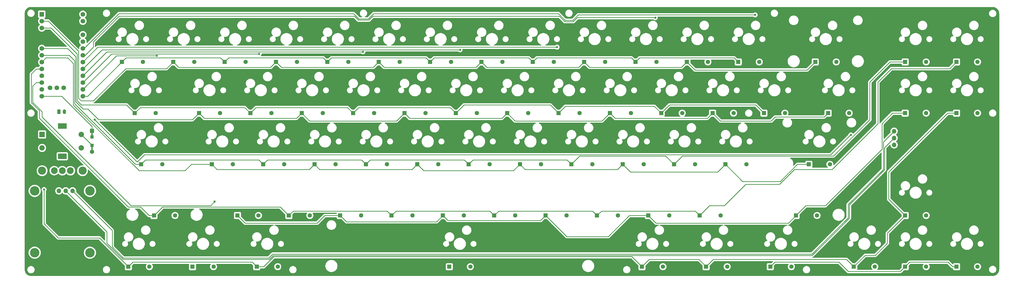
<source format=gtl>
G04 #@! TF.GenerationSoftware,KiCad,Pcbnew,8.0.7*
G04 #@! TF.CreationDate,2025-01-01T13:35:18+11:00*
G04 #@! TF.ProjectId,Mainpcb,4d61696e-7063-4622-9e6b-696361645f70,rev?*
G04 #@! TF.SameCoordinates,Original*
G04 #@! TF.FileFunction,Copper,L1,Top*
G04 #@! TF.FilePolarity,Positive*
%FSLAX46Y46*%
G04 Gerber Fmt 4.6, Leading zero omitted, Abs format (unit mm)*
G04 Created by KiCad (PCBNEW 8.0.7) date 2025-01-01 13:35:18*
%MOMM*%
%LPD*%
G01*
G04 APERTURE LIST*
G04 Aperture macros list*
%AMRoundRect*
0 Rectangle with rounded corners*
0 $1 Rounding radius*
0 $2 $3 $4 $5 $6 $7 $8 $9 X,Y pos of 4 corners*
0 Add a 4 corners polygon primitive as box body*
4,1,4,$2,$3,$4,$5,$6,$7,$8,$9,$2,$3,0*
0 Add four circle primitives for the rounded corners*
1,1,$1+$1,$2,$3*
1,1,$1+$1,$4,$5*
1,1,$1+$1,$6,$7*
1,1,$1+$1,$8,$9*
0 Add four rect primitives between the rounded corners*
20,1,$1+$1,$2,$3,$4,$5,0*
20,1,$1+$1,$4,$5,$6,$7,0*
20,1,$1+$1,$6,$7,$8,$9,0*
20,1,$1+$1,$8,$9,$2,$3,0*%
G04 Aperture macros list end*
G04 #@! TA.AperFunction,ComponentPad*
%ADD10C,3.000000*%
G04 #@! TD*
G04 #@! TA.AperFunction,ComponentPad*
%ADD11C,2.500000*%
G04 #@! TD*
G04 #@! TA.AperFunction,ComponentPad*
%ADD12R,1.752600X1.752600*%
G04 #@! TD*
G04 #@! TA.AperFunction,ComponentPad*
%ADD13C,1.752600*%
G04 #@! TD*
G04 #@! TA.AperFunction,ComponentPad*
%ADD14R,1.600000X1.600000*%
G04 #@! TD*
G04 #@! TA.AperFunction,SMDPad,CuDef*
%ADD15R,0.500000X2.500000*%
G04 #@! TD*
G04 #@! TA.AperFunction,SMDPad,CuDef*
%ADD16R,1.200000X1.200000*%
G04 #@! TD*
G04 #@! TA.AperFunction,ComponentPad*
%ADD17C,1.600000*%
G04 #@! TD*
G04 #@! TA.AperFunction,ComponentPad*
%ADD18R,2.000000X2.000000*%
G04 #@! TD*
G04 #@! TA.AperFunction,ComponentPad*
%ADD19C,2.000000*%
G04 #@! TD*
G04 #@! TA.AperFunction,ComponentPad*
%ADD20R,3.200000X2.000000*%
G04 #@! TD*
G04 #@! TA.AperFunction,ComponentPad*
%ADD21RoundRect,0.250000X-0.350000X-0.625000X0.350000X-0.625000X0.350000X0.625000X-0.350000X0.625000X0*%
G04 #@! TD*
G04 #@! TA.AperFunction,ComponentPad*
%ADD22O,1.200000X1.750000*%
G04 #@! TD*
G04 #@! TA.AperFunction,ComponentPad*
%ADD23O,1.700000X1.700000*%
G04 #@! TD*
G04 #@! TA.AperFunction,ComponentPad*
%ADD24R,1.700000X1.700000*%
G04 #@! TD*
G04 #@! TA.AperFunction,ComponentPad*
%ADD25C,3.500000*%
G04 #@! TD*
G04 #@! TA.AperFunction,ViaPad*
%ADD26C,0.800000*%
G04 #@! TD*
G04 #@! TA.AperFunction,Conductor*
%ADD27C,0.250000*%
G04 #@! TD*
G04 APERTURE END LIST*
D10*
X26500000Y-79000000D03*
X41500000Y-79000000D03*
D11*
X31000000Y-78950000D03*
X34000000Y-79000000D03*
X37000000Y-79000000D03*
D12*
X26380000Y-20760000D03*
D13*
X26380000Y-23300000D03*
X26380000Y-25840000D03*
X26380000Y-28380000D03*
X26380000Y-30920000D03*
X26380000Y-33460000D03*
X26380000Y-36000000D03*
X26380000Y-38540000D03*
X26380000Y-41080000D03*
X26380000Y-43620000D03*
X26380000Y-46160000D03*
X26380000Y-48700000D03*
X26380000Y-51240000D03*
X41620000Y-51240000D03*
X41620000Y-48700000D03*
X41620000Y-46160000D03*
X41620000Y-43620000D03*
X41620000Y-41080000D03*
X41620000Y-38540000D03*
X41620000Y-36000000D03*
X41620000Y-33460000D03*
X41620000Y-30920000D03*
X41620000Y-28380000D03*
X41620000Y-25840000D03*
X41620000Y-23300000D03*
X41620000Y-20760000D03*
X29460000Y-48145000D03*
X32000000Y-48145000D03*
X34540000Y-48145000D03*
D14*
X45000000Y-64100000D03*
D15*
X45000000Y-65300000D03*
D16*
X45000000Y-66425000D03*
X45000000Y-69575000D03*
D15*
X45000000Y-70700000D03*
D17*
X45000000Y-71900000D03*
D18*
X26500000Y-65500000D03*
D19*
X26500000Y-70500000D03*
X26500000Y-68000000D03*
D20*
X34000000Y-62400000D03*
X34000000Y-73600000D03*
D19*
X41000000Y-70500000D03*
X41000000Y-65500000D03*
D21*
X32730000Y-57050000D03*
D22*
X34730000Y-57050000D03*
D23*
X37810000Y-86500000D03*
X35270000Y-86500000D03*
X32730000Y-86500000D03*
D24*
X30190000Y-86500000D03*
D25*
X23750000Y-109500000D03*
X44250000Y-109500000D03*
X23750000Y-86500000D03*
X44250000Y-86500000D03*
D24*
X342537500Y-71910000D03*
D23*
X342537500Y-69370000D03*
X342537500Y-66830000D03*
X342537500Y-64290000D03*
D14*
X151350000Y-38500000D03*
D17*
X159150000Y-38500000D03*
D14*
X346612500Y-57550000D03*
D17*
X354412500Y-57550000D03*
D14*
X170400000Y-38500000D03*
D17*
X178200000Y-38500000D03*
D14*
X208500000Y-38500000D03*
D17*
X216300000Y-38500000D03*
D14*
X194212450Y-95650000D03*
D17*
X202012450Y-95650000D03*
D14*
X89438135Y-76600000D03*
D17*
X97238135Y-76600000D03*
D14*
X175162450Y-95650000D03*
D17*
X182962450Y-95650000D03*
D14*
X346611090Y-95650000D03*
D17*
X354411090Y-95650000D03*
D14*
X296604590Y-114700000D03*
D17*
X304404590Y-114700000D03*
D14*
X227550000Y-38500000D03*
D17*
X235350000Y-38500000D03*
D14*
X284700000Y-38500000D03*
D17*
X292500000Y-38500000D03*
D14*
X184688135Y-76600000D03*
D17*
X192488135Y-76600000D03*
D14*
X213262450Y-95650000D03*
D17*
X221062450Y-95650000D03*
D14*
X122774920Y-57550000D03*
D17*
X130574920Y-57550000D03*
D14*
X141824920Y-57550000D03*
D17*
X149624920Y-57550000D03*
D14*
X365661090Y-114700000D03*
D17*
X373461090Y-114700000D03*
D14*
X63243750Y-76600000D03*
D17*
X71043750Y-76600000D03*
D14*
X275174920Y-57550000D03*
D17*
X282974920Y-57550000D03*
D14*
X177541590Y-114700000D03*
D17*
X185341590Y-114700000D03*
D14*
X56100000Y-38500000D03*
D17*
X63900000Y-38500000D03*
D14*
X294224920Y-57550000D03*
D17*
X302024920Y-57550000D03*
D14*
X365662500Y-38500000D03*
D17*
X373462500Y-38500000D03*
D14*
X232312450Y-95650000D03*
D17*
X240112450Y-95650000D03*
D14*
X248979590Y-114700000D03*
D17*
X256779590Y-114700000D03*
D14*
X265650000Y-38500000D03*
D17*
X273450000Y-38500000D03*
D14*
X160874920Y-57550000D03*
D17*
X168674920Y-57550000D03*
D14*
X270412450Y-95650000D03*
D17*
X278212450Y-95650000D03*
D14*
X260888135Y-76600000D03*
D17*
X268688135Y-76600000D03*
D14*
X310893635Y-76600000D03*
D17*
X318693635Y-76600000D03*
D14*
X203738135Y-76600000D03*
D17*
X211538135Y-76600000D03*
D14*
X246600000Y-38500000D03*
D17*
X254400000Y-38500000D03*
D14*
X58481250Y-114700000D03*
D17*
X66281250Y-114700000D03*
D14*
X218024920Y-57550000D03*
D17*
X225824920Y-57550000D03*
D14*
X306130450Y-95650000D03*
D17*
X313930450Y-95650000D03*
D14*
X82292995Y-114700000D03*
D17*
X90092995Y-114700000D03*
D14*
X75150000Y-38500000D03*
D17*
X82950000Y-38500000D03*
D14*
X346611090Y-114700000D03*
D17*
X354411090Y-114700000D03*
D14*
X118012450Y-95650000D03*
D17*
X125812450Y-95650000D03*
D14*
X113250000Y-38500000D03*
D17*
X121050000Y-38500000D03*
D14*
X327561090Y-114700000D03*
D17*
X335361090Y-114700000D03*
D14*
X106104740Y-114700000D03*
D17*
X113904740Y-114700000D03*
D14*
X222788135Y-76600000D03*
D17*
X230588135Y-76600000D03*
D14*
X179924920Y-57550000D03*
D17*
X187724920Y-57550000D03*
D14*
X251362450Y-95650000D03*
D17*
X259162450Y-95650000D03*
D14*
X60862500Y-57550000D03*
D17*
X68662500Y-57550000D03*
D14*
X279938135Y-76600000D03*
D17*
X287738135Y-76600000D03*
D14*
X198974920Y-57550000D03*
D17*
X206774920Y-57550000D03*
D14*
X132300000Y-38500000D03*
D17*
X140100000Y-38500000D03*
D14*
X237074920Y-57550000D03*
D17*
X244874920Y-57550000D03*
D14*
X108488135Y-76600000D03*
D17*
X116288135Y-76600000D03*
D14*
X103724920Y-57550000D03*
D17*
X111524920Y-57550000D03*
D14*
X272791590Y-114700000D03*
D17*
X280591590Y-114700000D03*
D14*
X313275000Y-38500000D03*
D17*
X321075000Y-38500000D03*
D14*
X165638135Y-76600000D03*
D17*
X173438135Y-76600000D03*
D14*
X318037420Y-57550000D03*
D17*
X325837420Y-57550000D03*
D14*
X189450000Y-38500000D03*
D17*
X197250000Y-38500000D03*
D14*
X127538135Y-76600000D03*
D17*
X135338135Y-76600000D03*
D14*
X156112450Y-95650000D03*
D17*
X163912450Y-95650000D03*
D14*
X98962450Y-95650000D03*
D17*
X106762450Y-95650000D03*
D14*
X241838135Y-76600000D03*
D17*
X249638135Y-76600000D03*
D14*
X68006250Y-95650000D03*
D17*
X75806250Y-95650000D03*
D14*
X256124920Y-57550000D03*
D17*
X263924920Y-57550000D03*
D14*
X146588135Y-76600000D03*
D17*
X154388135Y-76600000D03*
D14*
X365662500Y-57550000D03*
D17*
X373462500Y-57550000D03*
D14*
X94200000Y-38500000D03*
D17*
X102000000Y-38500000D03*
D14*
X84674920Y-57550000D03*
D17*
X92474920Y-57550000D03*
D14*
X137062450Y-95650000D03*
D17*
X144862450Y-95650000D03*
D14*
X346612500Y-38500000D03*
D17*
X354412500Y-38500000D03*
D26*
X69035000Y-36225000D03*
X107000000Y-35500000D03*
X145500000Y-34725000D03*
X181545000Y-34000000D03*
X217500000Y-33000000D03*
X253935000Y-22065000D03*
X90500000Y-90500000D03*
X27225000Y-85987347D03*
X290970000Y-21000000D03*
X45987347Y-59987347D03*
X326500000Y-65655000D03*
D27*
X52500000Y-101190000D02*
X37810000Y-86500000D01*
X56636396Y-111500000D02*
X52500000Y-107363604D01*
X325500000Y-96500000D02*
X312000000Y-110000000D01*
X312000000Y-110000000D02*
X112000000Y-110000000D01*
X325500000Y-91500000D02*
X325500000Y-96500000D01*
X338500000Y-78500000D02*
X325500000Y-91500000D01*
X112000000Y-110000000D02*
X110500000Y-111500000D01*
X338500000Y-68327500D02*
X338500000Y-78500000D01*
X110500000Y-111500000D02*
X56636396Y-111500000D01*
X342537500Y-64290000D02*
X338500000Y-68327500D01*
X52500000Y-107363604D02*
X52500000Y-101190000D01*
X37810000Y-86500000D02*
X37500000Y-86190000D01*
X339000000Y-78636396D02*
X339000000Y-70367500D01*
X325950000Y-91686396D02*
X339000000Y-78636396D01*
X312136396Y-110500000D02*
X325950000Y-96686396D01*
X325950000Y-96686396D02*
X325950000Y-91686396D01*
X339000000Y-70367500D02*
X342537500Y-66830000D01*
X112265974Y-110500000D02*
X312136396Y-110500000D01*
X110765974Y-112000000D02*
X112265974Y-110500000D01*
X50500000Y-106000000D02*
X56500000Y-112000000D01*
X50500000Y-101730000D02*
X50500000Y-106000000D01*
X35270000Y-86500000D02*
X50500000Y-101730000D01*
X56500000Y-112000000D02*
X110765974Y-112000000D01*
X32500000Y-104000000D02*
X47781250Y-104000000D01*
X27225000Y-98725000D02*
X32500000Y-104000000D01*
X47781250Y-104000000D02*
X58481250Y-114700000D01*
X27225000Y-85987347D02*
X27225000Y-98725000D01*
X54095000Y-36225000D02*
X69035000Y-36225000D01*
X41620000Y-48700000D02*
X54095000Y-36225000D01*
X52280000Y-35500000D02*
X107000000Y-35500000D01*
X41620000Y-46160000D02*
X52280000Y-35500000D01*
X50515000Y-34725000D02*
X41620000Y-43620000D01*
X145500000Y-34725000D02*
X50515000Y-34725000D01*
X181545000Y-34000000D02*
X48700000Y-34000000D01*
X48700000Y-34000000D02*
X41620000Y-41080000D01*
X217500000Y-33000000D02*
X47160000Y-33000000D01*
X47160000Y-33000000D02*
X41620000Y-38540000D01*
X45500000Y-33000000D02*
X42500000Y-36000000D01*
X253935000Y-22065000D02*
X253870000Y-22000000D01*
X143813604Y-22950000D02*
X142363604Y-21500000D01*
X147686396Y-22950000D02*
X143813604Y-22950000D01*
X225000000Y-22000000D02*
X223500000Y-23500000D01*
X45500000Y-31000000D02*
X45500000Y-33000000D01*
X253870000Y-22000000D02*
X225000000Y-22000000D01*
X149136396Y-21500000D02*
X147686396Y-22950000D01*
X55000000Y-21500000D02*
X45500000Y-31000000D01*
X220363604Y-23500000D02*
X218363604Y-21500000D01*
X223500000Y-23500000D02*
X220363604Y-23500000D01*
X42500000Y-36000000D02*
X41620000Y-36000000D01*
X218363604Y-21500000D02*
X149136396Y-21500000D01*
X142363604Y-21500000D02*
X55000000Y-21500000D01*
X207000000Y-37000000D02*
X208500000Y-38500000D01*
X168900000Y-37000000D02*
X170400000Y-38500000D01*
X95700000Y-37000000D02*
X130800000Y-37000000D01*
X41620000Y-51240000D02*
X43360000Y-51240000D01*
X133800000Y-37000000D02*
X168900000Y-37000000D01*
X170400000Y-38500000D02*
X171900000Y-37000000D01*
X171900000Y-37000000D02*
X207000000Y-37000000D01*
X248100000Y-37000000D02*
X283200000Y-37000000D01*
X94200000Y-38500000D02*
X95700000Y-37000000D01*
X43360000Y-51240000D02*
X56100000Y-38500000D01*
X170400000Y-38500000D02*
X170400000Y-38100000D01*
X56100000Y-38500000D02*
X57600000Y-37000000D01*
X132300000Y-38500000D02*
X133800000Y-37000000D01*
X130800000Y-37000000D02*
X132300000Y-38500000D01*
X210000000Y-37000000D02*
X245100000Y-37000000D01*
X57600000Y-37000000D02*
X92700000Y-37000000D01*
X283200000Y-37000000D02*
X284700000Y-38500000D01*
X245100000Y-37000000D02*
X246600000Y-38500000D01*
X92700000Y-37000000D02*
X94200000Y-38500000D01*
X208500000Y-38500000D02*
X210000000Y-37000000D01*
X246600000Y-38500000D02*
X248100000Y-37000000D01*
X40000000Y-34500000D02*
X40000000Y-52000000D01*
X72650000Y-41000000D02*
X75150000Y-38500000D01*
X75150000Y-38500000D02*
X77150000Y-40500000D01*
X151350000Y-38500000D02*
X153350000Y-40500000D01*
X40000000Y-52000000D02*
X41000000Y-53000000D01*
X263650000Y-40500000D02*
X265650000Y-38500000D01*
X113250000Y-38500000D02*
X115250000Y-40500000D01*
X191450000Y-40500000D02*
X225550000Y-40500000D01*
X28800000Y-23300000D02*
X40000000Y-34500000D01*
X57500000Y-41000000D02*
X72650000Y-41000000D01*
X77150000Y-40500000D02*
X111250000Y-40500000D01*
X115250000Y-40500000D02*
X149350000Y-40500000D01*
X45500000Y-53000000D02*
X57500000Y-41000000D01*
X225550000Y-40500000D02*
X227550000Y-38500000D01*
X153350000Y-40500000D02*
X187450000Y-40500000D01*
X268650000Y-41500000D02*
X310275000Y-41500000D01*
X229550000Y-40500000D02*
X263650000Y-40500000D01*
X227550000Y-38500000D02*
X229550000Y-40500000D01*
X187450000Y-40500000D02*
X189450000Y-38500000D01*
X189450000Y-38500000D02*
X191450000Y-40500000D01*
X41000000Y-53000000D02*
X45500000Y-53000000D01*
X149350000Y-40500000D02*
X151350000Y-38500000D01*
X265650000Y-38500000D02*
X268650000Y-41500000D01*
X310275000Y-41500000D02*
X313275000Y-38500000D01*
X111250000Y-40500000D02*
X113250000Y-38500000D01*
X26380000Y-23300000D02*
X28800000Y-23300000D01*
X139774920Y-55500000D02*
X141824920Y-57550000D01*
X29840000Y-25840000D02*
X39500000Y-35500000D01*
X259174920Y-54500000D02*
X291174920Y-54500000D01*
X218024920Y-57550000D02*
X220574920Y-55000000D01*
X253574920Y-55000000D02*
X256124920Y-57550000D01*
X62912500Y-55500000D02*
X101674920Y-55500000D01*
X105774920Y-55500000D02*
X139774920Y-55500000D01*
X256124920Y-57550000D02*
X259174920Y-54500000D01*
X291174920Y-54500000D02*
X294224920Y-57550000D01*
X101674920Y-55500000D02*
X103724920Y-57550000D01*
X57812500Y-54500000D02*
X60862500Y-57550000D01*
X26380000Y-25840000D02*
X29840000Y-25840000D01*
X141824920Y-57550000D02*
X143874920Y-55500000D01*
X220574920Y-55000000D02*
X253574920Y-55000000D01*
X103724920Y-57550000D02*
X105774920Y-55500000D01*
X177874920Y-55500000D02*
X179924920Y-57550000D01*
X179924920Y-57550000D02*
X182974920Y-54500000D01*
X143874920Y-55500000D02*
X177874920Y-55500000D01*
X214974920Y-54500000D02*
X218024920Y-57550000D01*
X41000000Y-54500000D02*
X57812500Y-54500000D01*
X60862500Y-57550000D02*
X62912500Y-55500000D01*
X182974920Y-54500000D02*
X214974920Y-54500000D01*
X39500000Y-53000000D02*
X41000000Y-54500000D01*
X39500000Y-35500000D02*
X39500000Y-53000000D01*
X239024920Y-59500000D02*
X273224920Y-59500000D01*
X275174920Y-57550000D02*
X278124920Y-60500000D01*
X86624920Y-59500000D02*
X120824920Y-59500000D01*
X82224920Y-60000000D02*
X84674920Y-57550000D01*
X39000000Y-53318198D02*
X41681802Y-56000000D01*
X197024920Y-59500000D02*
X198974920Y-57550000D01*
X273224920Y-59500000D02*
X275174920Y-57550000D01*
X201924920Y-60500000D02*
X234124920Y-60500000D01*
X39000000Y-36500000D02*
X39000000Y-53318198D01*
X296911522Y-60500000D02*
X298411522Y-59000000D01*
X125724920Y-60500000D02*
X157924920Y-60500000D01*
X43500000Y-56000000D02*
X47500000Y-60000000D01*
X237074920Y-57550000D02*
X239024920Y-59500000D01*
X198974920Y-57550000D02*
X201924920Y-60500000D01*
X157924920Y-60500000D02*
X160874920Y-57550000D01*
X162824920Y-59500000D02*
X197024920Y-59500000D01*
X84674920Y-57550000D02*
X86624920Y-59500000D01*
X316587420Y-59000000D02*
X318037420Y-57550000D01*
X234124920Y-60500000D02*
X237074920Y-57550000D01*
X298411522Y-59000000D02*
X316587420Y-59000000D01*
X120824920Y-59500000D02*
X122774920Y-57550000D01*
X160874920Y-57550000D02*
X162824920Y-59500000D01*
X122774920Y-57550000D02*
X125724920Y-60500000D01*
X35960000Y-33460000D02*
X39000000Y-36500000D01*
X26380000Y-33460000D02*
X35960000Y-33460000D01*
X41681802Y-56000000D02*
X43500000Y-56000000D01*
X278124920Y-60500000D02*
X296911522Y-60500000D01*
X47500000Y-60000000D02*
X82224920Y-60000000D01*
X146588135Y-76600000D02*
X148188135Y-75000000D01*
X148188135Y-75000000D02*
X183088135Y-75000000D01*
X108488135Y-76600000D02*
X110088135Y-75000000D01*
X38550000Y-54050000D02*
X61100000Y-76600000D01*
X36500000Y-36000000D02*
X38550000Y-38050000D01*
X257788135Y-73500000D02*
X260888135Y-76600000D01*
X341000000Y-38500000D02*
X346612500Y-38500000D01*
X184688135Y-76600000D02*
X186288135Y-75000000D01*
X64843750Y-75000000D02*
X106888135Y-75000000D01*
X61100000Y-76600000D02*
X63243750Y-76600000D01*
X260888135Y-76600000D02*
X263988135Y-73500000D01*
X333500000Y-60000000D02*
X333500000Y-46000000D01*
X183088135Y-75000000D02*
X184688135Y-76600000D01*
X38550000Y-38050000D02*
X38550000Y-54050000D01*
X26380000Y-36000000D02*
X36500000Y-36000000D01*
X106888135Y-75000000D02*
X108488135Y-76600000D01*
X263988135Y-73500000D02*
X320000000Y-73500000D01*
X110088135Y-75000000D02*
X144988135Y-75000000D01*
X333500000Y-46000000D02*
X341000000Y-38500000D01*
X144988135Y-75000000D02*
X146588135Y-76600000D01*
X186288135Y-75000000D02*
X221188135Y-75000000D01*
X221188135Y-75000000D02*
X222788135Y-76600000D01*
X320000000Y-73500000D02*
X333500000Y-60000000D01*
X225888135Y-73500000D02*
X257788135Y-73500000D01*
X222788135Y-76600000D02*
X225888135Y-73500000D01*
X63243750Y-76600000D02*
X64843750Y-75000000D01*
X36000000Y-37000000D02*
X38100000Y-39100000D01*
X277038135Y-79500000D02*
X279938135Y-76600000D01*
X203738135Y-76600000D02*
X205638135Y-78500000D01*
X163738135Y-78500000D02*
X165638135Y-76600000D01*
X241838135Y-76600000D02*
X244738135Y-79500000D01*
X306650000Y-76600000D02*
X310893635Y-76600000D01*
X300250000Y-83000000D02*
X306650000Y-76600000D01*
X89438135Y-76600000D02*
X91338135Y-78500000D01*
X81900000Y-76600000D02*
X89438135Y-76600000D01*
X165638135Y-76600000D02*
X168038135Y-79000000D01*
X62500000Y-79000000D02*
X79500000Y-79000000D01*
X27920000Y-37000000D02*
X36000000Y-37000000D01*
X127538135Y-76600000D02*
X129438135Y-78500000D01*
X91338135Y-78500000D02*
X125638135Y-78500000D01*
X239938135Y-78500000D02*
X241838135Y-76600000D01*
X79500000Y-79000000D02*
X81900000Y-76600000D01*
X38100000Y-39100000D02*
X38100000Y-54600000D01*
X38100000Y-54600000D02*
X62500000Y-79000000D01*
X279938135Y-76600000D02*
X286338135Y-83000000D01*
X244738135Y-79500000D02*
X277038135Y-79500000D01*
X205638135Y-78500000D02*
X239938135Y-78500000D01*
X201338135Y-79000000D02*
X203738135Y-76600000D01*
X168038135Y-79000000D02*
X201338135Y-79000000D01*
X125638135Y-78500000D02*
X127538135Y-76600000D01*
X26380000Y-38540000D02*
X27920000Y-37000000D01*
X129438135Y-78500000D02*
X163738135Y-78500000D01*
X286338135Y-83000000D02*
X300250000Y-83000000D01*
X22500000Y-53636396D02*
X25500000Y-56636396D01*
X268762450Y-94000000D02*
X270412450Y-95650000D01*
X305500000Y-78500000D02*
X319500000Y-78500000D01*
X319500000Y-78500000D02*
X336500000Y-61500000D01*
X157762450Y-94000000D02*
X192562450Y-94000000D01*
X118012450Y-95650000D02*
X119662450Y-94000000D01*
X25500000Y-56636396D02*
X25500000Y-59500000D01*
X300000000Y-84000000D02*
X305500000Y-78500000D01*
X230662450Y-94000000D02*
X232312450Y-95650000D01*
X287500000Y-84000000D02*
X300000000Y-84000000D01*
X363162500Y-41000000D02*
X365662500Y-38500000D01*
X336500000Y-61500000D02*
X336500000Y-46000000D01*
X68006250Y-95650000D02*
X71156250Y-92500000D01*
X71156250Y-92500000D02*
X114862450Y-92500000D01*
X154462450Y-94000000D02*
X156112450Y-95650000D01*
X25500000Y-59500000D02*
X58500000Y-92500000D01*
X195862450Y-94000000D02*
X230662450Y-94000000D01*
X274062450Y-92000000D02*
X279500000Y-92000000D01*
X233962450Y-94000000D02*
X268762450Y-94000000D01*
X192562450Y-94000000D02*
X194212450Y-95650000D01*
X24420000Y-41080000D02*
X22500000Y-43000000D01*
X279500000Y-92000000D02*
X287500000Y-84000000D01*
X114862450Y-92500000D02*
X118012450Y-95650000D01*
X336500000Y-46000000D02*
X341500000Y-41000000D01*
X119662450Y-94000000D02*
X154462450Y-94000000D01*
X63000000Y-92500000D02*
X66150000Y-95650000D01*
X232312450Y-95650000D02*
X233962450Y-94000000D01*
X66150000Y-95650000D02*
X68006250Y-95650000D01*
X194212450Y-95650000D02*
X195862450Y-94000000D01*
X26380000Y-41080000D02*
X24420000Y-41080000D01*
X58500000Y-92500000D02*
X63000000Y-92500000D01*
X270412450Y-95650000D02*
X274062450Y-92000000D01*
X22500000Y-43000000D02*
X22500000Y-53636396D01*
X156112450Y-95650000D02*
X157762450Y-94000000D01*
X341500000Y-41000000D02*
X363162500Y-41000000D01*
X244350000Y-95650000D02*
X251362450Y-95650000D01*
X306130450Y-95650000D02*
X309780450Y-92000000D01*
X338000000Y-71000000D02*
X338000000Y-61500000D01*
X175162450Y-95650000D02*
X177012450Y-97500000D01*
X139412450Y-98000000D02*
X172812450Y-98000000D01*
X309780450Y-92000000D02*
X317000000Y-92000000D01*
X24340000Y-46160000D02*
X26380000Y-46160000D01*
X131350000Y-95650000D02*
X137062450Y-95650000D01*
X341950000Y-57550000D02*
X346612500Y-57550000D01*
X211412450Y-97500000D02*
X213262450Y-95650000D01*
X221112450Y-103500000D02*
X236500000Y-103500000D01*
X317000000Y-92000000D02*
X338000000Y-71000000D01*
X213262450Y-95650000D02*
X221112450Y-103500000D01*
X338000000Y-61500000D02*
X341950000Y-57550000D01*
X177012450Y-97500000D02*
X211412450Y-97500000D01*
X101812450Y-98500000D02*
X128500000Y-98500000D01*
X59500000Y-92000000D02*
X26500000Y-59000000D01*
X236500000Y-103500000D02*
X244350000Y-95650000D01*
X90500000Y-90500000D02*
X89000000Y-92000000D01*
X23000000Y-53500000D02*
X23000000Y-47500000D01*
X98962450Y-95650000D02*
X101812450Y-98500000D01*
X303280450Y-98500000D02*
X306130450Y-95650000D01*
X254212450Y-98500000D02*
X303280450Y-98500000D01*
X251362450Y-95650000D02*
X254212450Y-98500000D01*
X26500000Y-59000000D02*
X26500000Y-57000000D01*
X23000000Y-47500000D02*
X24340000Y-46160000D01*
X172812450Y-98000000D02*
X175162450Y-95650000D01*
X89000000Y-92000000D02*
X59500000Y-92000000D01*
X26500000Y-57000000D02*
X23000000Y-53500000D01*
X128500000Y-98500000D02*
X131350000Y-95650000D01*
X137062450Y-95650000D02*
X139412450Y-98000000D01*
X245279590Y-111000000D02*
X248979590Y-114700000D01*
X275491590Y-112000000D02*
X324861090Y-112000000D01*
X331761090Y-110500000D02*
X335500000Y-110500000D01*
X251679590Y-112000000D02*
X270091590Y-112000000D01*
X362450000Y-57550000D02*
X365662500Y-57550000D01*
X270091590Y-112000000D02*
X272791590Y-114700000D01*
X335500000Y-110500000D02*
X340000000Y-106000000D01*
X340500000Y-79500000D02*
X362450000Y-57550000D01*
X324861090Y-112000000D02*
X327561090Y-114700000D01*
X112402370Y-111000000D02*
X245279590Y-111000000D01*
X340500000Y-89538910D02*
X340500000Y-79500000D01*
X58481250Y-114700000D02*
X60181250Y-113000000D01*
X106104740Y-114700000D02*
X108702370Y-114700000D01*
X346611090Y-95650000D02*
X340500000Y-89538910D01*
X60181250Y-113000000D02*
X104404740Y-113000000D01*
X327561090Y-114700000D02*
X331761090Y-110500000D01*
X340000000Y-102261090D02*
X346611090Y-95650000D01*
X248979590Y-114700000D02*
X251679590Y-112000000D01*
X272791590Y-114700000D02*
X275491590Y-112000000D01*
X104404740Y-113000000D02*
X106104740Y-114700000D01*
X108702370Y-114700000D02*
X112402370Y-111000000D01*
X340000000Y-106000000D02*
X340000000Y-102261090D01*
X362500000Y-113000000D02*
X364200000Y-114700000D01*
X365661090Y-114161090D02*
X365661090Y-114700000D01*
X325500000Y-116500000D02*
X344811090Y-116500000D01*
X45000000Y-62500000D02*
X45000000Y-64100000D01*
X346611090Y-114700000D02*
X348311090Y-113000000D01*
X348311090Y-113000000D02*
X362500000Y-113000000D01*
X322000000Y-113000000D02*
X325500000Y-116500000D01*
X364200000Y-114700000D02*
X365661090Y-114700000D01*
X26380000Y-51240000D02*
X33740000Y-51240000D01*
X33740000Y-51240000D02*
X45000000Y-62500000D01*
X296604590Y-114700000D02*
X298304590Y-113000000D01*
X344811090Y-116500000D02*
X346611090Y-114700000D01*
X298304590Y-113000000D02*
X322000000Y-113000000D01*
X45000000Y-69500000D02*
X45000000Y-71900000D01*
X41000000Y-65500000D02*
X45000000Y-69500000D01*
X223363604Y-23000000D02*
X220500000Y-23000000D01*
X42040000Y-33460000D02*
X41620000Y-33460000D01*
X218000000Y-20500000D02*
X149500000Y-20500000D01*
X55000000Y-20500000D02*
X42040000Y-33460000D01*
X220500000Y-23000000D02*
X218000000Y-20500000D01*
X144000000Y-22500000D02*
X142000000Y-20500000D01*
X225363604Y-21000000D02*
X223363604Y-23000000D01*
X142000000Y-20500000D02*
X55000000Y-20500000D01*
X149500000Y-20500000D02*
X147500000Y-22500000D01*
X290970000Y-21000000D02*
X225363604Y-21000000D01*
X147500000Y-22500000D02*
X144000000Y-22500000D01*
X64450000Y-73050000D02*
X61750000Y-75750000D01*
X326345000Y-65655000D02*
X318950000Y-73050000D01*
X61750000Y-75750000D02*
X45987347Y-59987347D01*
X326500000Y-65655000D02*
X326345000Y-65655000D01*
X318950000Y-73050000D02*
X64450000Y-73050000D01*
G04 #@! TA.AperFunction,Conductor*
G36*
X379089826Y-18050725D02*
G01*
X379370847Y-18067723D01*
X379385709Y-18069527D01*
X379658934Y-18119597D01*
X379673471Y-18123180D01*
X379938680Y-18205821D01*
X379952661Y-18211123D01*
X380205990Y-18325137D01*
X380219221Y-18332081D01*
X380456955Y-18475795D01*
X380469267Y-18484294D01*
X380670536Y-18641977D01*
X380687935Y-18655608D01*
X380699143Y-18665538D01*
X380895554Y-18861949D01*
X380905483Y-18873157D01*
X381076795Y-19091819D01*
X381085300Y-19104140D01*
X381097609Y-19124500D01*
X381229006Y-19341856D01*
X381235965Y-19355115D01*
X381349970Y-19608424D01*
X381355279Y-19622425D01*
X381437914Y-19887612D01*
X381441498Y-19902150D01*
X381491570Y-20175379D01*
X381493375Y-20190244D01*
X381510364Y-20471097D01*
X381510590Y-20478584D01*
X381510590Y-115721249D01*
X381510364Y-115728736D01*
X381493365Y-116009754D01*
X381491560Y-116024619D01*
X381441488Y-116297848D01*
X381437904Y-116312386D01*
X381355268Y-116577577D01*
X381349961Y-116591571D01*
X381235954Y-116844884D01*
X381229001Y-116858132D01*
X381085294Y-117095851D01*
X381076788Y-117108174D01*
X380905481Y-117326831D01*
X380895551Y-117338040D01*
X380699131Y-117534458D01*
X380687923Y-117544387D01*
X380469263Y-117715696D01*
X380456940Y-117724202D01*
X380378948Y-117771349D01*
X380219229Y-117867901D01*
X380205976Y-117874858D01*
X379952662Y-117988864D01*
X379938661Y-117994173D01*
X379673475Y-118076808D01*
X379658936Y-118080392D01*
X379385709Y-118130461D01*
X379370845Y-118132266D01*
X379210770Y-118141948D01*
X379089651Y-118149274D01*
X379082184Y-118149500D01*
X22385051Y-118149500D01*
X22377564Y-118149274D01*
X22107839Y-118132958D01*
X22092974Y-118131153D01*
X21830874Y-118083121D01*
X21816336Y-118079537D01*
X21561954Y-118000269D01*
X21547953Y-117994960D01*
X21304962Y-117885599D01*
X21291703Y-117878640D01*
X21285447Y-117874858D01*
X21063670Y-117740789D01*
X21051350Y-117732285D01*
X21031407Y-117716661D01*
X20841595Y-117567952D01*
X20830387Y-117558022D01*
X20641977Y-117369612D01*
X20632047Y-117358404D01*
X20467714Y-117148649D01*
X20459212Y-117136332D01*
X20321356Y-116908290D01*
X20314403Y-116895044D01*
X20205037Y-116652042D01*
X20199730Y-116638045D01*
X20185250Y-116591578D01*
X20120461Y-116383662D01*
X20116878Y-116369125D01*
X20073962Y-116134943D01*
X20068845Y-116107023D01*
X20067041Y-116092160D01*
X20064177Y-116044819D01*
X20050726Y-115822436D01*
X20050500Y-115814949D01*
X20050500Y-115712413D01*
X21030800Y-115712413D01*
X21030800Y-115924987D01*
X21032863Y-115938011D01*
X21058463Y-116099647D01*
X21064054Y-116134943D01*
X21125859Y-116325159D01*
X21129744Y-116337114D01*
X21226251Y-116526520D01*
X21351190Y-116698486D01*
X21501513Y-116848809D01*
X21673479Y-116973748D01*
X21673481Y-116973749D01*
X21673484Y-116973751D01*
X21862888Y-117070257D01*
X22065057Y-117135946D01*
X22275013Y-117169200D01*
X22275014Y-117169200D01*
X22487586Y-117169200D01*
X22487587Y-117169200D01*
X22697543Y-117135946D01*
X22899712Y-117070257D01*
X23089116Y-116973751D01*
X23188043Y-116901877D01*
X23261086Y-116848809D01*
X23261088Y-116848806D01*
X23261092Y-116848804D01*
X23411404Y-116698492D01*
X23411406Y-116698488D01*
X23411409Y-116698486D01*
X23536348Y-116526520D01*
X23536347Y-116526520D01*
X23536351Y-116526516D01*
X23632857Y-116337112D01*
X23698546Y-116134943D01*
X23731800Y-115924987D01*
X23731800Y-115712413D01*
X49030800Y-115712413D01*
X49030800Y-115924987D01*
X49032863Y-115938011D01*
X49058463Y-116099647D01*
X49064054Y-116134943D01*
X49125859Y-116325159D01*
X49129744Y-116337114D01*
X49226251Y-116526520D01*
X49351190Y-116698486D01*
X49501513Y-116848809D01*
X49673479Y-116973748D01*
X49673481Y-116973749D01*
X49673484Y-116973751D01*
X49862888Y-117070257D01*
X50065057Y-117135946D01*
X50275013Y-117169200D01*
X50275014Y-117169200D01*
X50487586Y-117169200D01*
X50487587Y-117169200D01*
X50697543Y-117135946D01*
X50899712Y-117070257D01*
X51089116Y-116973751D01*
X51188043Y-116901877D01*
X51261086Y-116848809D01*
X51261088Y-116848806D01*
X51261092Y-116848804D01*
X51411404Y-116698492D01*
X51411406Y-116698488D01*
X51411409Y-116698486D01*
X51536348Y-116526520D01*
X51536347Y-116526520D01*
X51536351Y-116526516D01*
X51632857Y-116337112D01*
X51698546Y-116134943D01*
X51731800Y-115924987D01*
X51731800Y-115712413D01*
X51698546Y-115502457D01*
X51632857Y-115300288D01*
X51536351Y-115110884D01*
X51536349Y-115110881D01*
X51536348Y-115110879D01*
X51411409Y-114938913D01*
X51261086Y-114788590D01*
X51089120Y-114663651D01*
X50899714Y-114567144D01*
X50899713Y-114567143D01*
X50899712Y-114567143D01*
X50697543Y-114501454D01*
X50697541Y-114501453D01*
X50697540Y-114501453D01*
X50520696Y-114473444D01*
X50487587Y-114468200D01*
X50275013Y-114468200D01*
X50241904Y-114473444D01*
X50065060Y-114501453D01*
X49862885Y-114567144D01*
X49673479Y-114663651D01*
X49501513Y-114788590D01*
X49351190Y-114938913D01*
X49226251Y-115110879D01*
X49129744Y-115300285D01*
X49064053Y-115502460D01*
X49039922Y-115654819D01*
X49030800Y-115712413D01*
X23731800Y-115712413D01*
X23698546Y-115502457D01*
X23632857Y-115300288D01*
X23536351Y-115110884D01*
X23536349Y-115110881D01*
X23536348Y-115110879D01*
X23411409Y-114938913D01*
X23261086Y-114788590D01*
X23089120Y-114663651D01*
X22899714Y-114567144D01*
X22899713Y-114567143D01*
X22899712Y-114567143D01*
X22697543Y-114501454D01*
X22697541Y-114501453D01*
X22697540Y-114501453D01*
X22520696Y-114473444D01*
X22487587Y-114468200D01*
X22275013Y-114468200D01*
X22241904Y-114473444D01*
X22065060Y-114501453D01*
X21862885Y-114567144D01*
X21673479Y-114663651D01*
X21501513Y-114788590D01*
X21351190Y-114938913D01*
X21226251Y-115110879D01*
X21129744Y-115300285D01*
X21064053Y-115502460D01*
X21039922Y-115654819D01*
X21030800Y-115712413D01*
X20050500Y-115712413D01*
X20050500Y-109500000D01*
X21486654Y-109500000D01*
X21506017Y-109795424D01*
X21506018Y-109795436D01*
X21563774Y-110085789D01*
X21563779Y-110085809D01*
X21658937Y-110366137D01*
X21658941Y-110366147D01*
X21789879Y-110631663D01*
X21789885Y-110631673D01*
X21946791Y-110866500D01*
X21954368Y-110877839D01*
X22149572Y-111100427D01*
X22228699Y-111169819D01*
X22372162Y-111295633D01*
X22618327Y-111460115D01*
X22618330Y-111460116D01*
X22618336Y-111460120D01*
X22883852Y-111591058D01*
X22883862Y-111591062D01*
X23164190Y-111686220D01*
X23164194Y-111686221D01*
X23164203Y-111686224D01*
X23360493Y-111725269D01*
X23454563Y-111743981D01*
X23454564Y-111743981D01*
X23454574Y-111743983D01*
X23750000Y-111763346D01*
X24045426Y-111743983D01*
X24335797Y-111686224D01*
X24384125Y-111669819D01*
X24616137Y-111591062D01*
X24616147Y-111591058D01*
X24881663Y-111460120D01*
X24881663Y-111460119D01*
X24881673Y-111460115D01*
X25127838Y-111295633D01*
X25350427Y-111100427D01*
X25545633Y-110877838D01*
X25710115Y-110631673D01*
X25841059Y-110366145D01*
X25936224Y-110085797D01*
X25993983Y-109795426D01*
X26013346Y-109500000D01*
X41986654Y-109500000D01*
X42006017Y-109795424D01*
X42006018Y-109795436D01*
X42063774Y-110085789D01*
X42063779Y-110085809D01*
X42158937Y-110366137D01*
X42158941Y-110366147D01*
X42289879Y-110631663D01*
X42289885Y-110631673D01*
X42446791Y-110866500D01*
X42454368Y-110877839D01*
X42649572Y-111100427D01*
X42728699Y-111169819D01*
X42872162Y-111295633D01*
X43118327Y-111460115D01*
X43118330Y-111460116D01*
X43118336Y-111460120D01*
X43383852Y-111591058D01*
X43383862Y-111591062D01*
X43664190Y-111686220D01*
X43664194Y-111686221D01*
X43664203Y-111686224D01*
X43860493Y-111725269D01*
X43954563Y-111743981D01*
X43954564Y-111743981D01*
X43954574Y-111743983D01*
X44250000Y-111763346D01*
X44545426Y-111743983D01*
X44835797Y-111686224D01*
X44884125Y-111669819D01*
X45116137Y-111591062D01*
X45116147Y-111591058D01*
X45381663Y-111460120D01*
X45381663Y-111460119D01*
X45381673Y-111460115D01*
X45627838Y-111295633D01*
X45850427Y-111100427D01*
X46045633Y-110877838D01*
X46210115Y-110631673D01*
X46341059Y-110366145D01*
X46436224Y-110085797D01*
X46493983Y-109795426D01*
X46513346Y-109500000D01*
X46493983Y-109204574D01*
X46436224Y-108914203D01*
X46436220Y-108914190D01*
X46341062Y-108633862D01*
X46341058Y-108633852D01*
X46210120Y-108368336D01*
X46210111Y-108368321D01*
X46207894Y-108365003D01*
X46045633Y-108122162D01*
X46000018Y-108070148D01*
X45850427Y-107899572D01*
X45627839Y-107704368D01*
X45381678Y-107539888D01*
X45381663Y-107539879D01*
X45116147Y-107408941D01*
X45116137Y-107408937D01*
X44835809Y-107313779D01*
X44835789Y-107313774D01*
X44545436Y-107256018D01*
X44545427Y-107256017D01*
X44545426Y-107256017D01*
X44250000Y-107236654D01*
X43954574Y-107256017D01*
X43954573Y-107256017D01*
X43954563Y-107256018D01*
X43664210Y-107313774D01*
X43664190Y-107313779D01*
X43383862Y-107408937D01*
X43383852Y-107408941D01*
X43118336Y-107539879D01*
X43118321Y-107539888D01*
X42872160Y-107704368D01*
X42649572Y-107899572D01*
X42454368Y-108122160D01*
X42289888Y-108368321D01*
X42289879Y-108368336D01*
X42158941Y-108633852D01*
X42158937Y-108633862D01*
X42063779Y-108914190D01*
X42063774Y-108914210D01*
X42006018Y-109204563D01*
X42006017Y-109204575D01*
X41986654Y-109500000D01*
X26013346Y-109500000D01*
X25993983Y-109204574D01*
X25936224Y-108914203D01*
X25936220Y-108914190D01*
X25841062Y-108633862D01*
X25841058Y-108633852D01*
X25710120Y-108368336D01*
X25710111Y-108368321D01*
X25707894Y-108365003D01*
X25545633Y-108122162D01*
X25500018Y-108070148D01*
X25350427Y-107899572D01*
X25127839Y-107704368D01*
X24881678Y-107539888D01*
X24881663Y-107539879D01*
X24616147Y-107408941D01*
X24616137Y-107408937D01*
X24335809Y-107313779D01*
X24335789Y-107313774D01*
X24045436Y-107256018D01*
X24045427Y-107256017D01*
X24045426Y-107256017D01*
X23750000Y-107236654D01*
X23454574Y-107256017D01*
X23454573Y-107256017D01*
X23454563Y-107256018D01*
X23164210Y-107313774D01*
X23164190Y-107313779D01*
X22883862Y-107408937D01*
X22883852Y-107408941D01*
X22618336Y-107539879D01*
X22618321Y-107539888D01*
X22372160Y-107704368D01*
X22149572Y-107899572D01*
X21954368Y-108122160D01*
X21789888Y-108368321D01*
X21789879Y-108368336D01*
X21658941Y-108633852D01*
X21658937Y-108633862D01*
X21563779Y-108914190D01*
X21563774Y-108914210D01*
X21506018Y-109204563D01*
X21506017Y-109204575D01*
X21486654Y-109500000D01*
X20050500Y-109500000D01*
X20050500Y-86500000D01*
X21486654Y-86500000D01*
X21501360Y-86724380D01*
X21506017Y-86795424D01*
X21506018Y-86795436D01*
X21563774Y-87085789D01*
X21563779Y-87085809D01*
X21658937Y-87366137D01*
X21658941Y-87366147D01*
X21789879Y-87631663D01*
X21789888Y-87631678D01*
X21853754Y-87727260D01*
X21951130Y-87872994D01*
X21954368Y-87877839D01*
X22149572Y-88100427D01*
X22290800Y-88224280D01*
X22372162Y-88295633D01*
X22618327Y-88460115D01*
X22618330Y-88460116D01*
X22618336Y-88460120D01*
X22883852Y-88591058D01*
X22883862Y-88591062D01*
X23164190Y-88686220D01*
X23164194Y-88686221D01*
X23164203Y-88686224D01*
X23360493Y-88725269D01*
X23454563Y-88743981D01*
X23454564Y-88743981D01*
X23454574Y-88743983D01*
X23750000Y-88763346D01*
X24045426Y-88743983D01*
X24335797Y-88686224D01*
X24335809Y-88686220D01*
X24616137Y-88591062D01*
X24616147Y-88591058D01*
X24881663Y-88460120D01*
X24881663Y-88460119D01*
X24881673Y-88460115D01*
X25127838Y-88295633D01*
X25350427Y-88100427D01*
X25545633Y-87877838D01*
X25710115Y-87631673D01*
X25841059Y-87366145D01*
X25850862Y-87337268D01*
X25936220Y-87085809D01*
X25936220Y-87085808D01*
X25936224Y-87085797D01*
X25993983Y-86795426D01*
X26013346Y-86500000D01*
X25993983Y-86204574D01*
X25988553Y-86177278D01*
X25964705Y-86057384D01*
X25936224Y-85914203D01*
X25931540Y-85900403D01*
X25841062Y-85633862D01*
X25841058Y-85633852D01*
X25710120Y-85368336D01*
X25710111Y-85368321D01*
X25632158Y-85251656D01*
X25545633Y-85122162D01*
X25502864Y-85073393D01*
X25350427Y-84899572D01*
X25127839Y-84704368D01*
X24881678Y-84539888D01*
X24881663Y-84539879D01*
X24616147Y-84408941D01*
X24616137Y-84408937D01*
X24335809Y-84313779D01*
X24335789Y-84313774D01*
X24045436Y-84256018D01*
X24045427Y-84256017D01*
X24045426Y-84256017D01*
X23750000Y-84236654D01*
X23454574Y-84256017D01*
X23454573Y-84256017D01*
X23454563Y-84256018D01*
X23164210Y-84313774D01*
X23164190Y-84313779D01*
X22883862Y-84408937D01*
X22883852Y-84408941D01*
X22618336Y-84539879D01*
X22618321Y-84539888D01*
X22372160Y-84704368D01*
X22149572Y-84899572D01*
X21954368Y-85122160D01*
X21789888Y-85368321D01*
X21789879Y-85368336D01*
X21658941Y-85633852D01*
X21658937Y-85633862D01*
X21563779Y-85914190D01*
X21563774Y-85914210D01*
X21506018Y-86204563D01*
X21506017Y-86204573D01*
X21506017Y-86204574D01*
X21486654Y-86500000D01*
X20050500Y-86500000D01*
X20050500Y-79000000D01*
X24486807Y-79000000D01*
X24505557Y-79274130D01*
X24505558Y-79274132D01*
X24561458Y-79543141D01*
X24561463Y-79543158D01*
X24653476Y-79802056D01*
X24779889Y-80046024D01*
X24779893Y-80046030D01*
X24938340Y-80270499D01*
X24948428Y-80281300D01*
X25125889Y-80471314D01*
X25339031Y-80644718D01*
X25339033Y-80644719D01*
X25339034Y-80644720D01*
X25573801Y-80787485D01*
X25778348Y-80876331D01*
X25825823Y-80896953D01*
X26090404Y-80971085D01*
X26329720Y-81003978D01*
X26362614Y-81008500D01*
X26362615Y-81008500D01*
X26637386Y-81008500D01*
X26666733Y-81004466D01*
X26909596Y-80971085D01*
X27174177Y-80896953D01*
X27426200Y-80787484D01*
X27660969Y-80644718D01*
X27874111Y-80471314D01*
X28061657Y-80270502D01*
X28220111Y-80046023D01*
X28346523Y-79802058D01*
X28438538Y-79543153D01*
X28438539Y-79543146D01*
X28438541Y-79543141D01*
X28485904Y-79315215D01*
X28494442Y-79274130D01*
X28513193Y-79000000D01*
X28509773Y-78949995D01*
X29236569Y-78949995D01*
X29236569Y-78950004D01*
X29256264Y-79212823D01*
X29314910Y-79469768D01*
X29314913Y-79469780D01*
X29411204Y-79715124D01*
X29542985Y-79943376D01*
X29630723Y-80053396D01*
X29707317Y-80149442D01*
X29768261Y-80205989D01*
X29900519Y-80328706D01*
X30118285Y-80477176D01*
X30355746Y-80591532D01*
X30607600Y-80669218D01*
X30607601Y-80669218D01*
X30607604Y-80669219D01*
X30868211Y-80708499D01*
X30868216Y-80708499D01*
X30868219Y-80708500D01*
X30868220Y-80708500D01*
X31131780Y-80708500D01*
X31131781Y-80708500D01*
X31131788Y-80708499D01*
X31392395Y-80669219D01*
X31392396Y-80669218D01*
X31392400Y-80669218D01*
X31644254Y-80591532D01*
X31881716Y-80477176D01*
X32099481Y-80328706D01*
X32292686Y-80149438D01*
X32383116Y-80036041D01*
X32440304Y-79995901D01*
X32510116Y-79993051D01*
X32570386Y-80028396D01*
X32577000Y-80036029D01*
X32671724Y-80154810D01*
X32707317Y-80199442D01*
X32795540Y-80281300D01*
X32900519Y-80378706D01*
X33118285Y-80527176D01*
X33355746Y-80641532D01*
X33607600Y-80719218D01*
X33607601Y-80719218D01*
X33607604Y-80719219D01*
X33868211Y-80758499D01*
X33868216Y-80758499D01*
X33868219Y-80758500D01*
X33868220Y-80758500D01*
X34131780Y-80758500D01*
X34131781Y-80758500D01*
X34181003Y-80751081D01*
X34392395Y-80719219D01*
X34392396Y-80719218D01*
X34392400Y-80719218D01*
X34644254Y-80641532D01*
X34881716Y-80527176D01*
X35099481Y-80378706D01*
X35292686Y-80199438D01*
X35403055Y-80061039D01*
X35460241Y-80020901D01*
X35530053Y-80018051D01*
X35590323Y-80053396D01*
X35596935Y-80061027D01*
X35688938Y-80176395D01*
X35707317Y-80199442D01*
X35795540Y-80281300D01*
X35900519Y-80378706D01*
X36118285Y-80527176D01*
X36355746Y-80641532D01*
X36607600Y-80719218D01*
X36607601Y-80719218D01*
X36607604Y-80719219D01*
X36868211Y-80758499D01*
X36868216Y-80758499D01*
X36868219Y-80758500D01*
X36868220Y-80758500D01*
X37131780Y-80758500D01*
X37131781Y-80758500D01*
X37181003Y-80751081D01*
X37392395Y-80719219D01*
X37392396Y-80719218D01*
X37392400Y-80719218D01*
X37644254Y-80641532D01*
X37881716Y-80527176D01*
X38099481Y-80378706D01*
X38292686Y-80199438D01*
X38457015Y-79993376D01*
X38588796Y-79765124D01*
X38685087Y-79519780D01*
X38743735Y-79262826D01*
X38760416Y-79040229D01*
X38763431Y-79000004D01*
X38763431Y-78999995D01*
X38743735Y-78737176D01*
X38741156Y-78725875D01*
X38685087Y-78480220D01*
X38588796Y-78234876D01*
X38457015Y-78006624D01*
X38292686Y-77800562D01*
X38292685Y-77800561D01*
X38292682Y-77800557D01*
X38099481Y-77621294D01*
X38074979Y-77604589D01*
X37881716Y-77472824D01*
X37881712Y-77472822D01*
X37881711Y-77472821D01*
X37750758Y-77409757D01*
X37644254Y-77358468D01*
X37644248Y-77358466D01*
X37644240Y-77358463D01*
X37392405Y-77280783D01*
X37392395Y-77280780D01*
X37131788Y-77241500D01*
X37131781Y-77241500D01*
X36868219Y-77241500D01*
X36868211Y-77241500D01*
X36607604Y-77280780D01*
X36607598Y-77280782D01*
X36355745Y-77358468D01*
X36118288Y-77472822D01*
X36118284Y-77472824D01*
X35900521Y-77621292D01*
X35707317Y-77800557D01*
X35596947Y-77938958D01*
X35539758Y-77979098D01*
X35469947Y-77981948D01*
X35409677Y-77946602D01*
X35403053Y-77938958D01*
X35398487Y-77933233D01*
X35292686Y-77800562D01*
X35292685Y-77800561D01*
X35292682Y-77800557D01*
X35099481Y-77621294D01*
X35074979Y-77604589D01*
X34881716Y-77472824D01*
X34881712Y-77472822D01*
X34881711Y-77472821D01*
X34750758Y-77409757D01*
X34644254Y-77358468D01*
X34644248Y-77358466D01*
X34644240Y-77358463D01*
X34392405Y-77280783D01*
X34392395Y-77280780D01*
X34131788Y-77241500D01*
X34131781Y-77241500D01*
X33868219Y-77241500D01*
X33868211Y-77241500D01*
X33607604Y-77280780D01*
X33607598Y-77280782D01*
X33355745Y-77358468D01*
X33118288Y-77472822D01*
X33118284Y-77472824D01*
X32900521Y-77621292D01*
X32707316Y-77800558D01*
X32616882Y-77913958D01*
X32559693Y-77954098D01*
X32489882Y-77956947D01*
X32429612Y-77921601D01*
X32422989Y-77913957D01*
X32418636Y-77908499D01*
X32292686Y-77750562D01*
X32292685Y-77750561D01*
X32292682Y-77750557D01*
X32099481Y-77571294D01*
X32008409Y-77509202D01*
X31881716Y-77422824D01*
X31881712Y-77422822D01*
X31881711Y-77422821D01*
X31730068Y-77349794D01*
X31644254Y-77308468D01*
X31644248Y-77308466D01*
X31644240Y-77308463D01*
X31392405Y-77230783D01*
X31392395Y-77230780D01*
X31131788Y-77191500D01*
X31131781Y-77191500D01*
X30868219Y-77191500D01*
X30868211Y-77191500D01*
X30607604Y-77230780D01*
X30607598Y-77230782D01*
X30355745Y-77308468D01*
X30118288Y-77422822D01*
X30118284Y-77422824D01*
X29900521Y-77571292D01*
X29707317Y-77750557D01*
X29542985Y-77956624D01*
X29411204Y-78184875D01*
X29314915Y-78430214D01*
X29314910Y-78430231D01*
X29256264Y-78687176D01*
X29236569Y-78949995D01*
X28509773Y-78949995D01*
X28494442Y-78725870D01*
X28472474Y-78620157D01*
X28438541Y-78456858D01*
X28438536Y-78456841D01*
X28413561Y-78386568D01*
X28346523Y-78197942D01*
X28220111Y-77953977D01*
X28220110Y-77953975D01*
X28220106Y-77953969D01*
X28061659Y-77729500D01*
X27991911Y-77654819D01*
X27874111Y-77528686D01*
X27660969Y-77355282D01*
X27660967Y-77355281D01*
X27660965Y-77355279D01*
X27426198Y-77212514D01*
X27174178Y-77103047D01*
X26909602Y-77028916D01*
X26909597Y-77028915D01*
X26909596Y-77028915D01*
X26773490Y-77010207D01*
X26637386Y-76991500D01*
X26637385Y-76991500D01*
X26362615Y-76991500D01*
X26362614Y-76991500D01*
X26090404Y-77028915D01*
X26090397Y-77028916D01*
X25825821Y-77103047D01*
X25573801Y-77212514D01*
X25339034Y-77355279D01*
X25125892Y-77528683D01*
X24938340Y-77729500D01*
X24779893Y-77953969D01*
X24779889Y-77953975D01*
X24653476Y-78197943D01*
X24561463Y-78456841D01*
X24561458Y-78456858D01*
X24505558Y-78725867D01*
X24505557Y-78725869D01*
X24486807Y-79000000D01*
X20050500Y-79000000D01*
X20050500Y-72551345D01*
X31891500Y-72551345D01*
X31891500Y-74648654D01*
X31898011Y-74709202D01*
X31898011Y-74709204D01*
X31949111Y-74846204D01*
X32036739Y-74963261D01*
X32153796Y-75050889D01*
X32290799Y-75101989D01*
X32318050Y-75104918D01*
X32351345Y-75108499D01*
X32351362Y-75108500D01*
X35648638Y-75108500D01*
X35648654Y-75108499D01*
X35677445Y-75105403D01*
X35709201Y-75101989D01*
X35846204Y-75050889D01*
X35963261Y-74963261D01*
X36050889Y-74846204D01*
X36101989Y-74709201D01*
X36105591Y-74675692D01*
X36108499Y-74648654D01*
X36108500Y-74648637D01*
X36108500Y-72551362D01*
X36108499Y-72551345D01*
X36105157Y-72520270D01*
X36101989Y-72490799D01*
X36101168Y-72488599D01*
X36074277Y-72416500D01*
X36050889Y-72353796D01*
X35963261Y-72236739D01*
X35846204Y-72149111D01*
X35709203Y-72098011D01*
X35648654Y-72091500D01*
X35648638Y-72091500D01*
X32351362Y-72091500D01*
X32351345Y-72091500D01*
X32290797Y-72098011D01*
X32290795Y-72098011D01*
X32153795Y-72149111D01*
X32036739Y-72236739D01*
X31949111Y-72353795D01*
X31898011Y-72490795D01*
X31898011Y-72490797D01*
X31891500Y-72551345D01*
X20050500Y-72551345D01*
X20050500Y-70500000D01*
X24986835Y-70500000D01*
X25005465Y-70736714D01*
X25060895Y-70967595D01*
X25060895Y-70967597D01*
X25151757Y-71186959D01*
X25151759Y-71186962D01*
X25275820Y-71389410D01*
X25275821Y-71389413D01*
X25275824Y-71389416D01*
X25430031Y-71569969D01*
X25549392Y-71671913D01*
X25610586Y-71724178D01*
X25610589Y-71724179D01*
X25813037Y-71848240D01*
X25813040Y-71848242D01*
X26032403Y-71939104D01*
X26032404Y-71939104D01*
X26032406Y-71939105D01*
X26263289Y-71994535D01*
X26500000Y-72013165D01*
X26736711Y-71994535D01*
X26967594Y-71939105D01*
X26967596Y-71939104D01*
X26967597Y-71939104D01*
X27186959Y-71848242D01*
X27186960Y-71848241D01*
X27186963Y-71848240D01*
X27389416Y-71724176D01*
X27569969Y-71569969D01*
X27724176Y-71389416D01*
X27848240Y-71186963D01*
X27939105Y-70967594D01*
X27994535Y-70736711D01*
X28013165Y-70500000D01*
X27994535Y-70263289D01*
X27939105Y-70032406D01*
X27939104Y-70032403D01*
X27939104Y-70032402D01*
X27848242Y-69813040D01*
X27848240Y-69813037D01*
X27724179Y-69610589D01*
X27724178Y-69610586D01*
X27689340Y-69569797D01*
X27569969Y-69430031D01*
X27417398Y-69299723D01*
X27389413Y-69275821D01*
X27389410Y-69275820D01*
X27186962Y-69151759D01*
X27186959Y-69151757D01*
X26967596Y-69060895D01*
X26736714Y-69005465D01*
X26500000Y-68986835D01*
X26263285Y-69005465D01*
X26032404Y-69060895D01*
X26032402Y-69060895D01*
X25813040Y-69151757D01*
X25813037Y-69151759D01*
X25610589Y-69275820D01*
X25610586Y-69275821D01*
X25430031Y-69430031D01*
X25275821Y-69610586D01*
X25275820Y-69610589D01*
X25151759Y-69813037D01*
X25151757Y-69813040D01*
X25060895Y-70032402D01*
X25060895Y-70032404D01*
X25005465Y-70263285D01*
X24986835Y-70500000D01*
X20050500Y-70500000D01*
X20050500Y-64451345D01*
X24991500Y-64451345D01*
X24991500Y-66548654D01*
X24998011Y-66609202D01*
X24998011Y-66609204D01*
X25049111Y-66746204D01*
X25136739Y-66863261D01*
X25253796Y-66950889D01*
X25368949Y-66993839D01*
X25380865Y-66998284D01*
X25390799Y-67001989D01*
X25418050Y-67004918D01*
X25451345Y-67008499D01*
X25451362Y-67008500D01*
X27548638Y-67008500D01*
X27548654Y-67008499D01*
X27575692Y-67005591D01*
X27609201Y-67001989D01*
X27746204Y-66950889D01*
X27863261Y-66863261D01*
X27950889Y-66746204D01*
X28001989Y-66609201D01*
X28006207Y-66569968D01*
X28008499Y-66548654D01*
X28008500Y-66548637D01*
X28008500Y-64451362D01*
X28008499Y-64451345D01*
X28003336Y-64403330D01*
X28001989Y-64390799D01*
X27950889Y-64253796D01*
X27863261Y-64136739D01*
X27746204Y-64049111D01*
X27609203Y-63998011D01*
X27548654Y-63991500D01*
X27548638Y-63991500D01*
X25451362Y-63991500D01*
X25451345Y-63991500D01*
X25390797Y-63998011D01*
X25390795Y-63998011D01*
X25253795Y-64049111D01*
X25136739Y-64136739D01*
X25049111Y-64253795D01*
X24998011Y-64390795D01*
X24998011Y-64390797D01*
X24991500Y-64451345D01*
X20050500Y-64451345D01*
X20050500Y-57443713D01*
X21030800Y-57443713D01*
X21030800Y-57656286D01*
X21058222Y-57829426D01*
X21064054Y-57866243D01*
X21122830Y-58047137D01*
X21129744Y-58068414D01*
X21226251Y-58257820D01*
X21351190Y-58429786D01*
X21501513Y-58580109D01*
X21673479Y-58705048D01*
X21673481Y-58705049D01*
X21673484Y-58705051D01*
X21862888Y-58801557D01*
X22065057Y-58867246D01*
X22275013Y-58900500D01*
X22275014Y-58900500D01*
X22487586Y-58900500D01*
X22487587Y-58900500D01*
X22697543Y-58867246D01*
X22899712Y-58801557D01*
X23089116Y-58705051D01*
X23149339Y-58661297D01*
X23261086Y-58580109D01*
X23261088Y-58580106D01*
X23261092Y-58580104D01*
X23411404Y-58429792D01*
X23411406Y-58429788D01*
X23411409Y-58429786D01*
X23536348Y-58257820D01*
X23536347Y-58257820D01*
X23536351Y-58257816D01*
X23632857Y-58068412D01*
X23698546Y-57866243D01*
X23731800Y-57656287D01*
X23731800Y-57443713D01*
X23698546Y-57233757D01*
X23632857Y-57031588D01*
X23536351Y-56842184D01*
X23536349Y-56842181D01*
X23536348Y-56842179D01*
X23411409Y-56670213D01*
X23261086Y-56519890D01*
X23089120Y-56394951D01*
X22899714Y-56298444D01*
X22899713Y-56298443D01*
X22899712Y-56298443D01*
X22697543Y-56232754D01*
X22697541Y-56232753D01*
X22697540Y-56232753D01*
X22536257Y-56207208D01*
X22487587Y-56199500D01*
X22275013Y-56199500D01*
X22226342Y-56207208D01*
X22065060Y-56232753D01*
X21862885Y-56298444D01*
X21673479Y-56394951D01*
X21501513Y-56519890D01*
X21351190Y-56670213D01*
X21226251Y-56842179D01*
X21129744Y-57031585D01*
X21064053Y-57233760D01*
X21030800Y-57443713D01*
X20050500Y-57443713D01*
X20050500Y-42937601D01*
X21866500Y-42937601D01*
X21866500Y-53698794D01*
X21890843Y-53821173D01*
X21890845Y-53821181D01*
X21938598Y-53936468D01*
X21938603Y-53936477D01*
X22007928Y-54040228D01*
X22007931Y-54040232D01*
X24830181Y-56862481D01*
X24863666Y-56923804D01*
X24866500Y-56950162D01*
X24866500Y-59562398D01*
X24890843Y-59684777D01*
X24890845Y-59684785D01*
X24938598Y-59800072D01*
X24938603Y-59800081D01*
X25007928Y-59903832D01*
X25007931Y-59903836D01*
X41907876Y-76803780D01*
X41941361Y-76865103D01*
X41936377Y-76934795D01*
X41894505Y-76990728D01*
X41829041Y-77015145D01*
X41803310Y-77014306D01*
X41637386Y-76991500D01*
X41637385Y-76991500D01*
X41362615Y-76991500D01*
X41362614Y-76991500D01*
X41090404Y-77028915D01*
X41090397Y-77028916D01*
X40825821Y-77103047D01*
X40573801Y-77212514D01*
X40339034Y-77355279D01*
X40125892Y-77528683D01*
X39938340Y-77729500D01*
X39779893Y-77953969D01*
X39779889Y-77953975D01*
X39653476Y-78197943D01*
X39561463Y-78456841D01*
X39561458Y-78456858D01*
X39505558Y-78725867D01*
X39505557Y-78725869D01*
X39486807Y-79000000D01*
X39505557Y-79274130D01*
X39505558Y-79274132D01*
X39561458Y-79543141D01*
X39561463Y-79543158D01*
X39653476Y-79802056D01*
X39779889Y-80046024D01*
X39779893Y-80046030D01*
X39938340Y-80270499D01*
X39948428Y-80281300D01*
X40125889Y-80471314D01*
X40339031Y-80644718D01*
X40339033Y-80644719D01*
X40339034Y-80644720D01*
X40573801Y-80787485D01*
X40778348Y-80876331D01*
X40825823Y-80896953D01*
X41090404Y-80971085D01*
X41329720Y-81003978D01*
X41362614Y-81008500D01*
X41362615Y-81008500D01*
X41637386Y-81008500D01*
X41666733Y-81004466D01*
X41909596Y-80971085D01*
X42174177Y-80896953D01*
X42426200Y-80787484D01*
X42660969Y-80644718D01*
X42874111Y-80471314D01*
X43061657Y-80270502D01*
X43220111Y-80046023D01*
X43346523Y-79802058D01*
X43438538Y-79543153D01*
X43438539Y-79543146D01*
X43438541Y-79543141D01*
X43485904Y-79315215D01*
X43494442Y-79274130D01*
X43513193Y-79000000D01*
X43494442Y-78725870D01*
X43490893Y-78708792D01*
X43496525Y-78639154D01*
X43538914Y-78583612D01*
X43604602Y-78559804D01*
X43672734Y-78575289D01*
X43699980Y-78595884D01*
X58096163Y-92992069D01*
X58096167Y-92992072D01*
X58199921Y-93061399D01*
X58199923Y-93061399D01*
X58199925Y-93061401D01*
X58281447Y-93095168D01*
X58315215Y-93109155D01*
X58315217Y-93109155D01*
X58315222Y-93109157D01*
X58437601Y-93133499D01*
X58437605Y-93133500D01*
X58437606Y-93133500D01*
X58437607Y-93133500D01*
X58562394Y-93133500D01*
X59001844Y-93133500D01*
X59068883Y-93153185D01*
X59114638Y-93205989D01*
X59124582Y-93275147D01*
X59095557Y-93338703D01*
X59049296Y-93372061D01*
X59011455Y-93387734D01*
X59011439Y-93387742D01*
X58756660Y-93534840D01*
X58756644Y-93534851D01*
X58523240Y-93713948D01*
X58523233Y-93713954D01*
X58315204Y-93921983D01*
X58315198Y-93921990D01*
X58136101Y-94155394D01*
X58136090Y-94155410D01*
X57988992Y-94410189D01*
X57988984Y-94410205D01*
X57876402Y-94682005D01*
X57800251Y-94966203D01*
X57761851Y-95257883D01*
X57761850Y-95257900D01*
X57761850Y-95552099D01*
X57761851Y-95552116D01*
X57774737Y-95649998D01*
X57800252Y-95843800D01*
X57858878Y-96062596D01*
X57876402Y-96127994D01*
X57988984Y-96399794D01*
X57988992Y-96399810D01*
X58136090Y-96654589D01*
X58136101Y-96654605D01*
X58315198Y-96888009D01*
X58315204Y-96888016D01*
X58523233Y-97096045D01*
X58523239Y-97096050D01*
X58756653Y-97275155D01*
X58756660Y-97275159D01*
X59011439Y-97422257D01*
X59011455Y-97422265D01*
X59283255Y-97534847D01*
X59283257Y-97534847D01*
X59283263Y-97534850D01*
X59567450Y-97610998D01*
X59859144Y-97649400D01*
X59859151Y-97649400D01*
X60153349Y-97649400D01*
X60153356Y-97649400D01*
X60445050Y-97610998D01*
X60729237Y-97534850D01*
X60802568Y-97504475D01*
X61001044Y-97422265D01*
X61001047Y-97422263D01*
X61001053Y-97422261D01*
X61255847Y-97275155D01*
X61489261Y-97096050D01*
X61697300Y-96888011D01*
X61876405Y-96654597D01*
X62023511Y-96399803D01*
X62136100Y-96127987D01*
X62212248Y-95843800D01*
X62250650Y-95552106D01*
X62250650Y-95257894D01*
X62212248Y-94966200D01*
X62136100Y-94682013D01*
X62121530Y-94646837D01*
X62023515Y-94410205D01*
X62023507Y-94410189D01*
X61876409Y-94155410D01*
X61876405Y-94155403D01*
X61697300Y-93921989D01*
X61697295Y-93921983D01*
X61489266Y-93713954D01*
X61489259Y-93713948D01*
X61255855Y-93534851D01*
X61255853Y-93534849D01*
X61255847Y-93534845D01*
X61255842Y-93534842D01*
X61255839Y-93534840D01*
X61001060Y-93387742D01*
X61001044Y-93387734D01*
X60963204Y-93372061D01*
X60908800Y-93328221D01*
X60886735Y-93261927D01*
X60904014Y-93194227D01*
X60955151Y-93146616D01*
X61010656Y-93133500D01*
X62686234Y-93133500D01*
X62753273Y-93153185D01*
X62773915Y-93169819D01*
X65746163Y-96142069D01*
X65746167Y-96142072D01*
X65849921Y-96211399D01*
X65849923Y-96211399D01*
X65849925Y-96211401D01*
X65931447Y-96245168D01*
X65965215Y-96259155D01*
X65965217Y-96259155D01*
X65965222Y-96259157D01*
X66087601Y-96283499D01*
X66087605Y-96283500D01*
X66087606Y-96283500D01*
X66087607Y-96283500D01*
X66212394Y-96283500D01*
X66573750Y-96283500D01*
X66640789Y-96303185D01*
X66686544Y-96355989D01*
X66697750Y-96407500D01*
X66697750Y-96498654D01*
X66704261Y-96559202D01*
X66704261Y-96559204D01*
X66740439Y-96656198D01*
X66755361Y-96696204D01*
X66842989Y-96813261D01*
X66960046Y-96900889D01*
X67097049Y-96951989D01*
X67124300Y-96954918D01*
X67157595Y-96958499D01*
X67157612Y-96958500D01*
X68854888Y-96958500D01*
X68854904Y-96958499D01*
X68881942Y-96955591D01*
X68915451Y-96951989D01*
X69052454Y-96900889D01*
X69169511Y-96813261D01*
X69257139Y-96696204D01*
X69308239Y-96559201D01*
X69311841Y-96525692D01*
X69314749Y-96498654D01*
X69314750Y-96498637D01*
X69314750Y-95649998D01*
X74492752Y-95649998D01*
X74492752Y-95650001D01*
X74512706Y-95878081D01*
X74512707Y-95878089D01*
X74571964Y-96099238D01*
X74571968Y-96099249D01*
X74653416Y-96273915D01*
X74668727Y-96306749D01*
X74800052Y-96494300D01*
X74961950Y-96656198D01*
X75149501Y-96787523D01*
X75163415Y-96794011D01*
X75357000Y-96884281D01*
X75357002Y-96884281D01*
X75357007Y-96884284D01*
X75578163Y-96943543D01*
X75741082Y-96957796D01*
X75806248Y-96963498D01*
X75806250Y-96963498D01*
X75806252Y-96963498D01*
X75863389Y-96958499D01*
X76034337Y-96943543D01*
X76255493Y-96884284D01*
X76462999Y-96787523D01*
X76650550Y-96656198D01*
X76812448Y-96494300D01*
X76943773Y-96306749D01*
X77040534Y-96099243D01*
X77099793Y-95878087D01*
X77119748Y-95650000D01*
X77099793Y-95421913D01*
X77040534Y-95200757D01*
X76943773Y-94993251D01*
X76812448Y-94805700D01*
X76650550Y-94643802D01*
X76462999Y-94512477D01*
X76462995Y-94512475D01*
X76255499Y-94415718D01*
X76255488Y-94415714D01*
X76034339Y-94356457D01*
X76034331Y-94356456D01*
X75806252Y-94336502D01*
X75806248Y-94336502D01*
X75578168Y-94356456D01*
X75578160Y-94356457D01*
X75357011Y-94415714D01*
X75357000Y-94415718D01*
X75149504Y-94512475D01*
X75149502Y-94512476D01*
X75149501Y-94512477D01*
X74961950Y-94643802D01*
X74961948Y-94643803D01*
X74961945Y-94643806D01*
X74800056Y-94805695D01*
X74800053Y-94805698D01*
X74800052Y-94805700D01*
X74739274Y-94892500D01*
X74668726Y-94993252D01*
X74668725Y-94993254D01*
X74571968Y-95200750D01*
X74571964Y-95200761D01*
X74512707Y-95421910D01*
X74512706Y-95421918D01*
X74492752Y-95649998D01*
X69314750Y-95649998D01*
X69314750Y-95288766D01*
X69334435Y-95221727D01*
X69351069Y-95201085D01*
X71382336Y-93169819D01*
X71443659Y-93136334D01*
X71470017Y-93133500D01*
X82801844Y-93133500D01*
X82868883Y-93153185D01*
X82914638Y-93205989D01*
X82924582Y-93275147D01*
X82895557Y-93338703D01*
X82849296Y-93372061D01*
X82811455Y-93387734D01*
X82811439Y-93387742D01*
X82556660Y-93534840D01*
X82556644Y-93534851D01*
X82323240Y-93713948D01*
X82323233Y-93713954D01*
X82115204Y-93921983D01*
X82115198Y-93921990D01*
X81936101Y-94155394D01*
X81936090Y-94155410D01*
X81788992Y-94410189D01*
X81788984Y-94410205D01*
X81676402Y-94682005D01*
X81600251Y-94966203D01*
X81561851Y-95257883D01*
X81561850Y-95257900D01*
X81561850Y-95552099D01*
X81561851Y-95552116D01*
X81574737Y-95649998D01*
X81600252Y-95843800D01*
X81658878Y-96062596D01*
X81676402Y-96127994D01*
X81788984Y-96399794D01*
X81788992Y-96399810D01*
X81936090Y-96654589D01*
X81936101Y-96654605D01*
X82115198Y-96888009D01*
X82115204Y-96888016D01*
X82323233Y-97096045D01*
X82323239Y-97096050D01*
X82556653Y-97275155D01*
X82556660Y-97275159D01*
X82811439Y-97422257D01*
X82811455Y-97422265D01*
X83083255Y-97534847D01*
X83083257Y-97534847D01*
X83083263Y-97534850D01*
X83367450Y-97610998D01*
X83659144Y-97649400D01*
X83659151Y-97649400D01*
X83953349Y-97649400D01*
X83953356Y-97649400D01*
X84245050Y-97610998D01*
X84529237Y-97534850D01*
X84602568Y-97504475D01*
X84801044Y-97422265D01*
X84801047Y-97422263D01*
X84801053Y-97422261D01*
X85055847Y-97275155D01*
X85289261Y-97096050D01*
X85497300Y-96888011D01*
X85676405Y-96654597D01*
X85823511Y-96399803D01*
X85936100Y-96127987D01*
X86012248Y-95843800D01*
X86050650Y-95552106D01*
X86050650Y-95257894D01*
X86012248Y-94966200D01*
X85936100Y-94682013D01*
X85921530Y-94646837D01*
X85823515Y-94410205D01*
X85823507Y-94410189D01*
X85676409Y-94155410D01*
X85676405Y-94155403D01*
X85497300Y-93921989D01*
X85497295Y-93921983D01*
X85289266Y-93713954D01*
X85289259Y-93713948D01*
X85055855Y-93534851D01*
X85055853Y-93534849D01*
X85055847Y-93534845D01*
X85055842Y-93534842D01*
X85055839Y-93534840D01*
X84801060Y-93387742D01*
X84801044Y-93387734D01*
X84763204Y-93372061D01*
X84708800Y-93328221D01*
X84686735Y-93261927D01*
X84704014Y-93194227D01*
X84755151Y-93146616D01*
X84810656Y-93133500D01*
X114548684Y-93133500D01*
X114615723Y-93153185D01*
X114636365Y-93169819D01*
X116667631Y-95201085D01*
X116701116Y-95262408D01*
X116703950Y-95288766D01*
X116703950Y-96498654D01*
X116710461Y-96559202D01*
X116710461Y-96559204D01*
X116746639Y-96656198D01*
X116761561Y-96696204D01*
X116849189Y-96813261D01*
X116966246Y-96900889D01*
X117103249Y-96951989D01*
X117130500Y-96954918D01*
X117163795Y-96958499D01*
X117163812Y-96958500D01*
X118861088Y-96958500D01*
X118861104Y-96958499D01*
X118888142Y-96955591D01*
X118921651Y-96951989D01*
X119058654Y-96900889D01*
X119175711Y-96813261D01*
X119263339Y-96696204D01*
X119314439Y-96559201D01*
X119318041Y-96525692D01*
X119320949Y-96498654D01*
X119320950Y-96498637D01*
X119320950Y-95288766D01*
X119340635Y-95221727D01*
X119357269Y-95201085D01*
X119888535Y-94669819D01*
X119949858Y-94636334D01*
X119976216Y-94633500D01*
X124688627Y-94633500D01*
X124755666Y-94653185D01*
X124801421Y-94705989D01*
X124811365Y-94775147D01*
X124790201Y-94828622D01*
X124745474Y-94892500D01*
X124674931Y-94993244D01*
X124674925Y-94993254D01*
X124578168Y-95200750D01*
X124578164Y-95200761D01*
X124518907Y-95421910D01*
X124518906Y-95421918D01*
X124498952Y-95649998D01*
X124498952Y-95650001D01*
X124518906Y-95878081D01*
X124518907Y-95878089D01*
X124578164Y-96099238D01*
X124578168Y-96099249D01*
X124659616Y-96273915D01*
X124674927Y-96306749D01*
X124806252Y-96494300D01*
X124968150Y-96656198D01*
X125155701Y-96787523D01*
X125169615Y-96794011D01*
X125363200Y-96884281D01*
X125363202Y-96884281D01*
X125363207Y-96884284D01*
X125584363Y-96943543D01*
X125747282Y-96957796D01*
X125812448Y-96963498D01*
X125812450Y-96963498D01*
X125812452Y-96963498D01*
X125869589Y-96958499D01*
X126040537Y-96943543D01*
X126261693Y-96884284D01*
X126469199Y-96787523D01*
X126656750Y-96656198D01*
X126818648Y-96494300D01*
X126949973Y-96306749D01*
X127046734Y-96099243D01*
X127105993Y-95878087D01*
X127125948Y-95650000D01*
X127105993Y-95421913D01*
X127046734Y-95200757D01*
X126949973Y-94993251D01*
X126834698Y-94828622D01*
X126812371Y-94762418D01*
X126829381Y-94694651D01*
X126880328Y-94646837D01*
X126936273Y-94633500D01*
X135633951Y-94633500D01*
X135700990Y-94653185D01*
X135746745Y-94705989D01*
X135757240Y-94770756D01*
X135753950Y-94801345D01*
X135753950Y-94892500D01*
X135734265Y-94959539D01*
X135681461Y-95005294D01*
X135629950Y-95016500D01*
X131287602Y-95016500D01*
X131165219Y-95040843D01*
X131165214Y-95040845D01*
X131131448Y-95054829D01*
X131131449Y-95054830D01*
X131049926Y-95088598D01*
X131049922Y-95088600D01*
X130946171Y-95157924D01*
X130946163Y-95157930D01*
X128273915Y-97830181D01*
X128212592Y-97863666D01*
X128186234Y-97866500D01*
X102126217Y-97866500D01*
X102059178Y-97846815D01*
X102038536Y-97830181D01*
X100307269Y-96098914D01*
X100273784Y-96037591D01*
X100270950Y-96011233D01*
X100270950Y-95649998D01*
X105448952Y-95649998D01*
X105448952Y-95650001D01*
X105468906Y-95878081D01*
X105468907Y-95878089D01*
X105528164Y-96099238D01*
X105528168Y-96099249D01*
X105609616Y-96273915D01*
X105624927Y-96306749D01*
X105756252Y-96494300D01*
X105918150Y-96656198D01*
X106105701Y-96787523D01*
X106119615Y-96794011D01*
X106313200Y-96884281D01*
X106313202Y-96884281D01*
X106313207Y-96884284D01*
X106534363Y-96943543D01*
X106697282Y-96957796D01*
X106762448Y-96963498D01*
X106762450Y-96963498D01*
X106762452Y-96963498D01*
X106819589Y-96958499D01*
X106990537Y-96943543D01*
X107211693Y-96884284D01*
X107419199Y-96787523D01*
X107606750Y-96656198D01*
X107768648Y-96494300D01*
X107899973Y-96306749D01*
X107996734Y-96099243D01*
X108055993Y-95878087D01*
X108075948Y-95650000D01*
X108055993Y-95421913D01*
X107996734Y-95200757D01*
X107899973Y-94993251D01*
X107768648Y-94805700D01*
X107606750Y-94643802D01*
X107419199Y-94512477D01*
X107419195Y-94512475D01*
X107211699Y-94415718D01*
X107211688Y-94415714D01*
X106990539Y-94356457D01*
X106990531Y-94356456D01*
X106762452Y-94336502D01*
X106762448Y-94336502D01*
X106534368Y-94356456D01*
X106534360Y-94356457D01*
X106313211Y-94415714D01*
X106313200Y-94415718D01*
X106105704Y-94512475D01*
X106105702Y-94512476D01*
X106105701Y-94512477D01*
X105918150Y-94643802D01*
X105918148Y-94643803D01*
X105918145Y-94643806D01*
X105756256Y-94805695D01*
X105756253Y-94805698D01*
X105756252Y-94805700D01*
X105695474Y-94892500D01*
X105624926Y-94993252D01*
X105624925Y-94993254D01*
X105528168Y-95200750D01*
X105528164Y-95200761D01*
X105468907Y-95421910D01*
X105468906Y-95421918D01*
X105448952Y-95649998D01*
X100270950Y-95649998D01*
X100270950Y-94801362D01*
X100270949Y-94801345D01*
X100266763Y-94762418D01*
X100264439Y-94740799D01*
X100251455Y-94705989D01*
X100241972Y-94680564D01*
X100213339Y-94603796D01*
X100125711Y-94486739D01*
X100008654Y-94399111D01*
X99871653Y-94348011D01*
X99811104Y-94341500D01*
X99811088Y-94341500D01*
X98113812Y-94341500D01*
X98113795Y-94341500D01*
X98053247Y-94348011D01*
X98053245Y-94348011D01*
X97916245Y-94399111D01*
X97799189Y-94486739D01*
X97711561Y-94603795D01*
X97660461Y-94740795D01*
X97660461Y-94740797D01*
X97653950Y-94801345D01*
X97653950Y-96498654D01*
X97660461Y-96559202D01*
X97660461Y-96559204D01*
X97696639Y-96656198D01*
X97711561Y-96696204D01*
X97799189Y-96813261D01*
X97916246Y-96900889D01*
X98053249Y-96951989D01*
X98080500Y-96954918D01*
X98113795Y-96958499D01*
X98113812Y-96958500D01*
X99323684Y-96958500D01*
X99390723Y-96978185D01*
X99411365Y-96994819D01*
X101408613Y-98992069D01*
X101408617Y-98992072D01*
X101512371Y-99061399D01*
X101512373Y-99061399D01*
X101512375Y-99061401D01*
X101593897Y-99095168D01*
X101627665Y-99109155D01*
X101627667Y-99109155D01*
X101627672Y-99109157D01*
X101750051Y-99133499D01*
X101750055Y-99133500D01*
X112330732Y-99133500D01*
X112397771Y-99153185D01*
X112443526Y-99205989D01*
X112453470Y-99275147D01*
X112424445Y-99338703D01*
X112365667Y-99376477D01*
X112346918Y-99380438D01*
X112202502Y-99399452D01*
X112108816Y-99424554D01*
X111980852Y-99458842D01*
X111768863Y-99546650D01*
X111768849Y-99546657D01*
X111570122Y-99661392D01*
X111388078Y-99801081D01*
X111225821Y-99963338D01*
X111086132Y-100145382D01*
X110971397Y-100344109D01*
X110971390Y-100344123D01*
X110883582Y-100556112D01*
X110824193Y-100777759D01*
X110824191Y-100777770D01*
X110794240Y-101005258D01*
X110794240Y-101234741D01*
X110818116Y-101416085D01*
X110824192Y-101462238D01*
X110879218Y-101667601D01*
X110883582Y-101683887D01*
X110971390Y-101895876D01*
X110971396Y-101895888D01*
X111075559Y-102076305D01*
X111086132Y-102094617D01*
X111225821Y-102276661D01*
X111225829Y-102276670D01*
X111388070Y-102438911D01*
X111388078Y-102438918D01*
X111570122Y-102578607D01*
X111570125Y-102578608D01*
X111570128Y-102578611D01*
X111768852Y-102693344D01*
X111768857Y-102693346D01*
X111768863Y-102693349D01*
X111860220Y-102731190D01*
X111980853Y-102781158D01*
X112202502Y-102840548D01*
X112430006Y-102870500D01*
X112430013Y-102870500D01*
X112659467Y-102870500D01*
X112659474Y-102870500D01*
X112886978Y-102840548D01*
X113108627Y-102781158D01*
X113320628Y-102693344D01*
X113519352Y-102578611D01*
X113701401Y-102438919D01*
X113701405Y-102438914D01*
X113701410Y-102438911D01*
X113863651Y-102276670D01*
X113863654Y-102276665D01*
X113863659Y-102276661D01*
X114003351Y-102094612D01*
X114118084Y-101895888D01*
X114205898Y-101683887D01*
X114265288Y-101462238D01*
X114295240Y-101234734D01*
X114295240Y-101005266D01*
X114295239Y-101005258D01*
X182231240Y-101005258D01*
X182231240Y-101234741D01*
X182255116Y-101416085D01*
X182261192Y-101462238D01*
X182316218Y-101667601D01*
X182320582Y-101683887D01*
X182408390Y-101895876D01*
X182408396Y-101895888D01*
X182512559Y-102076305D01*
X182523132Y-102094617D01*
X182662821Y-102276661D01*
X182662829Y-102276670D01*
X182825070Y-102438911D01*
X182825078Y-102438918D01*
X183007122Y-102578607D01*
X183007125Y-102578608D01*
X183007128Y-102578611D01*
X183205852Y-102693344D01*
X183205857Y-102693346D01*
X183205863Y-102693349D01*
X183297220Y-102731190D01*
X183417853Y-102781158D01*
X183639502Y-102840548D01*
X183867006Y-102870500D01*
X183867013Y-102870500D01*
X184096467Y-102870500D01*
X184096474Y-102870500D01*
X184323978Y-102840548D01*
X184545627Y-102781158D01*
X184757628Y-102693344D01*
X184956352Y-102578611D01*
X185138401Y-102438919D01*
X185138405Y-102438914D01*
X185138410Y-102438911D01*
X185300651Y-102276670D01*
X185300654Y-102276665D01*
X185300659Y-102276661D01*
X185440351Y-102094612D01*
X185555084Y-101895888D01*
X185642898Y-101683887D01*
X185702288Y-101462238D01*
X185732240Y-101234734D01*
X185732240Y-101005266D01*
X185702288Y-100777762D01*
X185642898Y-100556113D01*
X185555084Y-100344112D01*
X185440351Y-100145388D01*
X185440348Y-100145385D01*
X185440347Y-100145382D01*
X185300658Y-99963338D01*
X185300651Y-99963330D01*
X185138410Y-99801089D01*
X185138401Y-99801081D01*
X184956357Y-99661392D01*
X184757630Y-99546657D01*
X184757616Y-99546650D01*
X184545627Y-99458842D01*
X184323978Y-99399452D01*
X184285955Y-99394446D01*
X184096481Y-99369500D01*
X184096474Y-99369500D01*
X183867006Y-99369500D01*
X183866998Y-99369500D01*
X183650455Y-99398009D01*
X183639502Y-99399452D01*
X183545816Y-99424554D01*
X183417852Y-99458842D01*
X183205863Y-99546650D01*
X183205849Y-99546657D01*
X183007122Y-99661392D01*
X182825078Y-99801081D01*
X182662821Y-99963338D01*
X182523132Y-100145382D01*
X182408397Y-100344109D01*
X182408390Y-100344123D01*
X182320582Y-100556112D01*
X182261193Y-100777759D01*
X182261191Y-100777770D01*
X182231240Y-101005258D01*
X114295239Y-101005258D01*
X114265288Y-100777762D01*
X114205898Y-100556113D01*
X114118084Y-100344112D01*
X114003351Y-100145388D01*
X114003348Y-100145385D01*
X114003347Y-100145382D01*
X113863658Y-99963338D01*
X113863651Y-99963330D01*
X113701410Y-99801089D01*
X113701401Y-99801081D01*
X113519357Y-99661392D01*
X113320630Y-99546657D01*
X113320616Y-99546650D01*
X113108627Y-99458842D01*
X112886978Y-99399452D01*
X112742561Y-99380438D01*
X112678666Y-99352172D01*
X112640195Y-99293848D01*
X112639364Y-99223983D01*
X112676436Y-99164760D01*
X112739642Y-99134981D01*
X112758748Y-99133500D01*
X128562395Y-99133500D01*
X128562396Y-99133499D01*
X128684785Y-99109155D01*
X128710062Y-99098685D01*
X132042090Y-99098685D01*
X132042090Y-99331314D01*
X132058881Y-99458842D01*
X132072453Y-99561930D01*
X132099103Y-99661389D01*
X132132658Y-99786620D01*
X132221673Y-100001521D01*
X132221678Y-100001532D01*
X132337977Y-100202966D01*
X132337988Y-100202982D01*
X132479586Y-100387517D01*
X132479592Y-100387524D01*
X132644065Y-100551997D01*
X132644072Y-100552003D01*
X132775477Y-100652833D01*
X132828616Y-100693608D01*
X132828623Y-100693612D01*
X133030057Y-100809911D01*
X133030062Y-100809913D01*
X133030065Y-100809915D01*
X133137518Y-100854423D01*
X133244969Y-100898931D01*
X133244970Y-100898931D01*
X133244972Y-100898932D01*
X133469660Y-100959137D01*
X133700283Y-100989500D01*
X133700290Y-100989500D01*
X133932890Y-100989500D01*
X133932897Y-100989500D01*
X134163520Y-100959137D01*
X134388208Y-100898932D01*
X134603115Y-100809915D01*
X134804564Y-100693608D01*
X134989109Y-100552002D01*
X135153592Y-100387519D01*
X135295198Y-100202974D01*
X135411505Y-100001525D01*
X135500522Y-99786618D01*
X135560727Y-99561930D01*
X135591090Y-99331307D01*
X135591090Y-99098693D01*
X135560727Y-98868070D01*
X135500522Y-98643382D01*
X135496428Y-98633499D01*
X135411506Y-98428478D01*
X135411501Y-98428467D01*
X135295202Y-98227033D01*
X135295198Y-98227026D01*
X135223432Y-98133499D01*
X135153593Y-98042482D01*
X135153587Y-98042475D01*
X134989114Y-97878002D01*
X134989107Y-97877996D01*
X134804572Y-97736398D01*
X134804570Y-97736396D01*
X134804564Y-97736392D01*
X134804559Y-97736389D01*
X134804556Y-97736387D01*
X134603122Y-97620088D01*
X134603111Y-97620083D01*
X134388210Y-97531068D01*
X134275864Y-97500965D01*
X134163520Y-97470863D01*
X134112270Y-97464115D01*
X133932904Y-97440500D01*
X133932897Y-97440500D01*
X133700283Y-97440500D01*
X133700275Y-97440500D01*
X133495284Y-97467489D01*
X133469660Y-97470863D01*
X133413488Y-97485914D01*
X133244969Y-97531068D01*
X133030068Y-97620083D01*
X133030057Y-97620088D01*
X132828623Y-97736387D01*
X132828607Y-97736398D01*
X132644072Y-97877996D01*
X132644065Y-97878002D01*
X132479592Y-98042475D01*
X132479586Y-98042482D01*
X132337988Y-98227017D01*
X132337977Y-98227033D01*
X132221678Y-98428467D01*
X132221673Y-98428478D01*
X132132658Y-98643379D01*
X132072453Y-98868071D01*
X132042090Y-99098685D01*
X128710062Y-99098685D01*
X128800075Y-99061400D01*
X128903833Y-98992071D01*
X130234607Y-97661297D01*
X131576086Y-96319819D01*
X131637409Y-96286334D01*
X131663767Y-96283500D01*
X135629950Y-96283500D01*
X135696989Y-96303185D01*
X135742744Y-96355989D01*
X135753950Y-96407500D01*
X135753950Y-96498654D01*
X135760461Y-96559202D01*
X135760461Y-96559204D01*
X135796639Y-96656198D01*
X135811561Y-96696204D01*
X135899189Y-96813261D01*
X136016246Y-96900889D01*
X136153249Y-96951989D01*
X136180500Y-96954918D01*
X136213795Y-96958499D01*
X136213812Y-96958500D01*
X137423684Y-96958500D01*
X137490723Y-96978185D01*
X137511365Y-96994819D01*
X139008613Y-98492068D01*
X139008617Y-98492071D01*
X139112368Y-98561396D01*
X139112374Y-98561399D01*
X139112375Y-98561400D01*
X139227665Y-98609155D01*
X139350051Y-98633499D01*
X139350055Y-98633500D01*
X139350056Y-98633500D01*
X172874845Y-98633500D01*
X172874846Y-98633499D01*
X172997235Y-98609155D01*
X173112525Y-98561400D01*
X173216283Y-98492071D01*
X174713535Y-96994819D01*
X174774858Y-96961334D01*
X174801216Y-96958500D01*
X175523684Y-96958500D01*
X175590723Y-96978185D01*
X175611365Y-96994819D01*
X176520379Y-97903833D01*
X176608614Y-97992068D01*
X176608618Y-97992072D01*
X176712368Y-98061396D01*
X176712374Y-98061399D01*
X176712375Y-98061400D01*
X176827665Y-98109155D01*
X176950051Y-98133499D01*
X176950055Y-98133500D01*
X176950056Y-98133500D01*
X211474845Y-98133500D01*
X211474846Y-98133499D01*
X211597235Y-98109155D01*
X211712525Y-98061400D01*
X211816283Y-97992071D01*
X212813535Y-96994819D01*
X212874858Y-96961334D01*
X212901216Y-96958500D01*
X213623684Y-96958500D01*
X213690723Y-96978185D01*
X213711365Y-96994819D01*
X220620379Y-103903833D01*
X220672146Y-103955600D01*
X220708618Y-103992072D01*
X220812368Y-104061396D01*
X220812374Y-104061399D01*
X220812375Y-104061400D01*
X220927665Y-104109155D01*
X221050051Y-104133499D01*
X221050055Y-104133500D01*
X221050056Y-104133500D01*
X236562395Y-104133500D01*
X236562396Y-104133499D01*
X236684785Y-104109155D01*
X236800075Y-104061400D01*
X236903833Y-103992071D01*
X244576085Y-96319819D01*
X244637408Y-96286334D01*
X244663766Y-96283500D01*
X249929950Y-96283500D01*
X249996989Y-96303185D01*
X250042744Y-96355989D01*
X250053950Y-96407500D01*
X250053950Y-96498654D01*
X250060461Y-96559202D01*
X250060461Y-96559204D01*
X250096639Y-96656198D01*
X250111561Y-96696204D01*
X250199189Y-96813261D01*
X250316246Y-96900889D01*
X250453249Y-96951989D01*
X250480500Y-96954918D01*
X250513795Y-96958499D01*
X250513812Y-96958500D01*
X251723684Y-96958500D01*
X251790723Y-96978185D01*
X251811365Y-96994819D01*
X253808613Y-98992069D01*
X253808617Y-98992072D01*
X253912371Y-99061399D01*
X253912373Y-99061399D01*
X253912375Y-99061401D01*
X253993897Y-99095168D01*
X254027665Y-99109155D01*
X254027667Y-99109155D01*
X254027672Y-99109157D01*
X254150051Y-99133499D01*
X254150055Y-99133500D01*
X255205732Y-99133500D01*
X255272771Y-99153185D01*
X255318526Y-99205989D01*
X255328470Y-99275147D01*
X255299445Y-99338703D01*
X255240667Y-99376477D01*
X255221918Y-99380438D01*
X255077502Y-99399452D01*
X254983816Y-99424554D01*
X254855852Y-99458842D01*
X254643863Y-99546650D01*
X254643849Y-99546657D01*
X254445122Y-99661392D01*
X254263078Y-99801081D01*
X254100821Y-99963338D01*
X253961132Y-100145382D01*
X253846397Y-100344109D01*
X253846390Y-100344123D01*
X253758582Y-100556112D01*
X253699193Y-100777759D01*
X253699191Y-100777770D01*
X253669240Y-101005258D01*
X253669240Y-101234741D01*
X253693116Y-101416085D01*
X253699192Y-101462238D01*
X253754218Y-101667601D01*
X253758582Y-101683887D01*
X253846390Y-101895876D01*
X253846396Y-101895888D01*
X253950559Y-102076305D01*
X253961132Y-102094617D01*
X254100821Y-102276661D01*
X254100829Y-102276670D01*
X254263070Y-102438911D01*
X254263078Y-102438918D01*
X254445122Y-102578607D01*
X254445125Y-102578608D01*
X254445128Y-102578611D01*
X254643852Y-102693344D01*
X254643857Y-102693346D01*
X254643863Y-102693349D01*
X254735220Y-102731190D01*
X254855853Y-102781158D01*
X255077502Y-102840548D01*
X255305006Y-102870500D01*
X255305013Y-102870500D01*
X255534467Y-102870500D01*
X255534474Y-102870500D01*
X255761978Y-102840548D01*
X255983627Y-102781158D01*
X256195628Y-102693344D01*
X256394352Y-102578611D01*
X256576401Y-102438919D01*
X256576405Y-102438914D01*
X256576410Y-102438911D01*
X256738651Y-102276670D01*
X256738654Y-102276665D01*
X256738659Y-102276661D01*
X256878351Y-102094612D01*
X256993084Y-101895888D01*
X257080898Y-101683887D01*
X257140288Y-101462238D01*
X257170240Y-101234734D01*
X257170240Y-101005266D01*
X257140288Y-100777762D01*
X257080898Y-100556113D01*
X256993084Y-100344112D01*
X256878351Y-100145388D01*
X256878348Y-100145385D01*
X256878347Y-100145382D01*
X256738658Y-99963338D01*
X256738651Y-99963330D01*
X256576410Y-99801089D01*
X256576401Y-99801081D01*
X256394357Y-99661392D01*
X256195630Y-99546657D01*
X256195616Y-99546650D01*
X255983627Y-99458842D01*
X255761978Y-99399452D01*
X255617561Y-99380438D01*
X255553666Y-99352172D01*
X255515195Y-99293848D01*
X255514364Y-99223983D01*
X255551436Y-99164760D01*
X255614642Y-99134981D01*
X255633748Y-99133500D01*
X279017732Y-99133500D01*
X279084771Y-99153185D01*
X279130526Y-99205989D01*
X279140470Y-99275147D01*
X279111445Y-99338703D01*
X279052667Y-99376477D01*
X279033918Y-99380438D01*
X278889502Y-99399452D01*
X278795816Y-99424554D01*
X278667852Y-99458842D01*
X278455863Y-99546650D01*
X278455849Y-99546657D01*
X278257122Y-99661392D01*
X278075078Y-99801081D01*
X277912821Y-99963338D01*
X277773132Y-100145382D01*
X277658397Y-100344109D01*
X277658390Y-100344123D01*
X277570582Y-100556112D01*
X277511193Y-100777759D01*
X277511191Y-100777770D01*
X277481240Y-101005258D01*
X277481240Y-101234741D01*
X277505116Y-101416085D01*
X277511192Y-101462238D01*
X277566218Y-101667601D01*
X277570582Y-101683887D01*
X277658390Y-101895876D01*
X277658396Y-101895888D01*
X277762559Y-102076305D01*
X277773132Y-102094617D01*
X277912821Y-102276661D01*
X277912829Y-102276670D01*
X278075070Y-102438911D01*
X278075078Y-102438918D01*
X278257122Y-102578607D01*
X278257125Y-102578608D01*
X278257128Y-102578611D01*
X278455852Y-102693344D01*
X278455857Y-102693346D01*
X278455863Y-102693349D01*
X278547220Y-102731190D01*
X278667853Y-102781158D01*
X278889502Y-102840548D01*
X279117006Y-102870500D01*
X279117013Y-102870500D01*
X279346467Y-102870500D01*
X279346474Y-102870500D01*
X279573978Y-102840548D01*
X279795627Y-102781158D01*
X280007628Y-102693344D01*
X280206352Y-102578611D01*
X280388401Y-102438919D01*
X280388405Y-102438914D01*
X280388410Y-102438911D01*
X280550651Y-102276670D01*
X280550654Y-102276665D01*
X280550659Y-102276661D01*
X280690351Y-102094612D01*
X280805084Y-101895888D01*
X280892898Y-101683887D01*
X280952288Y-101462238D01*
X280982240Y-101234734D01*
X280982240Y-101005266D01*
X280952288Y-100777762D01*
X280892898Y-100556113D01*
X280805084Y-100344112D01*
X280690351Y-100145388D01*
X280690348Y-100145385D01*
X280690347Y-100145382D01*
X280550658Y-99963338D01*
X280550651Y-99963330D01*
X280388410Y-99801089D01*
X280388401Y-99801081D01*
X280206357Y-99661392D01*
X280007630Y-99546657D01*
X280007616Y-99546650D01*
X279795627Y-99458842D01*
X279573978Y-99399452D01*
X279429561Y-99380438D01*
X279365666Y-99352172D01*
X279327195Y-99293848D01*
X279326364Y-99223983D01*
X279363436Y-99164760D01*
X279426642Y-99134981D01*
X279445748Y-99133500D01*
X302829732Y-99133500D01*
X302896771Y-99153185D01*
X302942526Y-99205989D01*
X302952470Y-99275147D01*
X302923445Y-99338703D01*
X302864667Y-99376477D01*
X302845918Y-99380438D01*
X302701502Y-99399452D01*
X302607816Y-99424554D01*
X302479852Y-99458842D01*
X302267863Y-99546650D01*
X302267849Y-99546657D01*
X302069122Y-99661392D01*
X301887078Y-99801081D01*
X301724821Y-99963338D01*
X301585132Y-100145382D01*
X301470397Y-100344109D01*
X301470390Y-100344123D01*
X301382582Y-100556112D01*
X301323193Y-100777759D01*
X301323191Y-100777770D01*
X301293240Y-101005258D01*
X301293240Y-101234741D01*
X301317116Y-101416085D01*
X301323192Y-101462238D01*
X301378218Y-101667601D01*
X301382582Y-101683887D01*
X301470390Y-101895876D01*
X301470396Y-101895888D01*
X301574559Y-102076305D01*
X301585132Y-102094617D01*
X301724821Y-102276661D01*
X301724829Y-102276670D01*
X301887070Y-102438911D01*
X301887078Y-102438918D01*
X302069122Y-102578607D01*
X302069125Y-102578608D01*
X302069128Y-102578611D01*
X302267852Y-102693344D01*
X302267857Y-102693346D01*
X302267863Y-102693349D01*
X302359220Y-102731190D01*
X302479853Y-102781158D01*
X302701502Y-102840548D01*
X302929006Y-102870500D01*
X302929013Y-102870500D01*
X303158467Y-102870500D01*
X303158474Y-102870500D01*
X303385978Y-102840548D01*
X303607627Y-102781158D01*
X303819628Y-102693344D01*
X304018352Y-102578611D01*
X304200401Y-102438919D01*
X304200405Y-102438914D01*
X304200410Y-102438911D01*
X304362651Y-102276670D01*
X304362654Y-102276665D01*
X304362659Y-102276661D01*
X304502351Y-102094612D01*
X304617084Y-101895888D01*
X304704898Y-101683887D01*
X304764288Y-101462238D01*
X304794240Y-101234734D01*
X304794240Y-101005266D01*
X304764288Y-100777762D01*
X304704898Y-100556113D01*
X304617084Y-100344112D01*
X304502351Y-100145388D01*
X304502348Y-100145385D01*
X304502347Y-100145382D01*
X304362658Y-99963338D01*
X304362651Y-99963330D01*
X304200410Y-99801089D01*
X304200401Y-99801081D01*
X304018357Y-99661392D01*
X303819630Y-99546657D01*
X303819616Y-99546650D01*
X303607627Y-99458842D01*
X303385978Y-99399452D01*
X303241561Y-99380438D01*
X303177666Y-99352172D01*
X303139195Y-99293848D01*
X303138364Y-99223983D01*
X303175436Y-99164760D01*
X303238642Y-99134981D01*
X303257748Y-99133500D01*
X303342845Y-99133500D01*
X303342846Y-99133499D01*
X303465235Y-99109155D01*
X303580525Y-99061400D01*
X303684283Y-98992071D01*
X304633879Y-98042475D01*
X305681536Y-96994819D01*
X305742859Y-96961334D01*
X305769217Y-96958500D01*
X306979088Y-96958500D01*
X306979104Y-96958499D01*
X307006142Y-96955591D01*
X307039651Y-96951989D01*
X307176654Y-96900889D01*
X307293711Y-96813261D01*
X307381339Y-96696204D01*
X307432439Y-96559201D01*
X307436041Y-96525692D01*
X307438949Y-96498654D01*
X307438950Y-96498637D01*
X307438950Y-95649998D01*
X312616952Y-95649998D01*
X312616952Y-95650001D01*
X312636906Y-95878081D01*
X312636907Y-95878089D01*
X312696164Y-96099238D01*
X312696168Y-96099249D01*
X312777616Y-96273915D01*
X312792927Y-96306749D01*
X312924252Y-96494300D01*
X313086150Y-96656198D01*
X313273701Y-96787523D01*
X313287615Y-96794011D01*
X313481200Y-96884281D01*
X313481202Y-96884281D01*
X313481207Y-96884284D01*
X313702363Y-96943543D01*
X313865282Y-96957796D01*
X313930448Y-96963498D01*
X313930450Y-96963498D01*
X313930452Y-96963498D01*
X313987589Y-96958499D01*
X314158537Y-96943543D01*
X314379693Y-96884284D01*
X314587199Y-96787523D01*
X314774750Y-96656198D01*
X314936648Y-96494300D01*
X315067973Y-96306749D01*
X315164734Y-96099243D01*
X315223993Y-95878087D01*
X315243948Y-95650000D01*
X315223993Y-95421913D01*
X315180046Y-95257900D01*
X319686050Y-95257900D01*
X319686050Y-95552099D01*
X319686051Y-95552116D01*
X319698937Y-95649998D01*
X319724452Y-95843800D01*
X319783078Y-96062596D01*
X319800602Y-96127994D01*
X319913184Y-96399794D01*
X319913192Y-96399810D01*
X320060290Y-96654589D01*
X320060301Y-96654605D01*
X320239398Y-96888009D01*
X320239404Y-96888016D01*
X320447433Y-97096045D01*
X320447439Y-97096050D01*
X320680853Y-97275155D01*
X320680860Y-97275159D01*
X320935639Y-97422257D01*
X320935655Y-97422265D01*
X321207455Y-97534847D01*
X321207457Y-97534847D01*
X321207463Y-97534850D01*
X321491650Y-97610998D01*
X321783344Y-97649400D01*
X321783351Y-97649400D01*
X322077549Y-97649400D01*
X322077556Y-97649400D01*
X322369250Y-97610998D01*
X322653437Y-97534850D01*
X322726768Y-97504475D01*
X322925244Y-97422265D01*
X322925247Y-97422263D01*
X322925253Y-97422261D01*
X323180047Y-97275155D01*
X323413461Y-97096050D01*
X323621500Y-96888011D01*
X323800605Y-96654597D01*
X323947711Y-96399803D01*
X324060300Y-96127987D01*
X324136448Y-95843800D01*
X324174850Y-95552106D01*
X324174850Y-95257894D01*
X324136448Y-94966200D01*
X324060300Y-94682013D01*
X324045730Y-94646837D01*
X323947715Y-94410205D01*
X323947707Y-94410189D01*
X323800609Y-94155410D01*
X323800605Y-94155403D01*
X323621500Y-93921989D01*
X323621495Y-93921983D01*
X323413466Y-93713954D01*
X323413459Y-93713948D01*
X323180055Y-93534851D01*
X323180053Y-93534849D01*
X323180047Y-93534845D01*
X323180042Y-93534842D01*
X323180039Y-93534840D01*
X322925260Y-93387742D01*
X322925244Y-93387734D01*
X322653444Y-93275152D01*
X322653425Y-93275147D01*
X322369250Y-93199002D01*
X322369249Y-93199001D01*
X322369246Y-93199001D01*
X322077566Y-93160601D01*
X322077561Y-93160600D01*
X322077556Y-93160600D01*
X321783344Y-93160600D01*
X321783338Y-93160600D01*
X321783333Y-93160601D01*
X321491653Y-93199001D01*
X321207455Y-93275152D01*
X320935655Y-93387734D01*
X320935639Y-93387742D01*
X320680860Y-93534840D01*
X320680844Y-93534851D01*
X320447440Y-93713948D01*
X320447433Y-93713954D01*
X320239404Y-93921983D01*
X320239398Y-93921990D01*
X320060301Y-94155394D01*
X320060290Y-94155410D01*
X319913192Y-94410189D01*
X319913184Y-94410205D01*
X319800602Y-94682005D01*
X319724451Y-94966203D01*
X319686051Y-95257883D01*
X319686050Y-95257900D01*
X315180046Y-95257900D01*
X315164734Y-95200757D01*
X315067973Y-94993251D01*
X314936648Y-94805700D01*
X314774750Y-94643802D01*
X314587199Y-94512477D01*
X314587195Y-94512475D01*
X314379699Y-94415718D01*
X314379688Y-94415714D01*
X314158539Y-94356457D01*
X314158531Y-94356456D01*
X313930452Y-94336502D01*
X313930448Y-94336502D01*
X313702368Y-94356456D01*
X313702360Y-94356457D01*
X313481211Y-94415714D01*
X313481200Y-94415718D01*
X313273704Y-94512475D01*
X313273702Y-94512476D01*
X313273701Y-94512477D01*
X313086150Y-94643802D01*
X313086148Y-94643803D01*
X313086145Y-94643806D01*
X312924256Y-94805695D01*
X312924253Y-94805698D01*
X312924252Y-94805700D01*
X312863474Y-94892500D01*
X312792926Y-94993252D01*
X312792925Y-94993254D01*
X312696168Y-95200750D01*
X312696164Y-95200761D01*
X312636907Y-95421910D01*
X312636906Y-95421918D01*
X312616952Y-95649998D01*
X307438950Y-95649998D01*
X307438950Y-95288766D01*
X307458635Y-95221727D01*
X307475269Y-95201085D01*
X310006536Y-92669819D01*
X310067859Y-92636334D01*
X310094217Y-92633500D01*
X317062395Y-92633500D01*
X317062396Y-92633499D01*
X317184785Y-92609155D01*
X317300075Y-92561400D01*
X317403833Y-92492071D01*
X337654819Y-72241085D01*
X337716142Y-72207600D01*
X337785834Y-72212584D01*
X337841767Y-72254456D01*
X337866184Y-72319920D01*
X337866500Y-72328766D01*
X337866500Y-78186234D01*
X337846815Y-78253273D01*
X337830181Y-78273915D01*
X325096167Y-91007929D01*
X325067154Y-91036942D01*
X325007927Y-91096168D01*
X324938603Y-91199918D01*
X324938598Y-91199927D01*
X324890845Y-91315214D01*
X324890843Y-91315222D01*
X324866500Y-91437601D01*
X324866500Y-96186234D01*
X324846815Y-96253273D01*
X324830181Y-96273915D01*
X311773915Y-109330181D01*
X311712592Y-109363666D01*
X311686234Y-109366500D01*
X111937601Y-109366500D01*
X111815222Y-109390843D01*
X111815214Y-109390845D01*
X111699927Y-109438598D01*
X111699918Y-109438603D01*
X111596167Y-109507928D01*
X111596163Y-109507931D01*
X110273915Y-110830181D01*
X110212592Y-110863666D01*
X110186234Y-110866500D01*
X56950162Y-110866500D01*
X56883123Y-110846815D01*
X56862481Y-110830181D01*
X53169819Y-107137519D01*
X53136334Y-107076196D01*
X53133500Y-107049838D01*
X53133500Y-106113312D01*
X56199850Y-106113312D01*
X56199850Y-106286687D01*
X56226970Y-106457913D01*
X56280540Y-106622788D01*
X56280541Y-106622791D01*
X56359248Y-106777260D01*
X56461149Y-106917514D01*
X56583736Y-107040101D01*
X56723990Y-107142002D01*
X56799752Y-107180604D01*
X56878458Y-107220708D01*
X56878461Y-107220709D01*
X56927536Y-107236654D01*
X57043338Y-107274280D01*
X57122641Y-107286840D01*
X57214563Y-107301400D01*
X57214568Y-107301400D01*
X57387937Y-107301400D01*
X57470945Y-107288252D01*
X57559162Y-107274280D01*
X57724041Y-107220708D01*
X57878510Y-107142002D01*
X58018764Y-107040101D01*
X58141351Y-106917514D01*
X58243252Y-106777260D01*
X58321958Y-106622791D01*
X58375530Y-106457912D01*
X58400529Y-106300075D01*
X58402650Y-106286687D01*
X58402650Y-106113312D01*
X58393081Y-106052900D01*
X60136850Y-106052900D01*
X60136850Y-106347099D01*
X60136851Y-106347116D01*
X60175251Y-106638796D01*
X60251402Y-106922994D01*
X60363984Y-107194794D01*
X60363992Y-107194810D01*
X60511090Y-107449589D01*
X60511101Y-107449605D01*
X60690198Y-107683009D01*
X60690204Y-107683016D01*
X60898233Y-107891045D01*
X60898239Y-107891050D01*
X61131653Y-108070155D01*
X61131660Y-108070159D01*
X61386439Y-108217257D01*
X61386455Y-108217265D01*
X61658255Y-108329847D01*
X61658257Y-108329847D01*
X61658263Y-108329850D01*
X61942450Y-108405998D01*
X62234144Y-108444400D01*
X62234151Y-108444400D01*
X62528349Y-108444400D01*
X62528356Y-108444400D01*
X62820050Y-108405998D01*
X63104237Y-108329850D01*
X63177568Y-108299475D01*
X63376044Y-108217265D01*
X63376047Y-108217263D01*
X63376053Y-108217261D01*
X63630847Y-108070155D01*
X63864261Y-107891050D01*
X64072300Y-107683011D01*
X64251405Y-107449597D01*
X64398511Y-107194803D01*
X64511100Y-106922987D01*
X64587248Y-106638800D01*
X64625650Y-106347106D01*
X64625650Y-106113312D01*
X66359850Y-106113312D01*
X66359850Y-106286687D01*
X66386970Y-106457913D01*
X66440540Y-106622788D01*
X66440541Y-106622791D01*
X66519248Y-106777260D01*
X66621149Y-106917514D01*
X66743736Y-107040101D01*
X66883990Y-107142002D01*
X66959752Y-107180604D01*
X67038458Y-107220708D01*
X67038461Y-107220709D01*
X67087536Y-107236654D01*
X67203338Y-107274280D01*
X67282641Y-107286840D01*
X67374563Y-107301400D01*
X67374568Y-107301400D01*
X67547937Y-107301400D01*
X67630945Y-107288252D01*
X67719162Y-107274280D01*
X67884041Y-107220708D01*
X68038510Y-107142002D01*
X68178764Y-107040101D01*
X68301351Y-106917514D01*
X68403252Y-106777260D01*
X68481958Y-106622791D01*
X68535530Y-106457912D01*
X68560529Y-106300075D01*
X68562650Y-106286687D01*
X68562650Y-106113312D01*
X80011595Y-106113312D01*
X80011595Y-106286687D01*
X80038715Y-106457913D01*
X80092285Y-106622788D01*
X80092286Y-106622791D01*
X80170993Y-106777260D01*
X80272894Y-106917514D01*
X80395481Y-107040101D01*
X80535735Y-107142002D01*
X80611497Y-107180604D01*
X80690203Y-107220708D01*
X80690206Y-107220709D01*
X80739281Y-107236654D01*
X80855083Y-107274280D01*
X80934386Y-107286840D01*
X81026308Y-107301400D01*
X81026313Y-107301400D01*
X81199682Y-107301400D01*
X81282690Y-107288252D01*
X81370907Y-107274280D01*
X81535786Y-107220708D01*
X81690255Y-107142002D01*
X81830509Y-107040101D01*
X81953096Y-106917514D01*
X82054997Y-106777260D01*
X82133703Y-106622791D01*
X82187275Y-106457912D01*
X82212274Y-106300075D01*
X82214395Y-106286687D01*
X82214395Y-106113312D01*
X82204826Y-106052900D01*
X83948595Y-106052900D01*
X83948595Y-106347099D01*
X83948596Y-106347116D01*
X83986996Y-106638796D01*
X84063147Y-106922994D01*
X84175729Y-107194794D01*
X84175737Y-107194810D01*
X84322835Y-107449589D01*
X84322846Y-107449605D01*
X84501943Y-107683009D01*
X84501949Y-107683016D01*
X84709978Y-107891045D01*
X84709984Y-107891050D01*
X84943398Y-108070155D01*
X84943405Y-108070159D01*
X85198184Y-108217257D01*
X85198200Y-108217265D01*
X85470000Y-108329847D01*
X85470002Y-108329847D01*
X85470008Y-108329850D01*
X85754195Y-108405998D01*
X86045889Y-108444400D01*
X86045896Y-108444400D01*
X86340094Y-108444400D01*
X86340101Y-108444400D01*
X86631795Y-108405998D01*
X86915982Y-108329850D01*
X86989313Y-108299475D01*
X87187789Y-108217265D01*
X87187792Y-108217263D01*
X87187798Y-108217261D01*
X87442592Y-108070155D01*
X87676006Y-107891050D01*
X87884045Y-107683011D01*
X88063150Y-107449597D01*
X88210256Y-107194803D01*
X88322845Y-106922987D01*
X88398993Y-106638800D01*
X88437395Y-106347106D01*
X88437395Y-106113312D01*
X90171595Y-106113312D01*
X90171595Y-106286687D01*
X90198715Y-106457913D01*
X90252285Y-106622788D01*
X90252286Y-106622791D01*
X90330993Y-106777260D01*
X90432894Y-106917514D01*
X90555481Y-107040101D01*
X90695735Y-107142002D01*
X90771497Y-107180604D01*
X90850203Y-107220708D01*
X90850206Y-107220709D01*
X90899281Y-107236654D01*
X91015083Y-107274280D01*
X91094386Y-107286840D01*
X91186308Y-107301400D01*
X91186313Y-107301400D01*
X91359682Y-107301400D01*
X91442690Y-107288252D01*
X91530907Y-107274280D01*
X91695786Y-107220708D01*
X91850255Y-107142002D01*
X91990509Y-107040101D01*
X92113096Y-106917514D01*
X92214997Y-106777260D01*
X92293703Y-106622791D01*
X92347275Y-106457912D01*
X92372274Y-106300075D01*
X92374395Y-106286687D01*
X92374395Y-106113312D01*
X103823340Y-106113312D01*
X103823340Y-106286687D01*
X103850460Y-106457913D01*
X103904030Y-106622788D01*
X103904031Y-106622791D01*
X103982738Y-106777260D01*
X104084639Y-106917514D01*
X104207226Y-107040101D01*
X104347480Y-107142002D01*
X104423242Y-107180604D01*
X104501948Y-107220708D01*
X104501951Y-107220709D01*
X104551026Y-107236654D01*
X104666828Y-107274280D01*
X104746131Y-107286840D01*
X104838053Y-107301400D01*
X104838058Y-107301400D01*
X105011427Y-107301400D01*
X105094435Y-107288252D01*
X105182652Y-107274280D01*
X105347531Y-107220708D01*
X105502000Y-107142002D01*
X105642254Y-107040101D01*
X105764841Y-106917514D01*
X105866742Y-106777260D01*
X105945448Y-106622791D01*
X105999020Y-106457912D01*
X106024019Y-106300075D01*
X106026140Y-106286687D01*
X106026140Y-106113312D01*
X106016571Y-106052900D01*
X107760340Y-106052900D01*
X107760340Y-106347099D01*
X107760341Y-106347116D01*
X107798741Y-106638796D01*
X107874892Y-106922994D01*
X107987474Y-107194794D01*
X107987482Y-107194810D01*
X108134580Y-107449589D01*
X108134591Y-107449605D01*
X108313688Y-107683009D01*
X108313694Y-107683016D01*
X108521723Y-107891045D01*
X108521729Y-107891050D01*
X108755143Y-108070155D01*
X108755150Y-108070159D01*
X109009929Y-108217257D01*
X109009945Y-108217265D01*
X109281745Y-108329847D01*
X109281747Y-108329847D01*
X109281753Y-108329850D01*
X109565940Y-108405998D01*
X109857634Y-108444400D01*
X109857641Y-108444400D01*
X110151839Y-108444400D01*
X110151846Y-108444400D01*
X110443540Y-108405998D01*
X110727727Y-108329850D01*
X110801058Y-108299475D01*
X110999534Y-108217265D01*
X110999537Y-108217263D01*
X110999543Y-108217261D01*
X111254337Y-108070155D01*
X111487751Y-107891050D01*
X111695790Y-107683011D01*
X111874895Y-107449597D01*
X112022001Y-107194803D01*
X112134590Y-106922987D01*
X112210738Y-106638800D01*
X112249140Y-106347106D01*
X112249140Y-106113312D01*
X113983340Y-106113312D01*
X113983340Y-106286687D01*
X114010460Y-106457913D01*
X114064030Y-106622788D01*
X114064031Y-106622791D01*
X114142738Y-106777260D01*
X114244639Y-106917514D01*
X114367226Y-107040101D01*
X114507480Y-107142002D01*
X114583242Y-107180604D01*
X114661948Y-107220708D01*
X114661951Y-107220709D01*
X114711026Y-107236654D01*
X114826828Y-107274280D01*
X114906131Y-107286840D01*
X114998053Y-107301400D01*
X114998058Y-107301400D01*
X115171427Y-107301400D01*
X115254435Y-107288252D01*
X115342652Y-107274280D01*
X115507531Y-107220708D01*
X115662000Y-107142002D01*
X115802254Y-107040101D01*
X115924841Y-106917514D01*
X116026742Y-106777260D01*
X116105448Y-106622791D01*
X116159020Y-106457912D01*
X116184019Y-106300075D01*
X116186140Y-106286687D01*
X116186140Y-106113312D01*
X175260340Y-106113312D01*
X175260340Y-106286687D01*
X175287460Y-106457913D01*
X175341030Y-106622788D01*
X175341031Y-106622791D01*
X175419738Y-106777260D01*
X175521639Y-106917514D01*
X175644226Y-107040101D01*
X175784480Y-107142002D01*
X175860242Y-107180604D01*
X175938948Y-107220708D01*
X175938951Y-107220709D01*
X175988026Y-107236654D01*
X176103828Y-107274280D01*
X176183131Y-107286840D01*
X176275053Y-107301400D01*
X176275058Y-107301400D01*
X176448427Y-107301400D01*
X176531435Y-107288252D01*
X176619652Y-107274280D01*
X176784531Y-107220708D01*
X176939000Y-107142002D01*
X177079254Y-107040101D01*
X177201841Y-106917514D01*
X177303742Y-106777260D01*
X177382448Y-106622791D01*
X177436020Y-106457912D01*
X177461019Y-106300075D01*
X177463140Y-106286687D01*
X177463140Y-106113312D01*
X177453571Y-106052900D01*
X179197340Y-106052900D01*
X179197340Y-106347099D01*
X179197341Y-106347116D01*
X179235741Y-106638796D01*
X179311892Y-106922994D01*
X179424474Y-107194794D01*
X179424482Y-107194810D01*
X179571580Y-107449589D01*
X179571591Y-107449605D01*
X179750688Y-107683009D01*
X179750694Y-107683016D01*
X179958723Y-107891045D01*
X179958729Y-107891050D01*
X180192143Y-108070155D01*
X180192150Y-108070159D01*
X180446929Y-108217257D01*
X180446945Y-108217265D01*
X180718745Y-108329847D01*
X180718747Y-108329847D01*
X180718753Y-108329850D01*
X181002940Y-108405998D01*
X181294634Y-108444400D01*
X181294641Y-108444400D01*
X181588839Y-108444400D01*
X181588846Y-108444400D01*
X181880540Y-108405998D01*
X182164727Y-108329850D01*
X182238058Y-108299475D01*
X182436534Y-108217265D01*
X182436537Y-108217263D01*
X182436543Y-108217261D01*
X182691337Y-108070155D01*
X182924751Y-107891050D01*
X183132790Y-107683011D01*
X183311895Y-107449597D01*
X183459001Y-107194803D01*
X183571590Y-106922987D01*
X183647738Y-106638800D01*
X183686140Y-106347106D01*
X183686140Y-106113312D01*
X185420340Y-106113312D01*
X185420340Y-106286687D01*
X185447460Y-106457913D01*
X185501030Y-106622788D01*
X185501031Y-106622791D01*
X185579738Y-106777260D01*
X185681639Y-106917514D01*
X185804226Y-107040101D01*
X185944480Y-107142002D01*
X186020242Y-107180604D01*
X186098948Y-107220708D01*
X186098951Y-107220709D01*
X186148026Y-107236654D01*
X186263828Y-107274280D01*
X186343131Y-107286840D01*
X186435053Y-107301400D01*
X186435058Y-107301400D01*
X186608427Y-107301400D01*
X186691435Y-107288252D01*
X186779652Y-107274280D01*
X186944531Y-107220708D01*
X187099000Y-107142002D01*
X187239254Y-107040101D01*
X187361841Y-106917514D01*
X187463742Y-106777260D01*
X187542448Y-106622791D01*
X187596020Y-106457912D01*
X187621019Y-106300075D01*
X187623140Y-106286687D01*
X187623140Y-106113312D01*
X246698340Y-106113312D01*
X246698340Y-106286687D01*
X246725460Y-106457913D01*
X246779030Y-106622788D01*
X246779031Y-106622791D01*
X246857738Y-106777260D01*
X246959639Y-106917514D01*
X247082226Y-107040101D01*
X247222480Y-107142002D01*
X247298242Y-107180604D01*
X247376948Y-107220708D01*
X247376951Y-107220709D01*
X247426026Y-107236654D01*
X247541828Y-107274280D01*
X247621131Y-107286840D01*
X247713053Y-107301400D01*
X247713058Y-107301400D01*
X247886427Y-107301400D01*
X247969435Y-107288252D01*
X248057652Y-107274280D01*
X248222531Y-107220708D01*
X248377000Y-107142002D01*
X248517254Y-107040101D01*
X248639841Y-106917514D01*
X248741742Y-106777260D01*
X248820448Y-106622791D01*
X248874020Y-106457912D01*
X248899019Y-106300075D01*
X248901140Y-106286687D01*
X248901140Y-106113312D01*
X248891571Y-106052900D01*
X250635340Y-106052900D01*
X250635340Y-106347099D01*
X250635341Y-106347116D01*
X250673741Y-106638796D01*
X250749892Y-106922994D01*
X250862474Y-107194794D01*
X250862482Y-107194810D01*
X251009580Y-107449589D01*
X251009591Y-107449605D01*
X251188688Y-107683009D01*
X251188694Y-107683016D01*
X251396723Y-107891045D01*
X251396729Y-107891050D01*
X251630143Y-108070155D01*
X251630150Y-108070159D01*
X251884929Y-108217257D01*
X251884945Y-108217265D01*
X252156745Y-108329847D01*
X252156747Y-108329847D01*
X252156753Y-108329850D01*
X252440940Y-108405998D01*
X252732634Y-108444400D01*
X252732641Y-108444400D01*
X253026839Y-108444400D01*
X253026846Y-108444400D01*
X253318540Y-108405998D01*
X253602727Y-108329850D01*
X253676058Y-108299475D01*
X253874534Y-108217265D01*
X253874537Y-108217263D01*
X253874543Y-108217261D01*
X254129337Y-108070155D01*
X254362751Y-107891050D01*
X254570790Y-107683011D01*
X254749895Y-107449597D01*
X254897001Y-107194803D01*
X255009590Y-106922987D01*
X255085738Y-106638800D01*
X255124140Y-106347106D01*
X255124140Y-106113312D01*
X256858340Y-106113312D01*
X256858340Y-106286687D01*
X256885460Y-106457913D01*
X256939030Y-106622788D01*
X256939031Y-106622791D01*
X257017738Y-106777260D01*
X257119639Y-106917514D01*
X257242226Y-107040101D01*
X257382480Y-107142002D01*
X257458242Y-107180604D01*
X257536948Y-107220708D01*
X257536951Y-107220709D01*
X257586026Y-107236654D01*
X257701828Y-107274280D01*
X257781131Y-107286840D01*
X257873053Y-107301400D01*
X257873058Y-107301400D01*
X258046427Y-107301400D01*
X258129435Y-107288252D01*
X258217652Y-107274280D01*
X258382531Y-107220708D01*
X258537000Y-107142002D01*
X258677254Y-107040101D01*
X258799841Y-106917514D01*
X258901742Y-106777260D01*
X258980448Y-106622791D01*
X259034020Y-106457912D01*
X259059019Y-106300075D01*
X259061140Y-106286687D01*
X259061140Y-106113312D01*
X270510340Y-106113312D01*
X270510340Y-106286687D01*
X270537460Y-106457913D01*
X270591030Y-106622788D01*
X270591031Y-106622791D01*
X270669738Y-106777260D01*
X270771639Y-106917514D01*
X270894226Y-107040101D01*
X271034480Y-107142002D01*
X271110242Y-107180604D01*
X271188948Y-107220708D01*
X271188951Y-107220709D01*
X271238026Y-107236654D01*
X271353828Y-107274280D01*
X271433131Y-107286840D01*
X271525053Y-107301400D01*
X271525058Y-107301400D01*
X271698427Y-107301400D01*
X271781435Y-107288252D01*
X271869652Y-107274280D01*
X272034531Y-107220708D01*
X272189000Y-107142002D01*
X272329254Y-107040101D01*
X272451841Y-106917514D01*
X272553742Y-106777260D01*
X272632448Y-106622791D01*
X272686020Y-106457912D01*
X272711019Y-106300075D01*
X272713140Y-106286687D01*
X272713140Y-106113312D01*
X272703571Y-106052900D01*
X274447340Y-106052900D01*
X274447340Y-106347099D01*
X274447341Y-106347116D01*
X274485741Y-106638796D01*
X274561892Y-106922994D01*
X274674474Y-107194794D01*
X274674482Y-107194810D01*
X274821580Y-107449589D01*
X274821591Y-107449605D01*
X275000688Y-107683009D01*
X275000694Y-107683016D01*
X275208723Y-107891045D01*
X275208729Y-107891050D01*
X275442143Y-108070155D01*
X275442150Y-108070159D01*
X275696929Y-108217257D01*
X275696945Y-108217265D01*
X275968745Y-108329847D01*
X275968747Y-108329847D01*
X275968753Y-108329850D01*
X276252940Y-108405998D01*
X276544634Y-108444400D01*
X276544641Y-108444400D01*
X276838839Y-108444400D01*
X276838846Y-108444400D01*
X277130540Y-108405998D01*
X277414727Y-108329850D01*
X277488058Y-108299475D01*
X277686534Y-108217265D01*
X277686537Y-108217263D01*
X277686543Y-108217261D01*
X277941337Y-108070155D01*
X278174751Y-107891050D01*
X278382790Y-107683011D01*
X278561895Y-107449597D01*
X278709001Y-107194803D01*
X278821590Y-106922987D01*
X278897738Y-106638800D01*
X278936140Y-106347106D01*
X278936140Y-106113312D01*
X280670340Y-106113312D01*
X280670340Y-106286687D01*
X280697460Y-106457913D01*
X280751030Y-106622788D01*
X280751031Y-106622791D01*
X280829738Y-106777260D01*
X280931639Y-106917514D01*
X281054226Y-107040101D01*
X281194480Y-107142002D01*
X281270242Y-107180604D01*
X281348948Y-107220708D01*
X281348951Y-107220709D01*
X281398026Y-107236654D01*
X281513828Y-107274280D01*
X281593131Y-107286840D01*
X281685053Y-107301400D01*
X281685058Y-107301400D01*
X281858427Y-107301400D01*
X281941435Y-107288252D01*
X282029652Y-107274280D01*
X282194531Y-107220708D01*
X282349000Y-107142002D01*
X282489254Y-107040101D01*
X282611841Y-106917514D01*
X282713742Y-106777260D01*
X282792448Y-106622791D01*
X282846020Y-106457912D01*
X282871019Y-106300075D01*
X282873140Y-106286687D01*
X282873140Y-106113312D01*
X294322340Y-106113312D01*
X294322340Y-106286687D01*
X294349460Y-106457913D01*
X294403030Y-106622788D01*
X294403031Y-106622791D01*
X294481738Y-106777260D01*
X294583639Y-106917514D01*
X294706226Y-107040101D01*
X294846480Y-107142002D01*
X294922242Y-107180604D01*
X295000948Y-107220708D01*
X295000951Y-107220709D01*
X295050026Y-107236654D01*
X295165828Y-107274280D01*
X295245131Y-107286840D01*
X295337053Y-107301400D01*
X295337058Y-107301400D01*
X295510427Y-107301400D01*
X295593435Y-107288252D01*
X295681652Y-107274280D01*
X295846531Y-107220708D01*
X296001000Y-107142002D01*
X296141254Y-107040101D01*
X296263841Y-106917514D01*
X296365742Y-106777260D01*
X296444448Y-106622791D01*
X296498020Y-106457912D01*
X296523019Y-106300075D01*
X296525140Y-106286687D01*
X296525140Y-106113312D01*
X296515571Y-106052900D01*
X298259340Y-106052900D01*
X298259340Y-106347099D01*
X298259341Y-106347116D01*
X298297741Y-106638796D01*
X298373892Y-106922994D01*
X298486474Y-107194794D01*
X298486482Y-107194810D01*
X298633580Y-107449589D01*
X298633591Y-107449605D01*
X298812688Y-107683009D01*
X298812694Y-107683016D01*
X299020723Y-107891045D01*
X299020729Y-107891050D01*
X299254143Y-108070155D01*
X299254150Y-108070159D01*
X299508929Y-108217257D01*
X299508945Y-108217265D01*
X299780745Y-108329847D01*
X299780747Y-108329847D01*
X299780753Y-108329850D01*
X300064940Y-108405998D01*
X300356634Y-108444400D01*
X300356641Y-108444400D01*
X300650839Y-108444400D01*
X300650846Y-108444400D01*
X300942540Y-108405998D01*
X301226727Y-108329850D01*
X301300058Y-108299475D01*
X301498534Y-108217265D01*
X301498537Y-108217263D01*
X301498543Y-108217261D01*
X301753337Y-108070155D01*
X301986751Y-107891050D01*
X302194790Y-107683011D01*
X302373895Y-107449597D01*
X302521001Y-107194803D01*
X302633590Y-106922987D01*
X302709738Y-106638800D01*
X302748140Y-106347106D01*
X302748140Y-106113312D01*
X304482340Y-106113312D01*
X304482340Y-106286687D01*
X304509460Y-106457913D01*
X304563030Y-106622788D01*
X304563031Y-106622791D01*
X304641738Y-106777260D01*
X304743639Y-106917514D01*
X304866226Y-107040101D01*
X305006480Y-107142002D01*
X305082242Y-107180604D01*
X305160948Y-107220708D01*
X305160951Y-107220709D01*
X305210026Y-107236654D01*
X305325828Y-107274280D01*
X305405131Y-107286840D01*
X305497053Y-107301400D01*
X305497058Y-107301400D01*
X305670427Y-107301400D01*
X305753435Y-107288252D01*
X305841652Y-107274280D01*
X306006531Y-107220708D01*
X306161000Y-107142002D01*
X306301254Y-107040101D01*
X306423841Y-106917514D01*
X306525742Y-106777260D01*
X306604448Y-106622791D01*
X306658020Y-106457912D01*
X306683019Y-106300075D01*
X306685140Y-106286687D01*
X306685140Y-106113312D01*
X306669362Y-106013702D01*
X306658020Y-105942088D01*
X306604448Y-105777209D01*
X306604448Y-105777208D01*
X306525741Y-105622739D01*
X306423841Y-105482486D01*
X306301254Y-105359899D01*
X306161000Y-105257998D01*
X306112614Y-105233344D01*
X306006531Y-105179291D01*
X306006528Y-105179290D01*
X305841653Y-105125720D01*
X305670427Y-105098600D01*
X305670422Y-105098600D01*
X305497058Y-105098600D01*
X305497053Y-105098600D01*
X305325826Y-105125720D01*
X305160951Y-105179290D01*
X305160948Y-105179291D01*
X305006479Y-105257998D01*
X304975145Y-105280764D01*
X304866226Y-105359899D01*
X304866224Y-105359901D01*
X304866223Y-105359901D01*
X304743641Y-105482483D01*
X304743641Y-105482484D01*
X304743639Y-105482486D01*
X304712971Y-105524697D01*
X304641738Y-105622739D01*
X304563031Y-105777208D01*
X304563030Y-105777211D01*
X304509460Y-105942086D01*
X304482340Y-106113312D01*
X302748140Y-106113312D01*
X302748140Y-106052894D01*
X302709738Y-105761200D01*
X302633590Y-105477013D01*
X302606040Y-105410500D01*
X302521005Y-105205205D01*
X302520997Y-105205189D01*
X302373899Y-104950410D01*
X302373895Y-104950403D01*
X302194790Y-104716989D01*
X302194785Y-104716983D01*
X301986756Y-104508954D01*
X301986749Y-104508948D01*
X301753345Y-104329851D01*
X301753343Y-104329849D01*
X301753337Y-104329845D01*
X301753332Y-104329842D01*
X301753329Y-104329840D01*
X301498550Y-104182742D01*
X301498534Y-104182734D01*
X301226734Y-104070152D01*
X301194071Y-104061400D01*
X300942540Y-103994002D01*
X300942539Y-103994001D01*
X300942536Y-103994001D01*
X300650856Y-103955601D01*
X300650851Y-103955600D01*
X300650846Y-103955600D01*
X300356634Y-103955600D01*
X300356628Y-103955600D01*
X300356623Y-103955601D01*
X300064943Y-103994001D01*
X299780745Y-104070152D01*
X299508945Y-104182734D01*
X299508929Y-104182742D01*
X299254150Y-104329840D01*
X299254134Y-104329851D01*
X299020730Y-104508948D01*
X299020723Y-104508954D01*
X298812694Y-104716983D01*
X298812688Y-104716990D01*
X298633591Y-104950394D01*
X298633580Y-104950410D01*
X298486482Y-105205189D01*
X298486474Y-105205205D01*
X298373892Y-105477005D01*
X298297741Y-105761203D01*
X298259341Y-106052883D01*
X298259340Y-106052900D01*
X296515571Y-106052900D01*
X296509362Y-106013702D01*
X296498020Y-105942088D01*
X296444448Y-105777209D01*
X296444448Y-105777208D01*
X296365741Y-105622738D01*
X296342320Y-105590503D01*
X296318839Y-105524697D01*
X296334664Y-105456642D01*
X296384769Y-105407947D01*
X296453247Y-105394071D01*
X296458808Y-105394675D01*
X296579006Y-105410500D01*
X296579013Y-105410500D01*
X296808467Y-105410500D01*
X296808474Y-105410500D01*
X297035978Y-105380548D01*
X297257627Y-105321158D01*
X297469628Y-105233344D01*
X297668352Y-105118611D01*
X297850401Y-104978919D01*
X297850405Y-104978914D01*
X297850410Y-104978911D01*
X298012651Y-104816670D01*
X298012654Y-104816665D01*
X298012659Y-104816661D01*
X298152351Y-104634612D01*
X298267084Y-104435888D01*
X298354898Y-104223887D01*
X298414288Y-104002238D01*
X298444240Y-103774734D01*
X298444240Y-103545266D01*
X298414288Y-103317762D01*
X298354898Y-103096113D01*
X298267084Y-102884112D01*
X298152351Y-102685388D01*
X298152348Y-102685385D01*
X298152347Y-102685382D01*
X298051504Y-102553962D01*
X298012659Y-102503339D01*
X298012658Y-102503338D01*
X298012651Y-102503330D01*
X297850410Y-102341089D01*
X297850401Y-102341081D01*
X297668357Y-102201392D01*
X297663687Y-102198696D01*
X297469628Y-102086656D01*
X297469616Y-102086650D01*
X297257627Y-101998842D01*
X297233600Y-101992404D01*
X297035978Y-101939452D01*
X296997955Y-101934446D01*
X296808481Y-101909500D01*
X296808474Y-101909500D01*
X296579006Y-101909500D01*
X296578998Y-101909500D01*
X296362455Y-101938009D01*
X296351502Y-101939452D01*
X296257816Y-101964554D01*
X296129852Y-101998842D01*
X295917863Y-102086650D01*
X295917849Y-102086657D01*
X295719122Y-102201392D01*
X295537078Y-102341081D01*
X295374821Y-102503338D01*
X295235132Y-102685382D01*
X295120397Y-102884109D01*
X295120390Y-102884123D01*
X295032582Y-103096112D01*
X294973193Y-103317759D01*
X294973191Y-103317770D01*
X294943240Y-103545258D01*
X294943240Y-103774741D01*
X294967052Y-103955600D01*
X294973192Y-104002238D01*
X295008363Y-104133499D01*
X295032582Y-104223887D01*
X295120390Y-104435876D01*
X295120397Y-104435890D01*
X295186636Y-104550620D01*
X295234486Y-104633499D01*
X295235132Y-104634617D01*
X295374821Y-104816661D01*
X295374829Y-104816670D01*
X295445078Y-104886919D01*
X295478563Y-104948242D01*
X295473579Y-105017934D01*
X295431707Y-105073867D01*
X295366243Y-105098284D01*
X295357397Y-105098600D01*
X295337053Y-105098600D01*
X295165826Y-105125720D01*
X295000951Y-105179290D01*
X295000948Y-105179291D01*
X294846479Y-105257998D01*
X294815145Y-105280764D01*
X294706226Y-105359899D01*
X294706224Y-105359901D01*
X294706223Y-105359901D01*
X294583641Y-105482483D01*
X294583641Y-105482484D01*
X294583639Y-105482486D01*
X294552971Y-105524697D01*
X294481738Y-105622739D01*
X294403031Y-105777208D01*
X294403030Y-105777211D01*
X294349460Y-105942086D01*
X294322340Y-106113312D01*
X282873140Y-106113312D01*
X282857362Y-106013702D01*
X282846020Y-105942088D01*
X282792448Y-105777209D01*
X282792448Y-105777208D01*
X282713741Y-105622739D01*
X282611841Y-105482486D01*
X282489254Y-105359899D01*
X282349000Y-105257998D01*
X282300614Y-105233344D01*
X282194531Y-105179291D01*
X282194528Y-105179290D01*
X282029653Y-105125720D01*
X281858427Y-105098600D01*
X281858422Y-105098600D01*
X281685058Y-105098600D01*
X281685053Y-105098600D01*
X281513826Y-105125720D01*
X281348951Y-105179290D01*
X281348948Y-105179291D01*
X281194479Y-105257998D01*
X281163145Y-105280764D01*
X281054226Y-105359899D01*
X281054224Y-105359901D01*
X281054223Y-105359901D01*
X280931641Y-105482483D01*
X280931641Y-105482484D01*
X280931639Y-105482486D01*
X280900971Y-105524697D01*
X280829738Y-105622739D01*
X280751031Y-105777208D01*
X280751030Y-105777211D01*
X280697460Y-105942086D01*
X280670340Y-106113312D01*
X278936140Y-106113312D01*
X278936140Y-106052894D01*
X278897738Y-105761200D01*
X278821590Y-105477013D01*
X278794040Y-105410500D01*
X278709005Y-105205205D01*
X278708997Y-105205189D01*
X278561899Y-104950410D01*
X278561895Y-104950403D01*
X278382790Y-104716989D01*
X278382785Y-104716983D01*
X278174756Y-104508954D01*
X278174749Y-104508948D01*
X277941345Y-104329851D01*
X277941343Y-104329849D01*
X277941337Y-104329845D01*
X277941332Y-104329842D01*
X277941329Y-104329840D01*
X277686550Y-104182742D01*
X277686534Y-104182734D01*
X277414734Y-104070152D01*
X277382071Y-104061400D01*
X277130540Y-103994002D01*
X277130539Y-103994001D01*
X277130536Y-103994001D01*
X276838856Y-103955601D01*
X276838851Y-103955600D01*
X276838846Y-103955600D01*
X276544634Y-103955600D01*
X276544628Y-103955600D01*
X276544623Y-103955601D01*
X276252943Y-103994001D01*
X275968745Y-104070152D01*
X275696945Y-104182734D01*
X275696929Y-104182742D01*
X275442150Y-104329840D01*
X275442134Y-104329851D01*
X275208730Y-104508948D01*
X275208723Y-104508954D01*
X275000694Y-104716983D01*
X275000688Y-104716990D01*
X274821591Y-104950394D01*
X274821580Y-104950410D01*
X274674482Y-105205189D01*
X274674474Y-105205205D01*
X274561892Y-105477005D01*
X274485741Y-105761203D01*
X274447341Y-106052883D01*
X274447340Y-106052900D01*
X272703571Y-106052900D01*
X272697362Y-106013702D01*
X272686020Y-105942088D01*
X272632448Y-105777209D01*
X272632448Y-105777208D01*
X272553741Y-105622738D01*
X272530320Y-105590503D01*
X272506839Y-105524697D01*
X272522664Y-105456642D01*
X272572769Y-105407947D01*
X272641247Y-105394071D01*
X272646808Y-105394675D01*
X272767006Y-105410500D01*
X272767013Y-105410500D01*
X272996467Y-105410500D01*
X272996474Y-105410500D01*
X273223978Y-105380548D01*
X273445627Y-105321158D01*
X273657628Y-105233344D01*
X273856352Y-105118611D01*
X274038401Y-104978919D01*
X274038405Y-104978914D01*
X274038410Y-104978911D01*
X274200651Y-104816670D01*
X274200654Y-104816665D01*
X274200659Y-104816661D01*
X274340351Y-104634612D01*
X274455084Y-104435888D01*
X274542898Y-104223887D01*
X274602288Y-104002238D01*
X274632240Y-103774734D01*
X274632240Y-103545266D01*
X274602288Y-103317762D01*
X274542898Y-103096113D01*
X274455084Y-102884112D01*
X274340351Y-102685388D01*
X274340348Y-102685385D01*
X274340347Y-102685382D01*
X274239504Y-102553962D01*
X274200659Y-102503339D01*
X274200658Y-102503338D01*
X274200651Y-102503330D01*
X274038410Y-102341089D01*
X274038401Y-102341081D01*
X273856357Y-102201392D01*
X273851687Y-102198696D01*
X273657628Y-102086656D01*
X273657616Y-102086650D01*
X273445627Y-101998842D01*
X273421600Y-101992404D01*
X273223978Y-101939452D01*
X273185955Y-101934446D01*
X272996481Y-101909500D01*
X272996474Y-101909500D01*
X272767006Y-101909500D01*
X272766998Y-101909500D01*
X272550455Y-101938009D01*
X272539502Y-101939452D01*
X272445816Y-101964554D01*
X272317852Y-101998842D01*
X272105863Y-102086650D01*
X272105849Y-102086657D01*
X271907122Y-102201392D01*
X271725078Y-102341081D01*
X271562821Y-102503338D01*
X271423132Y-102685382D01*
X271308397Y-102884109D01*
X271308390Y-102884123D01*
X271220582Y-103096112D01*
X271161193Y-103317759D01*
X271161191Y-103317770D01*
X271131240Y-103545258D01*
X271131240Y-103774741D01*
X271155052Y-103955600D01*
X271161192Y-104002238D01*
X271196363Y-104133499D01*
X271220582Y-104223887D01*
X271308390Y-104435876D01*
X271308397Y-104435890D01*
X271374636Y-104550620D01*
X271422486Y-104633499D01*
X271423132Y-104634617D01*
X271562821Y-104816661D01*
X271562829Y-104816670D01*
X271633078Y-104886919D01*
X271666563Y-104948242D01*
X271661579Y-105017934D01*
X271619707Y-105073867D01*
X271554243Y-105098284D01*
X271545397Y-105098600D01*
X271525053Y-105098600D01*
X271353826Y-105125720D01*
X271188951Y-105179290D01*
X271188948Y-105179291D01*
X271034479Y-105257998D01*
X271003145Y-105280764D01*
X270894226Y-105359899D01*
X270894224Y-105359901D01*
X270894223Y-105359901D01*
X270771641Y-105482483D01*
X270771641Y-105482484D01*
X270771639Y-105482486D01*
X270740971Y-105524697D01*
X270669738Y-105622739D01*
X270591031Y-105777208D01*
X270591030Y-105777211D01*
X270537460Y-105942086D01*
X270510340Y-106113312D01*
X259061140Y-106113312D01*
X259045362Y-106013702D01*
X259034020Y-105942088D01*
X258980448Y-105777209D01*
X258980448Y-105777208D01*
X258901741Y-105622739D01*
X258799841Y-105482486D01*
X258677254Y-105359899D01*
X258537000Y-105257998D01*
X258488614Y-105233344D01*
X258382531Y-105179291D01*
X258382528Y-105179290D01*
X258217653Y-105125720D01*
X258046427Y-105098600D01*
X258046422Y-105098600D01*
X257873058Y-105098600D01*
X257873053Y-105098600D01*
X257701826Y-105125720D01*
X257536951Y-105179290D01*
X257536948Y-105179291D01*
X257382479Y-105257998D01*
X257351145Y-105280764D01*
X257242226Y-105359899D01*
X257242224Y-105359901D01*
X257242223Y-105359901D01*
X257119641Y-105482483D01*
X257119641Y-105482484D01*
X257119639Y-105482486D01*
X257088971Y-105524697D01*
X257017738Y-105622739D01*
X256939031Y-105777208D01*
X256939030Y-105777211D01*
X256885460Y-105942086D01*
X256858340Y-106113312D01*
X255124140Y-106113312D01*
X255124140Y-106052894D01*
X255085738Y-105761200D01*
X255009590Y-105477013D01*
X254982040Y-105410500D01*
X254897005Y-105205205D01*
X254896997Y-105205189D01*
X254749899Y-104950410D01*
X254749895Y-104950403D01*
X254570790Y-104716989D01*
X254570785Y-104716983D01*
X254362756Y-104508954D01*
X254362749Y-104508948D01*
X254129345Y-104329851D01*
X254129343Y-104329849D01*
X254129337Y-104329845D01*
X254129332Y-104329842D01*
X254129329Y-104329840D01*
X253874550Y-104182742D01*
X253874534Y-104182734D01*
X253602734Y-104070152D01*
X253570071Y-104061400D01*
X253318540Y-103994002D01*
X253318539Y-103994001D01*
X253318536Y-103994001D01*
X253026856Y-103955601D01*
X253026851Y-103955600D01*
X253026846Y-103955600D01*
X252732634Y-103955600D01*
X252732628Y-103955600D01*
X252732623Y-103955601D01*
X252440943Y-103994001D01*
X252156745Y-104070152D01*
X251884945Y-104182734D01*
X251884929Y-104182742D01*
X251630150Y-104329840D01*
X251630134Y-104329851D01*
X251396730Y-104508948D01*
X251396723Y-104508954D01*
X251188694Y-104716983D01*
X251188688Y-104716990D01*
X251009591Y-104950394D01*
X251009580Y-104950410D01*
X250862482Y-105205189D01*
X250862474Y-105205205D01*
X250749892Y-105477005D01*
X250673741Y-105761203D01*
X250635341Y-106052883D01*
X250635340Y-106052900D01*
X248891571Y-106052900D01*
X248885362Y-106013702D01*
X248874020Y-105942088D01*
X248820448Y-105777209D01*
X248820448Y-105777208D01*
X248741741Y-105622738D01*
X248718320Y-105590503D01*
X248694839Y-105524697D01*
X248710664Y-105456642D01*
X248760769Y-105407947D01*
X248829247Y-105394071D01*
X248834808Y-105394675D01*
X248955006Y-105410500D01*
X248955013Y-105410500D01*
X249184467Y-105410500D01*
X249184474Y-105410500D01*
X249411978Y-105380548D01*
X249633627Y-105321158D01*
X249845628Y-105233344D01*
X250044352Y-105118611D01*
X250226401Y-104978919D01*
X250226405Y-104978914D01*
X250226410Y-104978911D01*
X250388651Y-104816670D01*
X250388654Y-104816665D01*
X250388659Y-104816661D01*
X250528351Y-104634612D01*
X250643084Y-104435888D01*
X250730898Y-104223887D01*
X250790288Y-104002238D01*
X250820240Y-103774734D01*
X250820240Y-103545266D01*
X250790288Y-103317762D01*
X250730898Y-103096113D01*
X250643084Y-102884112D01*
X250528351Y-102685388D01*
X250528348Y-102685385D01*
X250528347Y-102685382D01*
X250427504Y-102553962D01*
X250388659Y-102503339D01*
X250388658Y-102503338D01*
X250388651Y-102503330D01*
X250226410Y-102341089D01*
X250226401Y-102341081D01*
X250044357Y-102201392D01*
X250039687Y-102198696D01*
X249845628Y-102086656D01*
X249845616Y-102086650D01*
X249633627Y-101998842D01*
X249609600Y-101992404D01*
X249411978Y-101939452D01*
X249373955Y-101934446D01*
X249184481Y-101909500D01*
X249184474Y-101909500D01*
X248955006Y-101909500D01*
X248954998Y-101909500D01*
X248738455Y-101938009D01*
X248727502Y-101939452D01*
X248633816Y-101964554D01*
X248505852Y-101998842D01*
X248293863Y-102086650D01*
X248293849Y-102086657D01*
X248095122Y-102201392D01*
X247913078Y-102341081D01*
X247750821Y-102503338D01*
X247611132Y-102685382D01*
X247496397Y-102884109D01*
X247496390Y-102884123D01*
X247408582Y-103096112D01*
X247349193Y-103317759D01*
X247349191Y-103317770D01*
X247319240Y-103545258D01*
X247319240Y-103774741D01*
X247343052Y-103955600D01*
X247349192Y-104002238D01*
X247384363Y-104133499D01*
X247408582Y-104223887D01*
X247496390Y-104435876D01*
X247496397Y-104435890D01*
X247562636Y-104550620D01*
X247610486Y-104633499D01*
X247611132Y-104634617D01*
X247750821Y-104816661D01*
X247750829Y-104816670D01*
X247821078Y-104886919D01*
X247854563Y-104948242D01*
X247849579Y-105017934D01*
X247807707Y-105073867D01*
X247742243Y-105098284D01*
X247733397Y-105098600D01*
X247713053Y-105098600D01*
X247541826Y-105125720D01*
X247376951Y-105179290D01*
X247376948Y-105179291D01*
X247222479Y-105257998D01*
X247191145Y-105280764D01*
X247082226Y-105359899D01*
X247082224Y-105359901D01*
X247082223Y-105359901D01*
X246959641Y-105482483D01*
X246959641Y-105482484D01*
X246959639Y-105482486D01*
X246928971Y-105524697D01*
X246857738Y-105622739D01*
X246779031Y-105777208D01*
X246779030Y-105777211D01*
X246725460Y-105942086D01*
X246698340Y-106113312D01*
X187623140Y-106113312D01*
X187607362Y-106013702D01*
X187596020Y-105942088D01*
X187542448Y-105777209D01*
X187542448Y-105777208D01*
X187463741Y-105622739D01*
X187361841Y-105482486D01*
X187239254Y-105359899D01*
X187099000Y-105257998D01*
X187050614Y-105233344D01*
X186944531Y-105179291D01*
X186944528Y-105179290D01*
X186779653Y-105125720D01*
X186608427Y-105098600D01*
X186608422Y-105098600D01*
X186435058Y-105098600D01*
X186435053Y-105098600D01*
X186263826Y-105125720D01*
X186098951Y-105179290D01*
X186098948Y-105179291D01*
X185944479Y-105257998D01*
X185913145Y-105280764D01*
X185804226Y-105359899D01*
X185804224Y-105359901D01*
X185804223Y-105359901D01*
X185681641Y-105482483D01*
X185681641Y-105482484D01*
X185681639Y-105482486D01*
X185650971Y-105524697D01*
X185579738Y-105622739D01*
X185501031Y-105777208D01*
X185501030Y-105777211D01*
X185447460Y-105942086D01*
X185420340Y-106113312D01*
X183686140Y-106113312D01*
X183686140Y-106052894D01*
X183647738Y-105761200D01*
X183571590Y-105477013D01*
X183544040Y-105410500D01*
X183459005Y-105205205D01*
X183458997Y-105205189D01*
X183311899Y-104950410D01*
X183311895Y-104950403D01*
X183132790Y-104716989D01*
X183132785Y-104716983D01*
X182924756Y-104508954D01*
X182924749Y-104508948D01*
X182691345Y-104329851D01*
X182691343Y-104329849D01*
X182691337Y-104329845D01*
X182691332Y-104329842D01*
X182691329Y-104329840D01*
X182436550Y-104182742D01*
X182436534Y-104182734D01*
X182164734Y-104070152D01*
X182132071Y-104061400D01*
X181880540Y-103994002D01*
X181880539Y-103994001D01*
X181880536Y-103994001D01*
X181588856Y-103955601D01*
X181588851Y-103955600D01*
X181588846Y-103955600D01*
X181294634Y-103955600D01*
X181294628Y-103955600D01*
X181294623Y-103955601D01*
X181002943Y-103994001D01*
X180718745Y-104070152D01*
X180446945Y-104182734D01*
X180446929Y-104182742D01*
X180192150Y-104329840D01*
X180192134Y-104329851D01*
X179958730Y-104508948D01*
X179958723Y-104508954D01*
X179750694Y-104716983D01*
X179750688Y-104716990D01*
X179571591Y-104950394D01*
X179571580Y-104950410D01*
X179424482Y-105205189D01*
X179424474Y-105205205D01*
X179311892Y-105477005D01*
X179235741Y-105761203D01*
X179197341Y-106052883D01*
X179197340Y-106052900D01*
X177453571Y-106052900D01*
X177447362Y-106013702D01*
X177436020Y-105942088D01*
X177382448Y-105777209D01*
X177382448Y-105777208D01*
X177303741Y-105622738D01*
X177280320Y-105590503D01*
X177256839Y-105524697D01*
X177272664Y-105456642D01*
X177322769Y-105407947D01*
X177391247Y-105394071D01*
X177396808Y-105394675D01*
X177517006Y-105410500D01*
X177517013Y-105410500D01*
X177746467Y-105410500D01*
X177746474Y-105410500D01*
X177973978Y-105380548D01*
X178195627Y-105321158D01*
X178407628Y-105233344D01*
X178606352Y-105118611D01*
X178788401Y-104978919D01*
X178788405Y-104978914D01*
X178788410Y-104978911D01*
X178950651Y-104816670D01*
X178950654Y-104816665D01*
X178950659Y-104816661D01*
X179090351Y-104634612D01*
X179205084Y-104435888D01*
X179292898Y-104223887D01*
X179352288Y-104002238D01*
X179382240Y-103774734D01*
X179382240Y-103545266D01*
X179352288Y-103317762D01*
X179292898Y-103096113D01*
X179205084Y-102884112D01*
X179090351Y-102685388D01*
X179090348Y-102685385D01*
X179090347Y-102685382D01*
X178989504Y-102553962D01*
X178950659Y-102503339D01*
X178950658Y-102503338D01*
X178950651Y-102503330D01*
X178788410Y-102341089D01*
X178788401Y-102341081D01*
X178606357Y-102201392D01*
X178601687Y-102198696D01*
X178407628Y-102086656D01*
X178407616Y-102086650D01*
X178195627Y-101998842D01*
X178171600Y-101992404D01*
X177973978Y-101939452D01*
X177935955Y-101934446D01*
X177746481Y-101909500D01*
X177746474Y-101909500D01*
X177517006Y-101909500D01*
X177516998Y-101909500D01*
X177300455Y-101938009D01*
X177289502Y-101939452D01*
X177195816Y-101964554D01*
X177067852Y-101998842D01*
X176855863Y-102086650D01*
X176855849Y-102086657D01*
X176657122Y-102201392D01*
X176475078Y-102341081D01*
X176312821Y-102503338D01*
X176173132Y-102685382D01*
X176058397Y-102884109D01*
X176058390Y-102884123D01*
X175970582Y-103096112D01*
X175911193Y-103317759D01*
X175911191Y-103317770D01*
X175881240Y-103545258D01*
X175881240Y-103774741D01*
X175905052Y-103955600D01*
X175911192Y-104002238D01*
X175946363Y-104133499D01*
X175970582Y-104223887D01*
X176058390Y-104435876D01*
X176058397Y-104435890D01*
X176124636Y-104550620D01*
X176172486Y-104633499D01*
X176173132Y-104634617D01*
X176312821Y-104816661D01*
X176312829Y-104816670D01*
X176383078Y-104886919D01*
X176416563Y-104948242D01*
X176411579Y-105017934D01*
X176369707Y-105073867D01*
X176304243Y-105098284D01*
X176295397Y-105098600D01*
X176275053Y-105098600D01*
X176103826Y-105125720D01*
X175938951Y-105179290D01*
X175938948Y-105179291D01*
X175784479Y-105257998D01*
X175753145Y-105280764D01*
X175644226Y-105359899D01*
X175644224Y-105359901D01*
X175644223Y-105359901D01*
X175521641Y-105482483D01*
X175521641Y-105482484D01*
X175521639Y-105482486D01*
X175490971Y-105524697D01*
X175419738Y-105622739D01*
X175341031Y-105777208D01*
X175341030Y-105777211D01*
X175287460Y-105942086D01*
X175260340Y-106113312D01*
X116186140Y-106113312D01*
X116170362Y-106013702D01*
X116159020Y-105942088D01*
X116105448Y-105777209D01*
X116105448Y-105777208D01*
X116026741Y-105622739D01*
X115924841Y-105482486D01*
X115802254Y-105359899D01*
X115662000Y-105257998D01*
X115613614Y-105233344D01*
X115507531Y-105179291D01*
X115507528Y-105179290D01*
X115342653Y-105125720D01*
X115171427Y-105098600D01*
X115171422Y-105098600D01*
X114998058Y-105098600D01*
X114998053Y-105098600D01*
X114826826Y-105125720D01*
X114661951Y-105179290D01*
X114661948Y-105179291D01*
X114507479Y-105257998D01*
X114476145Y-105280764D01*
X114367226Y-105359899D01*
X114367224Y-105359901D01*
X114367223Y-105359901D01*
X114244641Y-105482483D01*
X114244641Y-105482484D01*
X114244639Y-105482486D01*
X114213971Y-105524697D01*
X114142738Y-105622739D01*
X114064031Y-105777208D01*
X114064030Y-105777211D01*
X114010460Y-105942086D01*
X113983340Y-106113312D01*
X112249140Y-106113312D01*
X112249140Y-106052894D01*
X112210738Y-105761200D01*
X112134590Y-105477013D01*
X112107040Y-105410500D01*
X112022005Y-105205205D01*
X112021997Y-105205189D01*
X111874899Y-104950410D01*
X111874895Y-104950403D01*
X111695790Y-104716989D01*
X111695785Y-104716983D01*
X111487756Y-104508954D01*
X111487749Y-104508948D01*
X111254345Y-104329851D01*
X111254343Y-104329849D01*
X111254337Y-104329845D01*
X111254332Y-104329842D01*
X111254329Y-104329840D01*
X110999550Y-104182742D01*
X110999534Y-104182734D01*
X110727734Y-104070152D01*
X110695071Y-104061400D01*
X110443540Y-103994002D01*
X110443539Y-103994001D01*
X110443536Y-103994001D01*
X110151856Y-103955601D01*
X110151851Y-103955600D01*
X110151846Y-103955600D01*
X109857634Y-103955600D01*
X109857628Y-103955600D01*
X109857623Y-103955601D01*
X109565943Y-103994001D01*
X109281745Y-104070152D01*
X109009945Y-104182734D01*
X109009929Y-104182742D01*
X108755150Y-104329840D01*
X108755134Y-104329851D01*
X108521730Y-104508948D01*
X108521723Y-104508954D01*
X108313694Y-104716983D01*
X108313688Y-104716990D01*
X108134591Y-104950394D01*
X108134580Y-104950410D01*
X107987482Y-105205189D01*
X107987474Y-105205205D01*
X107874892Y-105477005D01*
X107798741Y-105761203D01*
X107760341Y-106052883D01*
X107760340Y-106052900D01*
X106016571Y-106052900D01*
X106010362Y-106013702D01*
X105999020Y-105942088D01*
X105945448Y-105777209D01*
X105945448Y-105777208D01*
X105866741Y-105622738D01*
X105843320Y-105590503D01*
X105819839Y-105524697D01*
X105835664Y-105456642D01*
X105885769Y-105407947D01*
X105954247Y-105394071D01*
X105959808Y-105394675D01*
X106080006Y-105410500D01*
X106080013Y-105410500D01*
X106309467Y-105410500D01*
X106309474Y-105410500D01*
X106536978Y-105380548D01*
X106758627Y-105321158D01*
X106970628Y-105233344D01*
X107169352Y-105118611D01*
X107351401Y-104978919D01*
X107351405Y-104978914D01*
X107351410Y-104978911D01*
X107513651Y-104816670D01*
X107513654Y-104816665D01*
X107513659Y-104816661D01*
X107653351Y-104634612D01*
X107768084Y-104435888D01*
X107855898Y-104223887D01*
X107915288Y-104002238D01*
X107945240Y-103774734D01*
X107945240Y-103545266D01*
X107915288Y-103317762D01*
X107855898Y-103096113D01*
X107768084Y-102884112D01*
X107653351Y-102685388D01*
X107653348Y-102685385D01*
X107653347Y-102685382D01*
X107552504Y-102553962D01*
X107513659Y-102503339D01*
X107513658Y-102503338D01*
X107513651Y-102503330D01*
X107351410Y-102341089D01*
X107351401Y-102341081D01*
X107169357Y-102201392D01*
X107164687Y-102198696D01*
X106970628Y-102086656D01*
X106970616Y-102086650D01*
X106758627Y-101998842D01*
X106734600Y-101992404D01*
X106536978Y-101939452D01*
X106498955Y-101934446D01*
X106309481Y-101909500D01*
X106309474Y-101909500D01*
X106080006Y-101909500D01*
X106079998Y-101909500D01*
X105863455Y-101938009D01*
X105852502Y-101939452D01*
X105758816Y-101964554D01*
X105630852Y-101998842D01*
X105418863Y-102086650D01*
X105418849Y-102086657D01*
X105220122Y-102201392D01*
X105038078Y-102341081D01*
X104875821Y-102503338D01*
X104736132Y-102685382D01*
X104621397Y-102884109D01*
X104621390Y-102884123D01*
X104533582Y-103096112D01*
X104474193Y-103317759D01*
X104474191Y-103317770D01*
X104444240Y-103545258D01*
X104444240Y-103774741D01*
X104468052Y-103955600D01*
X104474192Y-104002238D01*
X104509363Y-104133499D01*
X104533582Y-104223887D01*
X104621390Y-104435876D01*
X104621397Y-104435890D01*
X104687636Y-104550620D01*
X104735486Y-104633499D01*
X104736132Y-104634617D01*
X104875821Y-104816661D01*
X104875829Y-104816670D01*
X104946078Y-104886919D01*
X104979563Y-104948242D01*
X104974579Y-105017934D01*
X104932707Y-105073867D01*
X104867243Y-105098284D01*
X104858397Y-105098600D01*
X104838053Y-105098600D01*
X104666826Y-105125720D01*
X104501951Y-105179290D01*
X104501948Y-105179291D01*
X104347479Y-105257998D01*
X104316145Y-105280764D01*
X104207226Y-105359899D01*
X104207224Y-105359901D01*
X104207223Y-105359901D01*
X104084641Y-105482483D01*
X104084641Y-105482484D01*
X104084639Y-105482486D01*
X104053971Y-105524697D01*
X103982738Y-105622739D01*
X103904031Y-105777208D01*
X103904030Y-105777211D01*
X103850460Y-105942086D01*
X103823340Y-106113312D01*
X92374395Y-106113312D01*
X92358617Y-106013702D01*
X92347275Y-105942088D01*
X92293703Y-105777209D01*
X92293703Y-105777208D01*
X92214996Y-105622739D01*
X92113096Y-105482486D01*
X91990509Y-105359899D01*
X91850255Y-105257998D01*
X91801869Y-105233344D01*
X91695786Y-105179291D01*
X91695783Y-105179290D01*
X91530908Y-105125720D01*
X91359682Y-105098600D01*
X91359677Y-105098600D01*
X91186313Y-105098600D01*
X91186308Y-105098600D01*
X91015081Y-105125720D01*
X90850206Y-105179290D01*
X90850203Y-105179291D01*
X90695734Y-105257998D01*
X90664400Y-105280764D01*
X90555481Y-105359899D01*
X90555479Y-105359901D01*
X90555478Y-105359901D01*
X90432896Y-105482483D01*
X90432896Y-105482484D01*
X90432894Y-105482486D01*
X90402226Y-105524697D01*
X90330993Y-105622739D01*
X90252286Y-105777208D01*
X90252285Y-105777211D01*
X90198715Y-105942086D01*
X90171595Y-106113312D01*
X88437395Y-106113312D01*
X88437395Y-106052894D01*
X88398993Y-105761200D01*
X88322845Y-105477013D01*
X88295295Y-105410500D01*
X88210260Y-105205205D01*
X88210252Y-105205189D01*
X88063154Y-104950410D01*
X88063150Y-104950403D01*
X87884045Y-104716989D01*
X87884040Y-104716983D01*
X87676011Y-104508954D01*
X87676004Y-104508948D01*
X87442600Y-104329851D01*
X87442598Y-104329849D01*
X87442592Y-104329845D01*
X87442587Y-104329842D01*
X87442584Y-104329840D01*
X87187805Y-104182742D01*
X87187789Y-104182734D01*
X86915989Y-104070152D01*
X86883326Y-104061400D01*
X86631795Y-103994002D01*
X86631794Y-103994001D01*
X86631791Y-103994001D01*
X86340111Y-103955601D01*
X86340106Y-103955600D01*
X86340101Y-103955600D01*
X86045889Y-103955600D01*
X86045883Y-103955600D01*
X86045878Y-103955601D01*
X85754198Y-103994001D01*
X85470000Y-104070152D01*
X85198200Y-104182734D01*
X85198184Y-104182742D01*
X84943405Y-104329840D01*
X84943389Y-104329851D01*
X84709985Y-104508948D01*
X84709978Y-104508954D01*
X84501949Y-104716983D01*
X84501943Y-104716990D01*
X84322846Y-104950394D01*
X84322835Y-104950410D01*
X84175737Y-105205189D01*
X84175729Y-105205205D01*
X84063147Y-105477005D01*
X83986996Y-105761203D01*
X83948596Y-106052883D01*
X83948595Y-106052900D01*
X82204826Y-106052900D01*
X82198617Y-106013702D01*
X82187275Y-105942088D01*
X82133703Y-105777209D01*
X82133703Y-105777208D01*
X82054996Y-105622738D01*
X82031575Y-105590503D01*
X82008094Y-105524697D01*
X82023919Y-105456642D01*
X82074024Y-105407947D01*
X82142502Y-105394071D01*
X82148063Y-105394675D01*
X82268261Y-105410500D01*
X82268268Y-105410500D01*
X82497722Y-105410500D01*
X82497729Y-105410500D01*
X82725233Y-105380548D01*
X82946882Y-105321158D01*
X83158883Y-105233344D01*
X83357607Y-105118611D01*
X83539656Y-104978919D01*
X83539660Y-104978914D01*
X83539665Y-104978911D01*
X83701906Y-104816670D01*
X83701909Y-104816665D01*
X83701914Y-104816661D01*
X83841606Y-104634612D01*
X83956339Y-104435888D01*
X84044153Y-104223887D01*
X84103543Y-104002238D01*
X84133495Y-103774734D01*
X84133495Y-103545266D01*
X84103543Y-103317762D01*
X84044153Y-103096113D01*
X83956339Y-102884112D01*
X83841606Y-102685388D01*
X83841603Y-102685385D01*
X83841602Y-102685382D01*
X83740759Y-102553962D01*
X83701914Y-102503339D01*
X83701913Y-102503338D01*
X83701906Y-102503330D01*
X83539665Y-102341089D01*
X83539656Y-102341081D01*
X83357612Y-102201392D01*
X83352942Y-102198696D01*
X83158883Y-102086656D01*
X83158871Y-102086650D01*
X82946882Y-101998842D01*
X82922855Y-101992404D01*
X82725233Y-101939452D01*
X82687210Y-101934446D01*
X82497736Y-101909500D01*
X82497729Y-101909500D01*
X82268261Y-101909500D01*
X82268253Y-101909500D01*
X82051710Y-101938009D01*
X82040757Y-101939452D01*
X81947071Y-101964554D01*
X81819107Y-101998842D01*
X81607118Y-102086650D01*
X81607104Y-102086657D01*
X81408377Y-102201392D01*
X81226333Y-102341081D01*
X81064076Y-102503338D01*
X80924387Y-102685382D01*
X80809652Y-102884109D01*
X80809645Y-102884123D01*
X80721837Y-103096112D01*
X80662448Y-103317759D01*
X80662446Y-103317770D01*
X80632495Y-103545258D01*
X80632495Y-103774741D01*
X80656307Y-103955600D01*
X80662447Y-104002238D01*
X80697618Y-104133499D01*
X80721837Y-104223887D01*
X80809645Y-104435876D01*
X80809652Y-104435890D01*
X80875891Y-104550620D01*
X80923741Y-104633499D01*
X80924387Y-104634617D01*
X81064076Y-104816661D01*
X81064084Y-104816670D01*
X81134333Y-104886919D01*
X81167818Y-104948242D01*
X81162834Y-105017934D01*
X81120962Y-105073867D01*
X81055498Y-105098284D01*
X81046652Y-105098600D01*
X81026308Y-105098600D01*
X80855081Y-105125720D01*
X80690206Y-105179290D01*
X80690203Y-105179291D01*
X80535734Y-105257998D01*
X80504400Y-105280764D01*
X80395481Y-105359899D01*
X80395479Y-105359901D01*
X80395478Y-105359901D01*
X80272896Y-105482483D01*
X80272896Y-105482484D01*
X80272894Y-105482486D01*
X80242226Y-105524697D01*
X80170993Y-105622739D01*
X80092286Y-105777208D01*
X80092285Y-105777211D01*
X80038715Y-105942086D01*
X80011595Y-106113312D01*
X68562650Y-106113312D01*
X68546872Y-106013702D01*
X68535530Y-105942088D01*
X68481958Y-105777209D01*
X68481958Y-105777208D01*
X68403251Y-105622739D01*
X68301351Y-105482486D01*
X68178764Y-105359899D01*
X68038510Y-105257998D01*
X67990124Y-105233344D01*
X67884041Y-105179291D01*
X67884038Y-105179290D01*
X67719163Y-105125720D01*
X67547937Y-105098600D01*
X67547932Y-105098600D01*
X67374568Y-105098600D01*
X67374563Y-105098600D01*
X67203336Y-105125720D01*
X67038461Y-105179290D01*
X67038458Y-105179291D01*
X66883989Y-105257998D01*
X66852655Y-105280764D01*
X66743736Y-105359899D01*
X66743734Y-105359901D01*
X66743733Y-105359901D01*
X66621151Y-105482483D01*
X66621151Y-105482484D01*
X66621149Y-105482486D01*
X66590481Y-105524697D01*
X66519248Y-105622739D01*
X66440541Y-105777208D01*
X66440540Y-105777211D01*
X66386970Y-105942086D01*
X66359850Y-106113312D01*
X64625650Y-106113312D01*
X64625650Y-106052894D01*
X64587248Y-105761200D01*
X64511100Y-105477013D01*
X64483550Y-105410500D01*
X64398515Y-105205205D01*
X64398507Y-105205189D01*
X64251409Y-104950410D01*
X64251405Y-104950403D01*
X64072300Y-104716989D01*
X64072295Y-104716983D01*
X63864266Y-104508954D01*
X63864259Y-104508948D01*
X63630855Y-104329851D01*
X63630853Y-104329849D01*
X63630847Y-104329845D01*
X63630842Y-104329842D01*
X63630839Y-104329840D01*
X63376060Y-104182742D01*
X63376044Y-104182734D01*
X63104244Y-104070152D01*
X63071581Y-104061400D01*
X62820050Y-103994002D01*
X62820049Y-103994001D01*
X62820046Y-103994001D01*
X62528366Y-103955601D01*
X62528361Y-103955600D01*
X62528356Y-103955600D01*
X62234144Y-103955600D01*
X62234138Y-103955600D01*
X62234133Y-103955601D01*
X61942453Y-103994001D01*
X61658255Y-104070152D01*
X61386455Y-104182734D01*
X61386439Y-104182742D01*
X61131660Y-104329840D01*
X61131644Y-104329851D01*
X60898240Y-104508948D01*
X60898233Y-104508954D01*
X60690204Y-104716983D01*
X60690198Y-104716990D01*
X60511101Y-104950394D01*
X60511090Y-104950410D01*
X60363992Y-105205189D01*
X60363984Y-105205205D01*
X60251402Y-105477005D01*
X60175251Y-105761203D01*
X60136851Y-106052883D01*
X60136850Y-106052900D01*
X58393081Y-106052900D01*
X58386872Y-106013702D01*
X58375530Y-105942088D01*
X58321958Y-105777209D01*
X58321958Y-105777208D01*
X58243251Y-105622738D01*
X58219830Y-105590503D01*
X58196349Y-105524697D01*
X58212174Y-105456642D01*
X58262279Y-105407947D01*
X58330757Y-105394071D01*
X58336318Y-105394675D01*
X58456516Y-105410500D01*
X58456523Y-105410500D01*
X58685977Y-105410500D01*
X58685984Y-105410500D01*
X58913488Y-105380548D01*
X59135137Y-105321158D01*
X59347138Y-105233344D01*
X59545862Y-105118611D01*
X59727911Y-104978919D01*
X59727915Y-104978914D01*
X59727920Y-104978911D01*
X59890161Y-104816670D01*
X59890164Y-104816665D01*
X59890169Y-104816661D01*
X60029861Y-104634612D01*
X60144594Y-104435888D01*
X60232408Y-104223887D01*
X60291798Y-104002238D01*
X60321750Y-103774734D01*
X60321750Y-103545266D01*
X60291798Y-103317762D01*
X60232408Y-103096113D01*
X60144594Y-102884112D01*
X60029861Y-102685388D01*
X60029858Y-102685385D01*
X60029857Y-102685382D01*
X59929014Y-102553962D01*
X59890169Y-102503339D01*
X59890168Y-102503338D01*
X59890161Y-102503330D01*
X59727920Y-102341089D01*
X59727911Y-102341081D01*
X59545867Y-102201392D01*
X59541197Y-102198696D01*
X59347138Y-102086656D01*
X59347126Y-102086650D01*
X59135137Y-101998842D01*
X59111110Y-101992404D01*
X58913488Y-101939452D01*
X58875465Y-101934446D01*
X58685991Y-101909500D01*
X58685984Y-101909500D01*
X58456516Y-101909500D01*
X58456508Y-101909500D01*
X58239965Y-101938009D01*
X58229012Y-101939452D01*
X58135326Y-101964554D01*
X58007362Y-101998842D01*
X57795373Y-102086650D01*
X57795359Y-102086657D01*
X57596632Y-102201392D01*
X57414588Y-102341081D01*
X57252331Y-102503338D01*
X57112642Y-102685382D01*
X56997907Y-102884109D01*
X56997900Y-102884123D01*
X56910092Y-103096112D01*
X56850703Y-103317759D01*
X56850701Y-103317770D01*
X56820750Y-103545258D01*
X56820750Y-103774741D01*
X56844562Y-103955600D01*
X56850702Y-104002238D01*
X56885873Y-104133499D01*
X56910092Y-104223887D01*
X56997900Y-104435876D01*
X56997907Y-104435890D01*
X57064146Y-104550620D01*
X57111996Y-104633499D01*
X57112642Y-104634617D01*
X57252331Y-104816661D01*
X57252339Y-104816670D01*
X57322588Y-104886919D01*
X57356073Y-104948242D01*
X57351089Y-105017934D01*
X57309217Y-105073867D01*
X57243753Y-105098284D01*
X57234907Y-105098600D01*
X57214563Y-105098600D01*
X57043336Y-105125720D01*
X56878461Y-105179290D01*
X56878458Y-105179291D01*
X56723989Y-105257998D01*
X56692655Y-105280764D01*
X56583736Y-105359899D01*
X56583734Y-105359901D01*
X56583733Y-105359901D01*
X56461151Y-105482483D01*
X56461151Y-105482484D01*
X56461149Y-105482486D01*
X56430481Y-105524697D01*
X56359248Y-105622739D01*
X56280541Y-105777208D01*
X56280540Y-105777211D01*
X56226970Y-105942086D01*
X56199850Y-106113312D01*
X53133500Y-106113312D01*
X53133500Y-101127605D01*
X53133499Y-101127601D01*
X53109165Y-101005266D01*
X53109163Y-101005258D01*
X63170750Y-101005258D01*
X63170750Y-101234741D01*
X63194626Y-101416085D01*
X63200702Y-101462238D01*
X63255728Y-101667601D01*
X63260092Y-101683887D01*
X63347900Y-101895876D01*
X63347906Y-101895888D01*
X63452069Y-102076305D01*
X63462642Y-102094617D01*
X63602331Y-102276661D01*
X63602339Y-102276670D01*
X63764580Y-102438911D01*
X63764588Y-102438918D01*
X63946632Y-102578607D01*
X63946635Y-102578608D01*
X63946638Y-102578611D01*
X64145362Y-102693344D01*
X64145367Y-102693346D01*
X64145373Y-102693349D01*
X64236730Y-102731190D01*
X64357363Y-102781158D01*
X64579012Y-102840548D01*
X64806516Y-102870500D01*
X64806523Y-102870500D01*
X65035977Y-102870500D01*
X65035984Y-102870500D01*
X65263488Y-102840548D01*
X65485137Y-102781158D01*
X65697138Y-102693344D01*
X65895862Y-102578611D01*
X66077911Y-102438919D01*
X66077915Y-102438914D01*
X66077920Y-102438911D01*
X66240161Y-102276670D01*
X66240164Y-102276665D01*
X66240169Y-102276661D01*
X66379861Y-102094612D01*
X66494594Y-101895888D01*
X66582408Y-101683887D01*
X66641798Y-101462238D01*
X66671750Y-101234734D01*
X66671750Y-101005266D01*
X66671749Y-101005258D01*
X86982495Y-101005258D01*
X86982495Y-101234741D01*
X87006371Y-101416085D01*
X87012447Y-101462238D01*
X87067473Y-101667601D01*
X87071837Y-101683887D01*
X87159645Y-101895876D01*
X87159651Y-101895888D01*
X87263814Y-102076305D01*
X87274387Y-102094617D01*
X87414076Y-102276661D01*
X87414084Y-102276670D01*
X87576325Y-102438911D01*
X87576333Y-102438918D01*
X87758377Y-102578607D01*
X87758380Y-102578608D01*
X87758383Y-102578611D01*
X87957107Y-102693344D01*
X87957112Y-102693346D01*
X87957118Y-102693349D01*
X88048475Y-102731190D01*
X88169108Y-102781158D01*
X88390757Y-102840548D01*
X88618261Y-102870500D01*
X88618268Y-102870500D01*
X88847722Y-102870500D01*
X88847729Y-102870500D01*
X89075233Y-102840548D01*
X89296882Y-102781158D01*
X89508883Y-102693344D01*
X89707607Y-102578611D01*
X89889656Y-102438919D01*
X89889660Y-102438914D01*
X89889665Y-102438911D01*
X90051906Y-102276670D01*
X90051909Y-102276665D01*
X90051914Y-102276661D01*
X90191606Y-102094612D01*
X90306339Y-101895888D01*
X90394153Y-101683887D01*
X90453543Y-101462238D01*
X90483495Y-101234734D01*
X90483495Y-101005266D01*
X90453543Y-100777762D01*
X90394153Y-100556113D01*
X90306339Y-100344112D01*
X90191606Y-100145388D01*
X90191603Y-100145385D01*
X90191602Y-100145382D01*
X90051913Y-99963338D01*
X90051906Y-99963330D01*
X89889665Y-99801089D01*
X89889656Y-99801081D01*
X89707612Y-99661392D01*
X89508885Y-99546657D01*
X89508871Y-99546650D01*
X89296882Y-99458842D01*
X89075233Y-99399452D01*
X89037210Y-99394446D01*
X88847736Y-99369500D01*
X88847729Y-99369500D01*
X88618261Y-99369500D01*
X88618253Y-99369500D01*
X88401710Y-99398009D01*
X88390757Y-99399452D01*
X88297071Y-99424554D01*
X88169107Y-99458842D01*
X87957118Y-99546650D01*
X87957104Y-99546657D01*
X87758377Y-99661392D01*
X87576333Y-99801081D01*
X87414076Y-99963338D01*
X87274387Y-100145382D01*
X87159652Y-100344109D01*
X87159645Y-100344123D01*
X87071837Y-100556112D01*
X87012448Y-100777759D01*
X87012446Y-100777770D01*
X86982495Y-101005258D01*
X66671749Y-101005258D01*
X66641798Y-100777762D01*
X66582408Y-100556113D01*
X66494594Y-100344112D01*
X66379861Y-100145388D01*
X66379858Y-100145385D01*
X66379857Y-100145382D01*
X66240168Y-99963338D01*
X66240161Y-99963330D01*
X66077920Y-99801089D01*
X66077911Y-99801081D01*
X65895867Y-99661392D01*
X65697140Y-99546657D01*
X65697126Y-99546650D01*
X65485137Y-99458842D01*
X65263488Y-99399452D01*
X65225465Y-99394446D01*
X65035991Y-99369500D01*
X65035984Y-99369500D01*
X64806516Y-99369500D01*
X64806508Y-99369500D01*
X64589965Y-99398009D01*
X64579012Y-99399452D01*
X64485326Y-99424554D01*
X64357362Y-99458842D01*
X64145373Y-99546650D01*
X64145359Y-99546657D01*
X63946632Y-99661392D01*
X63764588Y-99801081D01*
X63602331Y-99963338D01*
X63462642Y-100145382D01*
X63347907Y-100344109D01*
X63347900Y-100344123D01*
X63260092Y-100556112D01*
X63200703Y-100777759D01*
X63200701Y-100777770D01*
X63170750Y-101005258D01*
X53109163Y-101005258D01*
X53109155Y-101005215D01*
X53065131Y-100898932D01*
X53061401Y-100889927D01*
X53061396Y-100889918D01*
X52992072Y-100786168D01*
X52983663Y-100777759D01*
X52903833Y-100697929D01*
X39159063Y-86953159D01*
X39125578Y-86891836D01*
X39126539Y-86835037D01*
X39154561Y-86724380D01*
X39154563Y-86724371D01*
X39154564Y-86724368D01*
X39159142Y-86669122D01*
X39173156Y-86500005D01*
X39173156Y-86500000D01*
X41986654Y-86500000D01*
X42001360Y-86724380D01*
X42006017Y-86795424D01*
X42006018Y-86795436D01*
X42063774Y-87085789D01*
X42063779Y-87085809D01*
X42158937Y-87366137D01*
X42158941Y-87366147D01*
X42289879Y-87631663D01*
X42289888Y-87631678D01*
X42353754Y-87727260D01*
X42451130Y-87872994D01*
X42454368Y-87877839D01*
X42649572Y-88100427D01*
X42790800Y-88224280D01*
X42872162Y-88295633D01*
X43118327Y-88460115D01*
X43118330Y-88460116D01*
X43118336Y-88460120D01*
X43383852Y-88591058D01*
X43383862Y-88591062D01*
X43664190Y-88686220D01*
X43664194Y-88686221D01*
X43664203Y-88686224D01*
X43860493Y-88725269D01*
X43954563Y-88743981D01*
X43954564Y-88743981D01*
X43954574Y-88743983D01*
X44250000Y-88763346D01*
X44545426Y-88743983D01*
X44835797Y-88686224D01*
X44835809Y-88686220D01*
X45116137Y-88591062D01*
X45116147Y-88591058D01*
X45381663Y-88460120D01*
X45381663Y-88460119D01*
X45381673Y-88460115D01*
X45627838Y-88295633D01*
X45850427Y-88100427D01*
X46045633Y-87877838D01*
X46210115Y-87631673D01*
X46341059Y-87366145D01*
X46350862Y-87337268D01*
X46436220Y-87085809D01*
X46436220Y-87085808D01*
X46436224Y-87085797D01*
X46493983Y-86795426D01*
X46513346Y-86500000D01*
X46493983Y-86204574D01*
X46488553Y-86177278D01*
X46464705Y-86057384D01*
X46436224Y-85914203D01*
X46431540Y-85900403D01*
X46341062Y-85633862D01*
X46341058Y-85633852D01*
X46210120Y-85368336D01*
X46210111Y-85368321D01*
X46132158Y-85251656D01*
X46045633Y-85122162D01*
X46002864Y-85073393D01*
X45850427Y-84899572D01*
X45627839Y-84704368D01*
X45381678Y-84539888D01*
X45381663Y-84539879D01*
X45116147Y-84408941D01*
X45116137Y-84408937D01*
X44835809Y-84313779D01*
X44835789Y-84313774D01*
X44545436Y-84256018D01*
X44545427Y-84256017D01*
X44545426Y-84256017D01*
X44250000Y-84236654D01*
X43954574Y-84256017D01*
X43954573Y-84256017D01*
X43954563Y-84256018D01*
X43664210Y-84313774D01*
X43664190Y-84313779D01*
X43383862Y-84408937D01*
X43383852Y-84408941D01*
X43118336Y-84539879D01*
X43118321Y-84539888D01*
X42872160Y-84704368D01*
X42649572Y-84899572D01*
X42454368Y-85122160D01*
X42289888Y-85368321D01*
X42289879Y-85368336D01*
X42158941Y-85633852D01*
X42158937Y-85633862D01*
X42063779Y-85914190D01*
X42063774Y-85914210D01*
X42006018Y-86204563D01*
X42006017Y-86204573D01*
X42006017Y-86204574D01*
X41986654Y-86500000D01*
X39173156Y-86500000D01*
X39173156Y-86499994D01*
X39154565Y-86275640D01*
X39154563Y-86275628D01*
X39129657Y-86177278D01*
X39099296Y-86057384D01*
X39008860Y-85851209D01*
X38992706Y-85826484D01*
X38885723Y-85662734D01*
X38885715Y-85662723D01*
X38733243Y-85497097D01*
X38733238Y-85497092D01*
X38590349Y-85385876D01*
X38555576Y-85358811D01*
X38555575Y-85358810D01*
X38555572Y-85358808D01*
X38357580Y-85251661D01*
X38357577Y-85251659D01*
X38357574Y-85251658D01*
X38357571Y-85251657D01*
X38357569Y-85251656D01*
X38144637Y-85178556D01*
X37922569Y-85141500D01*
X37697431Y-85141500D01*
X37475362Y-85178556D01*
X37262430Y-85251656D01*
X37262419Y-85251661D01*
X37064427Y-85358808D01*
X37064422Y-85358812D01*
X36886761Y-85497092D01*
X36886756Y-85497097D01*
X36734284Y-85662723D01*
X36734276Y-85662734D01*
X36643808Y-85801206D01*
X36590662Y-85846562D01*
X36521431Y-85855986D01*
X36458095Y-85826484D01*
X36436192Y-85801206D01*
X36345723Y-85662734D01*
X36345715Y-85662723D01*
X36193243Y-85497097D01*
X36193238Y-85497092D01*
X36050349Y-85385876D01*
X36015576Y-85358811D01*
X36015575Y-85358810D01*
X36015572Y-85358808D01*
X35817580Y-85251661D01*
X35817577Y-85251659D01*
X35817574Y-85251658D01*
X35817571Y-85251657D01*
X35817569Y-85251656D01*
X35604637Y-85178556D01*
X35382569Y-85141500D01*
X35157431Y-85141500D01*
X34935362Y-85178556D01*
X34722430Y-85251656D01*
X34722419Y-85251661D01*
X34524427Y-85358808D01*
X34524422Y-85358812D01*
X34346761Y-85497092D01*
X34346756Y-85497097D01*
X34194284Y-85662723D01*
X34194276Y-85662734D01*
X34103808Y-85801206D01*
X34050662Y-85846562D01*
X33981431Y-85855986D01*
X33918095Y-85826484D01*
X33896192Y-85801206D01*
X33805723Y-85662734D01*
X33805715Y-85662723D01*
X33653243Y-85497097D01*
X33653238Y-85497092D01*
X33510349Y-85385876D01*
X33475576Y-85358811D01*
X33475575Y-85358810D01*
X33475572Y-85358808D01*
X33277580Y-85251661D01*
X33277577Y-85251659D01*
X33277574Y-85251658D01*
X33277571Y-85251657D01*
X33277569Y-85251656D01*
X33064637Y-85178556D01*
X32842569Y-85141500D01*
X32617431Y-85141500D01*
X32395362Y-85178556D01*
X32182430Y-85251656D01*
X32182419Y-85251661D01*
X31984427Y-85358808D01*
X31984422Y-85358812D01*
X31806761Y-85497092D01*
X31806756Y-85497097D01*
X31654284Y-85662723D01*
X31654276Y-85662734D01*
X31531140Y-85851207D01*
X31440703Y-86057385D01*
X31385436Y-86275628D01*
X31385434Y-86275640D01*
X31366844Y-86499994D01*
X31366844Y-86500005D01*
X31385434Y-86724359D01*
X31385436Y-86724371D01*
X31440703Y-86942614D01*
X31531140Y-87148792D01*
X31654276Y-87337265D01*
X31654284Y-87337276D01*
X31806756Y-87502902D01*
X31806760Y-87502906D01*
X31984424Y-87641189D01*
X31984425Y-87641189D01*
X31984427Y-87641191D01*
X32111135Y-87709761D01*
X32182426Y-87748342D01*
X32395365Y-87821444D01*
X32617431Y-87858500D01*
X32842569Y-87858500D01*
X33064635Y-87821444D01*
X33277574Y-87748342D01*
X33475576Y-87641189D01*
X33653240Y-87502906D01*
X33805722Y-87337268D01*
X33896193Y-87198790D01*
X33949338Y-87153437D01*
X34018569Y-87144013D01*
X34081905Y-87173515D01*
X34103804Y-87198787D01*
X34194278Y-87337268D01*
X34194283Y-87337273D01*
X34194284Y-87337276D01*
X34346756Y-87502902D01*
X34346760Y-87502906D01*
X34524424Y-87641189D01*
X34524425Y-87641189D01*
X34524427Y-87641191D01*
X34651135Y-87709761D01*
X34722426Y-87748342D01*
X34935365Y-87821444D01*
X35157431Y-87858500D01*
X35382569Y-87858500D01*
X35604630Y-87821445D01*
X35604631Y-87821444D01*
X35604635Y-87821444D01*
X35604637Y-87821442D01*
X35608849Y-87820376D01*
X35678669Y-87822988D01*
X35726991Y-87852895D01*
X49830181Y-101956085D01*
X49863666Y-102017408D01*
X49866500Y-102043766D01*
X49866500Y-104889983D01*
X49846815Y-104957022D01*
X49794011Y-105002777D01*
X49724853Y-105012721D01*
X49661297Y-104983696D01*
X49654819Y-104977664D01*
X48185086Y-103507931D01*
X48185082Y-103507928D01*
X48081331Y-103438603D01*
X48081322Y-103438598D01*
X47966035Y-103390845D01*
X47966027Y-103390843D01*
X47843648Y-103366500D01*
X47843644Y-103366500D01*
X32813767Y-103366500D01*
X32746728Y-103346815D01*
X32726086Y-103330181D01*
X27894819Y-98498914D01*
X27861334Y-98437591D01*
X27858500Y-98411233D01*
X27858500Y-86689103D01*
X27878185Y-86622064D01*
X27890346Y-86606135D01*
X27964040Y-86524291D01*
X28059527Y-86358903D01*
X28118542Y-86177275D01*
X28138504Y-85987347D01*
X28118542Y-85797419D01*
X28059527Y-85615791D01*
X27964040Y-85450403D01*
X27836253Y-85308481D01*
X27681752Y-85196229D01*
X27507288Y-85118553D01*
X27507286Y-85118552D01*
X27320487Y-85078847D01*
X27129513Y-85078847D01*
X26942714Y-85118552D01*
X26910843Y-85132742D01*
X26807943Y-85178556D01*
X26768246Y-85196230D01*
X26613745Y-85308482D01*
X26485959Y-85450404D01*
X26390473Y-85615790D01*
X26390470Y-85615797D01*
X26341452Y-85766661D01*
X26331458Y-85797419D01*
X26311496Y-85987347D01*
X26331458Y-86177275D01*
X26331459Y-86177278D01*
X26390470Y-86358896D01*
X26390473Y-86358903D01*
X26471935Y-86500000D01*
X26485960Y-86524291D01*
X26559649Y-86606131D01*
X26589880Y-86669122D01*
X26591500Y-86689103D01*
X26591500Y-98787398D01*
X26615843Y-98909777D01*
X26615845Y-98909785D01*
X26663598Y-99025072D01*
X26663603Y-99025081D01*
X26732928Y-99128832D01*
X26732931Y-99128836D01*
X32096163Y-104492069D01*
X32096167Y-104492072D01*
X32199921Y-104561399D01*
X32199923Y-104561399D01*
X32199925Y-104561401D01*
X32281447Y-104595168D01*
X32315215Y-104609155D01*
X32315217Y-104609155D01*
X32315222Y-104609157D01*
X32437601Y-104633499D01*
X32437605Y-104633500D01*
X32437606Y-104633500D01*
X32437607Y-104633500D01*
X32562394Y-104633500D01*
X47467484Y-104633500D01*
X47534523Y-104653185D01*
X47555165Y-104669819D01*
X57136431Y-114251085D01*
X57169916Y-114312408D01*
X57172750Y-114338766D01*
X57172750Y-115548654D01*
X57179261Y-115609202D01*
X57179261Y-115609204D01*
X57215439Y-115706198D01*
X57230361Y-115746204D01*
X57317989Y-115863261D01*
X57435046Y-115950889D01*
X57572049Y-116001989D01*
X57599300Y-116004918D01*
X57632595Y-116008499D01*
X57632612Y-116008500D01*
X59329888Y-116008500D01*
X59329904Y-116008499D01*
X59356942Y-116005591D01*
X59390451Y-116001989D01*
X59527454Y-115950889D01*
X59644511Y-115863261D01*
X59732139Y-115746204D01*
X59783239Y-115609201D01*
X59786841Y-115575692D01*
X59789749Y-115548654D01*
X59789750Y-115548637D01*
X59789750Y-114338766D01*
X59809435Y-114271727D01*
X59826069Y-114251085D01*
X60407335Y-113669819D01*
X60468658Y-113636334D01*
X60495016Y-113633500D01*
X65197890Y-113633500D01*
X65264929Y-113653185D01*
X65310684Y-113705989D01*
X65320628Y-113775147D01*
X65291603Y-113838703D01*
X65285571Y-113845181D01*
X65275056Y-113855695D01*
X65143726Y-114043252D01*
X65143725Y-114043254D01*
X65046968Y-114250750D01*
X65046964Y-114250761D01*
X64987707Y-114471910D01*
X64987706Y-114471918D01*
X64967752Y-114699998D01*
X64967752Y-114700001D01*
X64987706Y-114928081D01*
X64987707Y-114928089D01*
X65046964Y-115149238D01*
X65046968Y-115149249D01*
X65121534Y-115309156D01*
X65143727Y-115356749D01*
X65275052Y-115544300D01*
X65436950Y-115706198D01*
X65624501Y-115837523D01*
X65686643Y-115866500D01*
X65832000Y-115934281D01*
X65832002Y-115934281D01*
X65832007Y-115934284D01*
X66053163Y-115993543D01*
X66216082Y-116007796D01*
X66281248Y-116013498D01*
X66281250Y-116013498D01*
X66281252Y-116013498D01*
X66338389Y-116008499D01*
X66509337Y-115993543D01*
X66730493Y-115934284D01*
X66937999Y-115837523D01*
X67125550Y-115706198D01*
X67287448Y-115544300D01*
X67418773Y-115356749D01*
X67515534Y-115149243D01*
X67574793Y-114928087D01*
X67594748Y-114700000D01*
X67594301Y-114694896D01*
X67583370Y-114569949D01*
X67574793Y-114471913D01*
X67515534Y-114250757D01*
X67418773Y-114043251D01*
X67287448Y-113855700D01*
X67276929Y-113845181D01*
X67243444Y-113783858D01*
X67248428Y-113714166D01*
X67290300Y-113658233D01*
X67355764Y-113633816D01*
X67364610Y-113633500D01*
X80871459Y-113633500D01*
X80938498Y-113653185D01*
X80984253Y-113705989D01*
X80994197Y-113775147D01*
X80992138Y-113786006D01*
X80991005Y-113790798D01*
X80984495Y-113851345D01*
X80984495Y-115548654D01*
X80991006Y-115609202D01*
X80991006Y-115609204D01*
X81027184Y-115706198D01*
X81042106Y-115746204D01*
X81129734Y-115863261D01*
X81246791Y-115950889D01*
X81383794Y-116001989D01*
X81411045Y-116004918D01*
X81444340Y-116008499D01*
X81444357Y-116008500D01*
X83141633Y-116008500D01*
X83141649Y-116008499D01*
X83168687Y-116005591D01*
X83202196Y-116001989D01*
X83339199Y-115950889D01*
X83456256Y-115863261D01*
X83543884Y-115746204D01*
X83594984Y-115609201D01*
X83598586Y-115575692D01*
X83601494Y-115548654D01*
X83601495Y-115548637D01*
X83601495Y-113851362D01*
X83601494Y-113851345D01*
X83594984Y-113790798D01*
X83593852Y-113786006D01*
X83597598Y-113716237D01*
X83638469Y-113659568D01*
X83703489Y-113633993D01*
X83714531Y-113633500D01*
X89009635Y-113633500D01*
X89076674Y-113653185D01*
X89122429Y-113705989D01*
X89132373Y-113775147D01*
X89103348Y-113838703D01*
X89097316Y-113845181D01*
X89086801Y-113855695D01*
X88955471Y-114043252D01*
X88955470Y-114043254D01*
X88858713Y-114250750D01*
X88858709Y-114250761D01*
X88799452Y-114471910D01*
X88799451Y-114471918D01*
X88779497Y-114699998D01*
X88779497Y-114700001D01*
X88799451Y-114928081D01*
X88799452Y-114928089D01*
X88858709Y-115149238D01*
X88858713Y-115149249D01*
X88933279Y-115309156D01*
X88955472Y-115356749D01*
X89086797Y-115544300D01*
X89248695Y-115706198D01*
X89436246Y-115837523D01*
X89498388Y-115866500D01*
X89643745Y-115934281D01*
X89643747Y-115934281D01*
X89643752Y-115934284D01*
X89864908Y-115993543D01*
X90027827Y-116007796D01*
X90092993Y-116013498D01*
X90092995Y-116013498D01*
X90092997Y-116013498D01*
X90150134Y-116008499D01*
X90321082Y-115993543D01*
X90542238Y-115934284D01*
X90749744Y-115837523D01*
X90937295Y-115706198D01*
X91099193Y-115544300D01*
X91230518Y-115356749D01*
X91327279Y-115149243D01*
X91386538Y-114928087D01*
X91406493Y-114700000D01*
X91406046Y-114694896D01*
X91395115Y-114569949D01*
X91386538Y-114471913D01*
X91327279Y-114250757D01*
X91230518Y-114043251D01*
X91099193Y-113855700D01*
X91088674Y-113845181D01*
X91055189Y-113783858D01*
X91060173Y-113714166D01*
X91102045Y-113658233D01*
X91167509Y-113633816D01*
X91176355Y-113633500D01*
X104090974Y-113633500D01*
X104158013Y-113653185D01*
X104178655Y-113669819D01*
X104759921Y-114251085D01*
X104793406Y-114312408D01*
X104796240Y-114338766D01*
X104796240Y-115548654D01*
X104802751Y-115609202D01*
X104802751Y-115609204D01*
X104838929Y-115706198D01*
X104853851Y-115746204D01*
X104941479Y-115863261D01*
X105058536Y-115950889D01*
X105195539Y-116001989D01*
X105222790Y-116004918D01*
X105256085Y-116008499D01*
X105256102Y-116008500D01*
X106953378Y-116008500D01*
X106953394Y-116008499D01*
X106980432Y-116005591D01*
X107013941Y-116001989D01*
X107150944Y-115950889D01*
X107268001Y-115863261D01*
X107355629Y-115746204D01*
X107406729Y-115609201D01*
X107410331Y-115575692D01*
X107413239Y-115548654D01*
X107413240Y-115548637D01*
X107413240Y-115457500D01*
X107432925Y-115390461D01*
X107485729Y-115344706D01*
X107537240Y-115333500D01*
X108764765Y-115333500D01*
X108764766Y-115333499D01*
X108887155Y-115309155D01*
X109002445Y-115261400D01*
X109106203Y-115192071D01*
X109598276Y-114699998D01*
X112591242Y-114699998D01*
X112591242Y-114700001D01*
X112611196Y-114928081D01*
X112611197Y-114928089D01*
X112670454Y-115149238D01*
X112670458Y-115149249D01*
X112745024Y-115309156D01*
X112767217Y-115356749D01*
X112898542Y-115544300D01*
X113060440Y-115706198D01*
X113247991Y-115837523D01*
X113310133Y-115866500D01*
X113455490Y-115934281D01*
X113455492Y-115934281D01*
X113455497Y-115934284D01*
X113676653Y-115993543D01*
X113839572Y-116007796D01*
X113904738Y-116013498D01*
X113904740Y-116013498D01*
X113904742Y-116013498D01*
X113961879Y-116008499D01*
X114132827Y-115993543D01*
X114353983Y-115934284D01*
X114561489Y-115837523D01*
X114740164Y-115712413D01*
X118179240Y-115712413D01*
X118179240Y-115924987D01*
X118181303Y-115938011D01*
X118206903Y-116099647D01*
X118212494Y-116134943D01*
X118274299Y-116325159D01*
X118278184Y-116337114D01*
X118374691Y-116526520D01*
X118499630Y-116698486D01*
X118649953Y-116848809D01*
X118821919Y-116973748D01*
X118821921Y-116973749D01*
X118821924Y-116973751D01*
X119011328Y-117070257D01*
X119213497Y-117135946D01*
X119423453Y-117169200D01*
X119423454Y-117169200D01*
X119636026Y-117169200D01*
X119636027Y-117169200D01*
X119845983Y-117135946D01*
X120048152Y-117070257D01*
X120237556Y-116973751D01*
X120336483Y-116901877D01*
X120409526Y-116848809D01*
X120409528Y-116848806D01*
X120409532Y-116848804D01*
X120559844Y-116698492D01*
X120559846Y-116698488D01*
X120559849Y-116698486D01*
X120684788Y-116526520D01*
X120684787Y-116526520D01*
X120684791Y-116526516D01*
X120781297Y-116337112D01*
X120846986Y-116134943D01*
X120880240Y-115924987D01*
X120880240Y-115712413D01*
X120846986Y-115502457D01*
X120781297Y-115300288D01*
X120684791Y-115110884D01*
X120684789Y-115110881D01*
X120684788Y-115110879D01*
X120559849Y-114938913D01*
X120409526Y-114788590D01*
X120237560Y-114663651D01*
X120048154Y-114567144D01*
X120048153Y-114567143D01*
X120048152Y-114567143D01*
X119845983Y-114501454D01*
X119845981Y-114501453D01*
X119845980Y-114501453D01*
X119669136Y-114473444D01*
X119636027Y-114468200D01*
X119423453Y-114468200D01*
X119390344Y-114473444D01*
X119213500Y-114501453D01*
X119011325Y-114567144D01*
X118821919Y-114663651D01*
X118649953Y-114788590D01*
X118499630Y-114938913D01*
X118374691Y-115110879D01*
X118278184Y-115300285D01*
X118212493Y-115502460D01*
X118188362Y-115654819D01*
X118179240Y-115712413D01*
X114740164Y-115712413D01*
X114749040Y-115706198D01*
X114910938Y-115544300D01*
X115042263Y-115356749D01*
X115139024Y-115149243D01*
X115198283Y-114928087D01*
X115218238Y-114700000D01*
X115217791Y-114694896D01*
X115206860Y-114569949D01*
X115198283Y-114471913D01*
X115154336Y-114307900D01*
X131572190Y-114307900D01*
X131572190Y-114602099D01*
X131572191Y-114602116D01*
X131604194Y-114845208D01*
X131610592Y-114893800D01*
X131669218Y-115112596D01*
X131686742Y-115177994D01*
X131799324Y-115449794D01*
X131799332Y-115449810D01*
X131946430Y-115704589D01*
X131946441Y-115704605D01*
X132125538Y-115938009D01*
X132125544Y-115938016D01*
X132333573Y-116146045D01*
X132333580Y-116146051D01*
X132460466Y-116243414D01*
X132566993Y-116325155D01*
X132567000Y-116325159D01*
X132821779Y-116472257D01*
X132821795Y-116472265D01*
X133093595Y-116584847D01*
X133093597Y-116584847D01*
X133093603Y-116584850D01*
X133377790Y-116660998D01*
X133669484Y-116699400D01*
X133669491Y-116699400D01*
X133963689Y-116699400D01*
X133963696Y-116699400D01*
X134255390Y-116660998D01*
X134539577Y-116584850D01*
X134680409Y-116526516D01*
X134811384Y-116472265D01*
X134811387Y-116472263D01*
X134811393Y-116472261D01*
X135066187Y-116325155D01*
X135299601Y-116146050D01*
X135507640Y-115938011D01*
X135686745Y-115704597D01*
X135833851Y-115449803D01*
X135850852Y-115408760D01*
X135940606Y-115192071D01*
X135946440Y-115177987D01*
X136022588Y-114893800D01*
X136060990Y-114602106D01*
X136060990Y-114307894D01*
X136022588Y-114016200D01*
X135978415Y-113851345D01*
X176233090Y-113851345D01*
X176233090Y-115548654D01*
X176239601Y-115609202D01*
X176239601Y-115609204D01*
X176275779Y-115706198D01*
X176290701Y-115746204D01*
X176378329Y-115863261D01*
X176495386Y-115950889D01*
X176632389Y-116001989D01*
X176659640Y-116004918D01*
X176692935Y-116008499D01*
X176692952Y-116008500D01*
X178390228Y-116008500D01*
X178390244Y-116008499D01*
X178417282Y-116005591D01*
X178450791Y-116001989D01*
X178587794Y-115950889D01*
X178704851Y-115863261D01*
X178792479Y-115746204D01*
X178843579Y-115609201D01*
X178847181Y-115575692D01*
X178850089Y-115548654D01*
X178850090Y-115548637D01*
X178850090Y-114699998D01*
X184028092Y-114699998D01*
X184028092Y-114700001D01*
X184048046Y-114928081D01*
X184048047Y-114928089D01*
X184107304Y-115149238D01*
X184107308Y-115149249D01*
X184181874Y-115309156D01*
X184204067Y-115356749D01*
X184335392Y-115544300D01*
X184497290Y-115706198D01*
X184684841Y-115837523D01*
X184746983Y-115866500D01*
X184892340Y-115934281D01*
X184892342Y-115934281D01*
X184892347Y-115934284D01*
X185113503Y-115993543D01*
X185276422Y-116007796D01*
X185341588Y-116013498D01*
X185341590Y-116013498D01*
X185341592Y-116013498D01*
X185398729Y-116008499D01*
X185569677Y-115993543D01*
X185790833Y-115934284D01*
X185998339Y-115837523D01*
X186185890Y-115706198D01*
X186347788Y-115544300D01*
X186479113Y-115356749D01*
X186575874Y-115149243D01*
X186635133Y-114928087D01*
X186655088Y-114700000D01*
X186654641Y-114694896D01*
X186643710Y-114569949D01*
X186635133Y-114471913D01*
X186591186Y-114307900D01*
X226822190Y-114307900D01*
X226822190Y-114602099D01*
X226822191Y-114602116D01*
X226854194Y-114845208D01*
X226860592Y-114893800D01*
X226919218Y-115112596D01*
X226936742Y-115177994D01*
X227049324Y-115449794D01*
X227049332Y-115449810D01*
X227196430Y-115704589D01*
X227196441Y-115704605D01*
X227375538Y-115938009D01*
X227375544Y-115938016D01*
X227583573Y-116146045D01*
X227583580Y-116146051D01*
X227710466Y-116243414D01*
X227816993Y-116325155D01*
X227817000Y-116325159D01*
X228071779Y-116472257D01*
X228071795Y-116472265D01*
X228343595Y-116584847D01*
X228343597Y-116584847D01*
X228343603Y-116584850D01*
X228627790Y-116660998D01*
X228919484Y-116699400D01*
X228919491Y-116699400D01*
X229213689Y-116699400D01*
X229213696Y-116699400D01*
X229505390Y-116660998D01*
X229789577Y-116584850D01*
X229930409Y-116526516D01*
X230061384Y-116472265D01*
X230061387Y-116472263D01*
X230061393Y-116472261D01*
X230316187Y-116325155D01*
X230549601Y-116146050D01*
X230757640Y-115938011D01*
X230930748Y-115712413D01*
X242004240Y-115712413D01*
X242004240Y-115924987D01*
X242006303Y-115938011D01*
X242031903Y-116099647D01*
X242037494Y-116134943D01*
X242099299Y-116325159D01*
X242103184Y-116337114D01*
X242199691Y-116526520D01*
X242324630Y-116698486D01*
X242474953Y-116848809D01*
X242646919Y-116973748D01*
X242646921Y-116973749D01*
X242646924Y-116973751D01*
X242836328Y-117070257D01*
X243038497Y-117135946D01*
X243248453Y-117169200D01*
X243248454Y-117169200D01*
X243461026Y-117169200D01*
X243461027Y-117169200D01*
X243670983Y-117135946D01*
X243873152Y-117070257D01*
X244062556Y-116973751D01*
X244161483Y-116901877D01*
X244234526Y-116848809D01*
X244234528Y-116848806D01*
X244234532Y-116848804D01*
X244384844Y-116698492D01*
X244384846Y-116698488D01*
X244384849Y-116698486D01*
X244509788Y-116526520D01*
X244509787Y-116526520D01*
X244509791Y-116526516D01*
X244606297Y-116337112D01*
X244671986Y-116134943D01*
X244705240Y-115924987D01*
X244705240Y-115712413D01*
X244671986Y-115502457D01*
X244606297Y-115300288D01*
X244509791Y-115110884D01*
X244509789Y-115110881D01*
X244509788Y-115110879D01*
X244384849Y-114938913D01*
X244234526Y-114788590D01*
X244062560Y-114663651D01*
X243873154Y-114567144D01*
X243873153Y-114567143D01*
X243873152Y-114567143D01*
X243670983Y-114501454D01*
X243670981Y-114501453D01*
X243670980Y-114501453D01*
X243494136Y-114473444D01*
X243461027Y-114468200D01*
X243248453Y-114468200D01*
X243215344Y-114473444D01*
X243038500Y-114501453D01*
X242836325Y-114567144D01*
X242646919Y-114663651D01*
X242474953Y-114788590D01*
X242324630Y-114938913D01*
X242199691Y-115110879D01*
X242103184Y-115300285D01*
X242037493Y-115502460D01*
X242013362Y-115654819D01*
X242004240Y-115712413D01*
X230930748Y-115712413D01*
X230936745Y-115704597D01*
X231083851Y-115449803D01*
X231100852Y-115408760D01*
X231190606Y-115192071D01*
X231196440Y-115177987D01*
X231272588Y-114893800D01*
X231310990Y-114602106D01*
X231310990Y-114307894D01*
X231272588Y-114016200D01*
X231196440Y-113732013D01*
X231196437Y-113732005D01*
X231083855Y-113460205D01*
X231083847Y-113460189D01*
X230936749Y-113205410D01*
X230936745Y-113205403D01*
X230757640Y-112971989D01*
X230757635Y-112971983D01*
X230549606Y-112763954D01*
X230549599Y-112763948D01*
X230316195Y-112584851D01*
X230316193Y-112584849D01*
X230316187Y-112584845D01*
X230316182Y-112584842D01*
X230316179Y-112584840D01*
X230061400Y-112437742D01*
X230061384Y-112437734D01*
X229789584Y-112325152D01*
X229505386Y-112249001D01*
X229213706Y-112210601D01*
X229213701Y-112210600D01*
X229213696Y-112210600D01*
X228919484Y-112210600D01*
X228919478Y-112210600D01*
X228919473Y-112210601D01*
X228627793Y-112249001D01*
X228343595Y-112325152D01*
X228071795Y-112437734D01*
X228071779Y-112437742D01*
X227817000Y-112584840D01*
X227816984Y-112584851D01*
X227583580Y-112763948D01*
X227583573Y-112763954D01*
X227375544Y-112971983D01*
X227375538Y-112971990D01*
X227196441Y-113205394D01*
X227196430Y-113205410D01*
X227049332Y-113460189D01*
X227049324Y-113460205D01*
X226936742Y-113732005D01*
X226860591Y-114016203D01*
X226822191Y-114307883D01*
X226822190Y-114307900D01*
X186591186Y-114307900D01*
X186575874Y-114250757D01*
X186479113Y-114043251D01*
X186347788Y-113855700D01*
X186185890Y-113693802D01*
X185998339Y-113562477D01*
X185998335Y-113562475D01*
X185790839Y-113465718D01*
X185790828Y-113465714D01*
X185569679Y-113406457D01*
X185569671Y-113406456D01*
X185341592Y-113386502D01*
X185341588Y-113386502D01*
X185113508Y-113406456D01*
X185113500Y-113406457D01*
X184892351Y-113465714D01*
X184892340Y-113465718D01*
X184684844Y-113562475D01*
X184684842Y-113562476D01*
X184684841Y-113562477D01*
X184497290Y-113693802D01*
X184497288Y-113693803D01*
X184497285Y-113693806D01*
X184335396Y-113855695D01*
X184204066Y-114043252D01*
X184204065Y-114043254D01*
X184107308Y-114250750D01*
X184107304Y-114250761D01*
X184048047Y-114471910D01*
X184048046Y-114471918D01*
X184028092Y-114699998D01*
X178850090Y-114699998D01*
X178850090Y-113851362D01*
X178850089Y-113851345D01*
X178844684Y-113801079D01*
X178843579Y-113790799D01*
X178841791Y-113786006D01*
X178821112Y-113730564D01*
X178792479Y-113653796D01*
X178704851Y-113536739D01*
X178587794Y-113449111D01*
X178450793Y-113398011D01*
X178390244Y-113391500D01*
X178390228Y-113391500D01*
X176692952Y-113391500D01*
X176692935Y-113391500D01*
X176632387Y-113398011D01*
X176632385Y-113398011D01*
X176495385Y-113449111D01*
X176378329Y-113536739D01*
X176290701Y-113653795D01*
X176239601Y-113790795D01*
X176239601Y-113790797D01*
X176233090Y-113851345D01*
X135978415Y-113851345D01*
X135946440Y-113732013D01*
X135946437Y-113732005D01*
X135833855Y-113460205D01*
X135833847Y-113460189D01*
X135686749Y-113205410D01*
X135686745Y-113205403D01*
X135507640Y-112971989D01*
X135507635Y-112971983D01*
X135299606Y-112763954D01*
X135299599Y-112763948D01*
X135066195Y-112584851D01*
X135066193Y-112584849D01*
X135066187Y-112584845D01*
X135066182Y-112584842D01*
X135066179Y-112584840D01*
X134811400Y-112437742D01*
X134811384Y-112437734D01*
X134539584Y-112325152D01*
X134255386Y-112249001D01*
X133963706Y-112210601D01*
X133963701Y-112210600D01*
X133963696Y-112210600D01*
X133669484Y-112210600D01*
X133669478Y-112210600D01*
X133669473Y-112210601D01*
X133377793Y-112249001D01*
X133093595Y-112325152D01*
X132821795Y-112437734D01*
X132821779Y-112437742D01*
X132567000Y-112584840D01*
X132566984Y-112584851D01*
X132333580Y-112763948D01*
X132333573Y-112763954D01*
X132125544Y-112971983D01*
X132125538Y-112971990D01*
X131946441Y-113205394D01*
X131946430Y-113205410D01*
X131799332Y-113460189D01*
X131799324Y-113460205D01*
X131686742Y-113732005D01*
X131610591Y-114016203D01*
X131572191Y-114307883D01*
X131572190Y-114307900D01*
X115154336Y-114307900D01*
X115139024Y-114250757D01*
X115042263Y-114043251D01*
X114910938Y-113855700D01*
X114749040Y-113693802D01*
X114561489Y-113562477D01*
X114561485Y-113562475D01*
X114353989Y-113465718D01*
X114353978Y-113465714D01*
X114132829Y-113406457D01*
X114132821Y-113406456D01*
X113904742Y-113386502D01*
X113904738Y-113386502D01*
X113676658Y-113406456D01*
X113676650Y-113406457D01*
X113455501Y-113465714D01*
X113455490Y-113465718D01*
X113247994Y-113562475D01*
X113247992Y-113562476D01*
X113247991Y-113562477D01*
X113060440Y-113693802D01*
X113060438Y-113693803D01*
X113060435Y-113693806D01*
X112898546Y-113855695D01*
X112767216Y-114043252D01*
X112767215Y-114043254D01*
X112670458Y-114250750D01*
X112670454Y-114250761D01*
X112611197Y-114471910D01*
X112611196Y-114471918D01*
X112591242Y-114699998D01*
X109598276Y-114699998D01*
X112628455Y-111669819D01*
X112689778Y-111636334D01*
X112716136Y-111633500D01*
X244965824Y-111633500D01*
X245032863Y-111653185D01*
X245053505Y-111669819D01*
X247634771Y-114251085D01*
X247668256Y-114312408D01*
X247671090Y-114338766D01*
X247671090Y-115548654D01*
X247677601Y-115609202D01*
X247677601Y-115609204D01*
X247713779Y-115706198D01*
X247728701Y-115746204D01*
X247816329Y-115863261D01*
X247933386Y-115950889D01*
X248070389Y-116001989D01*
X248097640Y-116004918D01*
X248130935Y-116008499D01*
X248130952Y-116008500D01*
X249828228Y-116008500D01*
X249828244Y-116008499D01*
X249855282Y-116005591D01*
X249888791Y-116001989D01*
X250025794Y-115950889D01*
X250142851Y-115863261D01*
X250230479Y-115746204D01*
X250281579Y-115609201D01*
X250285181Y-115575692D01*
X250288089Y-115548654D01*
X250288090Y-115548637D01*
X250288090Y-114699998D01*
X255466092Y-114699998D01*
X255466092Y-114700001D01*
X255486046Y-114928081D01*
X255486047Y-114928089D01*
X255545304Y-115149238D01*
X255545308Y-115149249D01*
X255619874Y-115309156D01*
X255642067Y-115356749D01*
X255773392Y-115544300D01*
X255935290Y-115706198D01*
X256122841Y-115837523D01*
X256184983Y-115866500D01*
X256330340Y-115934281D01*
X256330342Y-115934281D01*
X256330347Y-115934284D01*
X256551503Y-115993543D01*
X256714422Y-116007796D01*
X256779588Y-116013498D01*
X256779590Y-116013498D01*
X256779592Y-116013498D01*
X256836729Y-116008499D01*
X257007677Y-115993543D01*
X257228833Y-115934284D01*
X257436339Y-115837523D01*
X257623890Y-115706198D01*
X257785788Y-115544300D01*
X257917113Y-115356749D01*
X258013874Y-115149243D01*
X258073133Y-114928087D01*
X258093088Y-114700000D01*
X258092641Y-114694896D01*
X258081710Y-114569949D01*
X258073133Y-114471913D01*
X258013874Y-114250757D01*
X257917113Y-114043251D01*
X257785788Y-113855700D01*
X257623890Y-113693802D01*
X257436339Y-113562477D01*
X257436335Y-113562475D01*
X257228839Y-113465718D01*
X257228828Y-113465714D01*
X257007679Y-113406457D01*
X257007671Y-113406456D01*
X256779592Y-113386502D01*
X256779588Y-113386502D01*
X256551508Y-113406456D01*
X256551500Y-113406457D01*
X256330351Y-113465714D01*
X256330340Y-113465718D01*
X256122844Y-113562475D01*
X256122842Y-113562476D01*
X256122841Y-113562477D01*
X255935290Y-113693802D01*
X255935288Y-113693803D01*
X255935285Y-113693806D01*
X255773396Y-113855695D01*
X255642066Y-114043252D01*
X255642065Y-114043254D01*
X255545308Y-114250750D01*
X255545304Y-114250761D01*
X255486047Y-114471910D01*
X255486046Y-114471918D01*
X255466092Y-114699998D01*
X250288090Y-114699998D01*
X250288090Y-114338766D01*
X250307775Y-114271727D01*
X250324409Y-114251085D01*
X251905676Y-112669819D01*
X251966999Y-112636334D01*
X251993357Y-112633500D01*
X269777824Y-112633500D01*
X269844863Y-112653185D01*
X269865505Y-112669819D01*
X271446771Y-114251085D01*
X271480256Y-114312408D01*
X271483090Y-114338766D01*
X271483090Y-115548654D01*
X271489601Y-115609202D01*
X271489601Y-115609204D01*
X271525779Y-115706198D01*
X271540701Y-115746204D01*
X271628329Y-115863261D01*
X271745386Y-115950889D01*
X271882389Y-116001989D01*
X271909640Y-116004918D01*
X271942935Y-116008499D01*
X271942952Y-116008500D01*
X273640228Y-116008500D01*
X273640244Y-116008499D01*
X273667282Y-116005591D01*
X273700791Y-116001989D01*
X273837794Y-115950889D01*
X273954851Y-115863261D01*
X274042479Y-115746204D01*
X274093579Y-115609201D01*
X274097181Y-115575692D01*
X274100089Y-115548654D01*
X274100090Y-115548637D01*
X274100090Y-114699998D01*
X279278092Y-114699998D01*
X279278092Y-114700001D01*
X279298046Y-114928081D01*
X279298047Y-114928089D01*
X279357304Y-115149238D01*
X279357308Y-115149249D01*
X279431874Y-115309156D01*
X279454067Y-115356749D01*
X279585392Y-115544300D01*
X279747290Y-115706198D01*
X279934841Y-115837523D01*
X279996983Y-115866500D01*
X280142340Y-115934281D01*
X280142342Y-115934281D01*
X280142347Y-115934284D01*
X280363503Y-115993543D01*
X280526422Y-116007796D01*
X280591588Y-116013498D01*
X280591590Y-116013498D01*
X280591592Y-116013498D01*
X280648729Y-116008499D01*
X280819677Y-115993543D01*
X281040833Y-115934284D01*
X281248339Y-115837523D01*
X281435890Y-115706198D01*
X281597788Y-115544300D01*
X281729113Y-115356749D01*
X281825874Y-115149243D01*
X281885133Y-114928087D01*
X281905088Y-114700000D01*
X281904641Y-114694896D01*
X281893710Y-114569949D01*
X281885133Y-114471913D01*
X281825874Y-114250757D01*
X281729113Y-114043251D01*
X281597788Y-113855700D01*
X281435890Y-113693802D01*
X281248339Y-113562477D01*
X281248335Y-113562475D01*
X281040839Y-113465718D01*
X281040828Y-113465714D01*
X280819679Y-113406457D01*
X280819671Y-113406456D01*
X280591592Y-113386502D01*
X280591588Y-113386502D01*
X280363508Y-113406456D01*
X280363500Y-113406457D01*
X280142351Y-113465714D01*
X280142340Y-113465718D01*
X279934844Y-113562475D01*
X279934842Y-113562476D01*
X279934841Y-113562477D01*
X279747290Y-113693802D01*
X279747288Y-113693803D01*
X279747285Y-113693806D01*
X279585396Y-113855695D01*
X279454066Y-114043252D01*
X279454065Y-114043254D01*
X279357308Y-114250750D01*
X279357304Y-114250761D01*
X279298047Y-114471910D01*
X279298046Y-114471918D01*
X279278092Y-114699998D01*
X274100090Y-114699998D01*
X274100090Y-114338766D01*
X274119775Y-114271727D01*
X274136409Y-114251085D01*
X275717676Y-112669819D01*
X275778999Y-112636334D01*
X275805357Y-112633500D01*
X297475824Y-112633500D01*
X297542863Y-112653185D01*
X297588618Y-112705989D01*
X297598562Y-112775147D01*
X297569537Y-112838703D01*
X297563505Y-112845181D01*
X297053505Y-113355181D01*
X296992182Y-113388666D01*
X296965824Y-113391500D01*
X295755935Y-113391500D01*
X295695387Y-113398011D01*
X295695385Y-113398011D01*
X295558385Y-113449111D01*
X295441329Y-113536739D01*
X295353701Y-113653795D01*
X295302601Y-113790795D01*
X295302601Y-113790797D01*
X295296090Y-113851345D01*
X295296090Y-115548654D01*
X295302601Y-115609202D01*
X295302601Y-115609204D01*
X295338779Y-115706198D01*
X295353701Y-115746204D01*
X295441329Y-115863261D01*
X295558386Y-115950889D01*
X295695389Y-116001989D01*
X295722640Y-116004918D01*
X295755935Y-116008499D01*
X295755952Y-116008500D01*
X297453228Y-116008500D01*
X297453244Y-116008499D01*
X297480282Y-116005591D01*
X297513791Y-116001989D01*
X297650794Y-115950889D01*
X297767851Y-115863261D01*
X297855479Y-115746204D01*
X297906579Y-115609201D01*
X297910181Y-115575692D01*
X297913089Y-115548654D01*
X297913090Y-115548637D01*
X297913090Y-114338766D01*
X297932775Y-114271727D01*
X297949409Y-114251085D01*
X298530675Y-113669819D01*
X298591998Y-113636334D01*
X298618356Y-113633500D01*
X303321230Y-113633500D01*
X303388269Y-113653185D01*
X303434024Y-113705989D01*
X303443968Y-113775147D01*
X303414943Y-113838703D01*
X303408911Y-113845181D01*
X303398396Y-113855695D01*
X303267066Y-114043252D01*
X303267065Y-114043254D01*
X303170308Y-114250750D01*
X303170304Y-114250761D01*
X303111047Y-114471910D01*
X303111046Y-114471918D01*
X303091092Y-114699998D01*
X303091092Y-114700001D01*
X303111046Y-114928081D01*
X303111047Y-114928089D01*
X303170304Y-115149238D01*
X303170308Y-115149249D01*
X303244874Y-115309156D01*
X303267067Y-115356749D01*
X303398392Y-115544300D01*
X303560290Y-115706198D01*
X303747841Y-115837523D01*
X303809983Y-115866500D01*
X303955340Y-115934281D01*
X303955342Y-115934281D01*
X303955347Y-115934284D01*
X304176503Y-115993543D01*
X304339422Y-116007796D01*
X304404588Y-116013498D01*
X304404590Y-116013498D01*
X304404592Y-116013498D01*
X304461729Y-116008499D01*
X304632677Y-115993543D01*
X304853833Y-115934284D01*
X305061339Y-115837523D01*
X305240014Y-115712413D01*
X308678240Y-115712413D01*
X308678240Y-115924987D01*
X308680303Y-115938011D01*
X308705903Y-116099647D01*
X308711494Y-116134943D01*
X308773299Y-116325159D01*
X308777184Y-116337114D01*
X308873691Y-116526520D01*
X308998630Y-116698486D01*
X309148953Y-116848809D01*
X309320919Y-116973748D01*
X309320921Y-116973749D01*
X309320924Y-116973751D01*
X309510328Y-117070257D01*
X309712497Y-117135946D01*
X309922453Y-117169200D01*
X309922454Y-117169200D01*
X310135026Y-117169200D01*
X310135027Y-117169200D01*
X310344983Y-117135946D01*
X310547152Y-117070257D01*
X310736556Y-116973751D01*
X310835483Y-116901877D01*
X310908526Y-116848809D01*
X310908528Y-116848806D01*
X310908532Y-116848804D01*
X311058844Y-116698492D01*
X311058846Y-116698488D01*
X311058849Y-116698486D01*
X311183788Y-116526520D01*
X311183787Y-116526520D01*
X311183791Y-116526516D01*
X311280297Y-116337112D01*
X311345986Y-116134943D01*
X311379240Y-115924987D01*
X311379240Y-115712413D01*
X311345986Y-115502457D01*
X311280297Y-115300288D01*
X311183791Y-115110884D01*
X311183789Y-115110881D01*
X311183788Y-115110879D01*
X311058849Y-114938913D01*
X310908526Y-114788590D01*
X310736560Y-114663651D01*
X310547154Y-114567144D01*
X310547153Y-114567143D01*
X310547152Y-114567143D01*
X310344983Y-114501454D01*
X310344981Y-114501453D01*
X310344980Y-114501453D01*
X310168136Y-114473444D01*
X310135027Y-114468200D01*
X309922453Y-114468200D01*
X309889344Y-114473444D01*
X309712500Y-114501453D01*
X309510325Y-114567144D01*
X309320919Y-114663651D01*
X309148953Y-114788590D01*
X308998630Y-114938913D01*
X308873691Y-115110879D01*
X308777184Y-115300285D01*
X308711493Y-115502460D01*
X308687362Y-115654819D01*
X308678240Y-115712413D01*
X305240014Y-115712413D01*
X305248890Y-115706198D01*
X305410788Y-115544300D01*
X305542113Y-115356749D01*
X305638874Y-115149243D01*
X305698133Y-114928087D01*
X305718088Y-114700000D01*
X305717641Y-114694896D01*
X305706710Y-114569949D01*
X305698133Y-114471913D01*
X305638874Y-114250757D01*
X305542113Y-114043251D01*
X305410788Y-113855700D01*
X305400269Y-113845181D01*
X305366784Y-113783858D01*
X305371768Y-113714166D01*
X305413640Y-113658233D01*
X305479104Y-113633816D01*
X305487950Y-113633500D01*
X321686234Y-113633500D01*
X321753273Y-113653185D01*
X321773915Y-113669819D01*
X325007929Y-116903833D01*
X325077844Y-116973748D01*
X325096168Y-116992072D01*
X325199918Y-117061396D01*
X325199927Y-117061401D01*
X325226043Y-117072218D01*
X325315215Y-117109155D01*
X325437601Y-117133499D01*
X325437605Y-117133500D01*
X325437606Y-117133500D01*
X344873485Y-117133500D01*
X344873486Y-117133499D01*
X344995875Y-117109155D01*
X345111165Y-117061400D01*
X345214923Y-116992071D01*
X346162175Y-116044819D01*
X346223498Y-116011334D01*
X346249856Y-116008500D01*
X347459728Y-116008500D01*
X347459744Y-116008499D01*
X347486782Y-116005591D01*
X347520291Y-116001989D01*
X347657294Y-115950889D01*
X347774351Y-115863261D01*
X347861979Y-115746204D01*
X347913079Y-115609201D01*
X347916681Y-115575692D01*
X347919589Y-115548654D01*
X347919590Y-115548637D01*
X347919590Y-114338766D01*
X347939275Y-114271727D01*
X347955909Y-114251085D01*
X348537175Y-113669819D01*
X348598498Y-113636334D01*
X348624856Y-113633500D01*
X353327730Y-113633500D01*
X353394769Y-113653185D01*
X353440524Y-113705989D01*
X353450468Y-113775147D01*
X353421443Y-113838703D01*
X353415411Y-113845181D01*
X353404896Y-113855695D01*
X353273566Y-114043252D01*
X353273565Y-114043254D01*
X353176808Y-114250750D01*
X353176804Y-114250761D01*
X353117547Y-114471910D01*
X353117546Y-114471918D01*
X353097592Y-114699998D01*
X353097592Y-114700001D01*
X353117546Y-114928081D01*
X353117547Y-114928089D01*
X353176804Y-115149238D01*
X353176808Y-115149249D01*
X353251374Y-115309156D01*
X353273567Y-115356749D01*
X353404892Y-115544300D01*
X353566790Y-115706198D01*
X353754341Y-115837523D01*
X353816483Y-115866500D01*
X353961840Y-115934281D01*
X353961842Y-115934281D01*
X353961847Y-115934284D01*
X354183003Y-115993543D01*
X354345922Y-116007796D01*
X354411088Y-116013498D01*
X354411090Y-116013498D01*
X354411092Y-116013498D01*
X354468229Y-116008499D01*
X354639177Y-115993543D01*
X354860333Y-115934284D01*
X355067839Y-115837523D01*
X355255390Y-115706198D01*
X355417288Y-115544300D01*
X355548613Y-115356749D01*
X355645374Y-115149243D01*
X355704633Y-114928087D01*
X355724588Y-114700000D01*
X355724141Y-114694896D01*
X355713210Y-114569949D01*
X355704633Y-114471913D01*
X355645374Y-114250757D01*
X355548613Y-114043251D01*
X355417288Y-113855700D01*
X355406769Y-113845181D01*
X355373284Y-113783858D01*
X355378268Y-113714166D01*
X355420140Y-113658233D01*
X355485604Y-113633816D01*
X355494450Y-113633500D01*
X362186234Y-113633500D01*
X362253273Y-113653185D01*
X362273915Y-113669819D01*
X363707929Y-115103833D01*
X363753011Y-115148915D01*
X363796168Y-115192072D01*
X363899918Y-115261396D01*
X363899924Y-115261399D01*
X363899925Y-115261400D01*
X364015215Y-115309155D01*
X364137601Y-115333499D01*
X364137605Y-115333500D01*
X364137606Y-115333500D01*
X364228590Y-115333500D01*
X364295629Y-115353185D01*
X364341384Y-115405989D01*
X364352590Y-115457500D01*
X364352590Y-115548654D01*
X364359101Y-115609202D01*
X364359101Y-115609204D01*
X364395279Y-115706198D01*
X364410201Y-115746204D01*
X364497829Y-115863261D01*
X364614886Y-115950889D01*
X364751889Y-116001989D01*
X364779140Y-116004918D01*
X364812435Y-116008499D01*
X364812452Y-116008500D01*
X366509728Y-116008500D01*
X366509744Y-116008499D01*
X366536782Y-116005591D01*
X366570291Y-116001989D01*
X366707294Y-115950889D01*
X366824351Y-115863261D01*
X366911979Y-115746204D01*
X366963079Y-115609201D01*
X366966681Y-115575692D01*
X366969589Y-115548654D01*
X366969590Y-115548637D01*
X366969590Y-114699998D01*
X372147592Y-114699998D01*
X372147592Y-114700001D01*
X372167546Y-114928081D01*
X372167547Y-114928089D01*
X372226804Y-115149238D01*
X372226808Y-115149249D01*
X372301374Y-115309156D01*
X372323567Y-115356749D01*
X372454892Y-115544300D01*
X372616790Y-115706198D01*
X372804341Y-115837523D01*
X372866483Y-115866500D01*
X373011840Y-115934281D01*
X373011842Y-115934281D01*
X373011847Y-115934284D01*
X373233003Y-115993543D01*
X373395922Y-116007796D01*
X373461088Y-116013498D01*
X373461090Y-116013498D01*
X373461092Y-116013498D01*
X373518229Y-116008499D01*
X373689177Y-115993543D01*
X373910333Y-115934284D01*
X374117839Y-115837523D01*
X374305390Y-115706198D01*
X374392875Y-115618713D01*
X377735590Y-115618713D01*
X377735590Y-115831287D01*
X377740654Y-115863260D01*
X377764449Y-116013498D01*
X377768844Y-116041243D01*
X377814275Y-116181066D01*
X377834534Y-116243414D01*
X377931041Y-116432820D01*
X378055980Y-116604786D01*
X378206303Y-116755109D01*
X378378269Y-116880048D01*
X378378271Y-116880049D01*
X378378274Y-116880051D01*
X378567678Y-116976557D01*
X378769847Y-117042246D01*
X378979803Y-117075500D01*
X378979804Y-117075500D01*
X379192376Y-117075500D01*
X379192377Y-117075500D01*
X379402333Y-117042246D01*
X379604502Y-116976557D01*
X379793906Y-116880051D01*
X379842325Y-116844873D01*
X379965876Y-116755109D01*
X379965878Y-116755106D01*
X379965882Y-116755104D01*
X380116194Y-116604792D01*
X380116196Y-116604788D01*
X380116199Y-116604786D01*
X380241138Y-116432820D01*
X380241137Y-116432820D01*
X380241141Y-116432816D01*
X380337647Y-116243412D01*
X380403336Y-116041243D01*
X380436590Y-115831287D01*
X380436590Y-115618713D01*
X380403336Y-115408757D01*
X380337647Y-115206588D01*
X380241141Y-115017184D01*
X380241139Y-115017181D01*
X380241138Y-115017179D01*
X380116199Y-114845213D01*
X379965876Y-114694890D01*
X379793910Y-114569951D01*
X379604504Y-114473444D01*
X379604503Y-114473443D01*
X379604502Y-114473443D01*
X379402333Y-114407754D01*
X379402331Y-114407753D01*
X379402330Y-114407753D01*
X379241047Y-114382208D01*
X379192377Y-114374500D01*
X378979803Y-114374500D01*
X378931132Y-114382208D01*
X378769850Y-114407753D01*
X378769847Y-114407754D01*
X378572372Y-114471918D01*
X378567675Y-114473444D01*
X378378269Y-114569951D01*
X378206303Y-114694890D01*
X378055980Y-114845213D01*
X377931041Y-115017179D01*
X377834534Y-115206585D01*
X377768843Y-115408760D01*
X377754003Y-115502457D01*
X377735590Y-115618713D01*
X374392875Y-115618713D01*
X374467288Y-115544300D01*
X374598613Y-115356749D01*
X374695374Y-115149243D01*
X374754633Y-114928087D01*
X374774588Y-114700000D01*
X374774141Y-114694896D01*
X374763210Y-114569949D01*
X374754633Y-114471913D01*
X374695374Y-114250757D01*
X374598613Y-114043251D01*
X374467288Y-113855700D01*
X374305390Y-113693802D01*
X374117839Y-113562477D01*
X374117835Y-113562475D01*
X373910339Y-113465718D01*
X373910328Y-113465714D01*
X373689179Y-113406457D01*
X373689171Y-113406456D01*
X373461092Y-113386502D01*
X373461088Y-113386502D01*
X373233008Y-113406456D01*
X373233000Y-113406457D01*
X373011851Y-113465714D01*
X373011840Y-113465718D01*
X372804344Y-113562475D01*
X372804342Y-113562476D01*
X372804341Y-113562477D01*
X372616790Y-113693802D01*
X372616788Y-113693803D01*
X372616785Y-113693806D01*
X372454896Y-113855695D01*
X372323566Y-114043252D01*
X372323565Y-114043254D01*
X372226808Y-114250750D01*
X372226804Y-114250761D01*
X372167547Y-114471910D01*
X372167546Y-114471918D01*
X372147592Y-114699998D01*
X366969590Y-114699998D01*
X366969590Y-113851362D01*
X366969589Y-113851345D01*
X366964184Y-113801079D01*
X366963079Y-113790799D01*
X366961291Y-113786006D01*
X366940612Y-113730564D01*
X366911979Y-113653796D01*
X366824351Y-113536739D01*
X366707294Y-113449111D01*
X366570293Y-113398011D01*
X366509744Y-113391500D01*
X366509728Y-113391500D01*
X364812452Y-113391500D01*
X364812435Y-113391500D01*
X364751887Y-113398011D01*
X364751885Y-113398011D01*
X364614885Y-113449111D01*
X364497829Y-113536739D01*
X364410201Y-113653795D01*
X364379695Y-113735583D01*
X364337823Y-113791516D01*
X364272358Y-113815932D01*
X364204086Y-113801079D01*
X364175833Y-113779929D01*
X362903836Y-112507931D01*
X362903832Y-112507928D01*
X362800081Y-112438603D01*
X362800072Y-112438598D01*
X362684785Y-112390845D01*
X362684777Y-112390843D01*
X362562398Y-112366500D01*
X362562394Y-112366500D01*
X348373484Y-112366500D01*
X348248696Y-112366500D01*
X348248691Y-112366500D01*
X348126312Y-112390843D01*
X348126304Y-112390845D01*
X348011017Y-112438598D01*
X348011008Y-112438603D01*
X347907257Y-112507928D01*
X347907253Y-112507931D01*
X347060005Y-113355181D01*
X346998682Y-113388666D01*
X346972324Y-113391500D01*
X345762435Y-113391500D01*
X345701887Y-113398011D01*
X345701885Y-113398011D01*
X345564885Y-113449111D01*
X345447829Y-113536739D01*
X345360201Y-113653795D01*
X345309101Y-113790795D01*
X345309101Y-113790797D01*
X345302590Y-113851345D01*
X345302590Y-115061234D01*
X345282905Y-115128273D01*
X345266271Y-115148915D01*
X344585005Y-115830181D01*
X344523682Y-115863666D01*
X344497324Y-115866500D01*
X336344450Y-115866500D01*
X336277411Y-115846815D01*
X336231656Y-115794011D01*
X336221712Y-115724853D01*
X336250737Y-115661297D01*
X336256769Y-115654819D01*
X336302387Y-115609201D01*
X336367288Y-115544300D01*
X336498613Y-115356749D01*
X336595374Y-115149243D01*
X336654633Y-114928087D01*
X336674588Y-114700000D01*
X336674141Y-114694896D01*
X336663210Y-114569949D01*
X336654633Y-114471913D01*
X336595374Y-114250757D01*
X336498613Y-114043251D01*
X336367288Y-113855700D01*
X336205390Y-113693802D01*
X336017839Y-113562477D01*
X336017835Y-113562475D01*
X335810339Y-113465718D01*
X335810328Y-113465714D01*
X335589179Y-113406457D01*
X335589171Y-113406456D01*
X335361092Y-113386502D01*
X335361088Y-113386502D01*
X335133008Y-113406456D01*
X335133000Y-113406457D01*
X334911851Y-113465714D01*
X334911840Y-113465718D01*
X334704344Y-113562475D01*
X334704342Y-113562476D01*
X334704341Y-113562477D01*
X334516790Y-113693802D01*
X334516788Y-113693803D01*
X334516785Y-113693806D01*
X334354896Y-113855695D01*
X334223566Y-114043252D01*
X334223565Y-114043254D01*
X334126808Y-114250750D01*
X334126804Y-114250761D01*
X334067547Y-114471910D01*
X334067546Y-114471918D01*
X334047592Y-114699998D01*
X334047592Y-114700001D01*
X334067546Y-114928081D01*
X334067547Y-114928089D01*
X334126804Y-115149238D01*
X334126808Y-115149249D01*
X334201374Y-115309156D01*
X334223567Y-115356749D01*
X334354892Y-115544300D01*
X334354896Y-115544304D01*
X334465411Y-115654819D01*
X334498896Y-115716142D01*
X334493912Y-115785834D01*
X334452040Y-115841767D01*
X334386576Y-115866184D01*
X334377730Y-115866500D01*
X328945705Y-115866500D01*
X328878666Y-115846815D01*
X328832911Y-115794011D01*
X328822967Y-115724853D01*
X328829524Y-115699165D01*
X328863078Y-115609204D01*
X328863078Y-115609203D01*
X328863079Y-115609201D01*
X328866681Y-115575692D01*
X328869589Y-115548654D01*
X328869590Y-115548637D01*
X328869590Y-114338766D01*
X328889275Y-114271727D01*
X328905909Y-114251085D01*
X331987175Y-111169819D01*
X332048498Y-111136334D01*
X332074856Y-111133500D01*
X335562395Y-111133500D01*
X335562396Y-111133499D01*
X335684785Y-111109155D01*
X335800075Y-111061400D01*
X335903833Y-110992071D01*
X340492071Y-106403833D01*
X340561400Y-106300075D01*
X340609155Y-106184785D01*
X340623372Y-106113312D01*
X344329690Y-106113312D01*
X344329690Y-106286687D01*
X344356810Y-106457913D01*
X344410380Y-106622788D01*
X344410381Y-106622791D01*
X344489088Y-106777260D01*
X344590989Y-106917514D01*
X344713576Y-107040101D01*
X344853830Y-107142002D01*
X344929592Y-107180604D01*
X345008298Y-107220708D01*
X345008301Y-107220709D01*
X345057376Y-107236654D01*
X345173178Y-107274280D01*
X345252481Y-107286840D01*
X345344403Y-107301400D01*
X345344408Y-107301400D01*
X345517777Y-107301400D01*
X345600785Y-107288252D01*
X345689002Y-107274280D01*
X345853881Y-107220708D01*
X346008350Y-107142002D01*
X346148604Y-107040101D01*
X346271191Y-106917514D01*
X346373092Y-106777260D01*
X346451798Y-106622791D01*
X346505370Y-106457912D01*
X346530369Y-106300075D01*
X346532490Y-106286687D01*
X346532490Y-106113312D01*
X346522921Y-106052900D01*
X348266690Y-106052900D01*
X348266690Y-106347099D01*
X348266691Y-106347116D01*
X348305091Y-106638796D01*
X348381242Y-106922994D01*
X348493824Y-107194794D01*
X348493832Y-107194810D01*
X348640930Y-107449589D01*
X348640941Y-107449605D01*
X348820038Y-107683009D01*
X348820044Y-107683016D01*
X349028073Y-107891045D01*
X349028079Y-107891050D01*
X349261493Y-108070155D01*
X349261500Y-108070159D01*
X349516279Y-108217257D01*
X349516295Y-108217265D01*
X349788095Y-108329847D01*
X349788097Y-108329847D01*
X349788103Y-108329850D01*
X350072290Y-108405998D01*
X350363984Y-108444400D01*
X350363991Y-108444400D01*
X350658189Y-108444400D01*
X350658196Y-108444400D01*
X350949890Y-108405998D01*
X351234077Y-108329850D01*
X351307408Y-108299475D01*
X351505884Y-108217265D01*
X351505887Y-108217263D01*
X351505893Y-108217261D01*
X351760687Y-108070155D01*
X351994101Y-107891050D01*
X352202140Y-107683011D01*
X352381245Y-107449597D01*
X352528351Y-107194803D01*
X352640940Y-106922987D01*
X352717088Y-106638800D01*
X352755490Y-106347106D01*
X352755490Y-106113312D01*
X354489690Y-106113312D01*
X354489690Y-106286687D01*
X354516810Y-106457913D01*
X354570380Y-106622788D01*
X354570381Y-106622791D01*
X354649088Y-106777260D01*
X354750989Y-106917514D01*
X354873576Y-107040101D01*
X355013830Y-107142002D01*
X355089592Y-107180604D01*
X355168298Y-107220708D01*
X355168301Y-107220709D01*
X355217376Y-107236654D01*
X355333178Y-107274280D01*
X355412481Y-107286840D01*
X355504403Y-107301400D01*
X355504408Y-107301400D01*
X355677777Y-107301400D01*
X355760785Y-107288252D01*
X355849002Y-107274280D01*
X356013881Y-107220708D01*
X356168350Y-107142002D01*
X356308604Y-107040101D01*
X356431191Y-106917514D01*
X356533092Y-106777260D01*
X356611798Y-106622791D01*
X356665370Y-106457912D01*
X356690369Y-106300075D01*
X356692490Y-106286687D01*
X356692490Y-106113312D01*
X363379690Y-106113312D01*
X363379690Y-106286687D01*
X363406810Y-106457913D01*
X363460380Y-106622788D01*
X363460381Y-106622791D01*
X363539088Y-106777260D01*
X363640989Y-106917514D01*
X363763576Y-107040101D01*
X363903830Y-107142002D01*
X363979592Y-107180604D01*
X364058298Y-107220708D01*
X364058301Y-107220709D01*
X364107376Y-107236654D01*
X364223178Y-107274280D01*
X364302481Y-107286840D01*
X364394403Y-107301400D01*
X364394408Y-107301400D01*
X364567777Y-107301400D01*
X364650785Y-107288252D01*
X364739002Y-107274280D01*
X364903881Y-107220708D01*
X365058350Y-107142002D01*
X365198604Y-107040101D01*
X365321191Y-106917514D01*
X365423092Y-106777260D01*
X365501798Y-106622791D01*
X365555370Y-106457912D01*
X365580369Y-106300075D01*
X365582490Y-106286687D01*
X365582490Y-106113312D01*
X365572921Y-106052900D01*
X367316690Y-106052900D01*
X367316690Y-106347099D01*
X367316691Y-106347116D01*
X367355091Y-106638796D01*
X367431242Y-106922994D01*
X367543824Y-107194794D01*
X367543832Y-107194810D01*
X367690930Y-107449589D01*
X367690941Y-107449605D01*
X367870038Y-107683009D01*
X367870044Y-107683016D01*
X368078073Y-107891045D01*
X3
... [582204 chars truncated]
</source>
